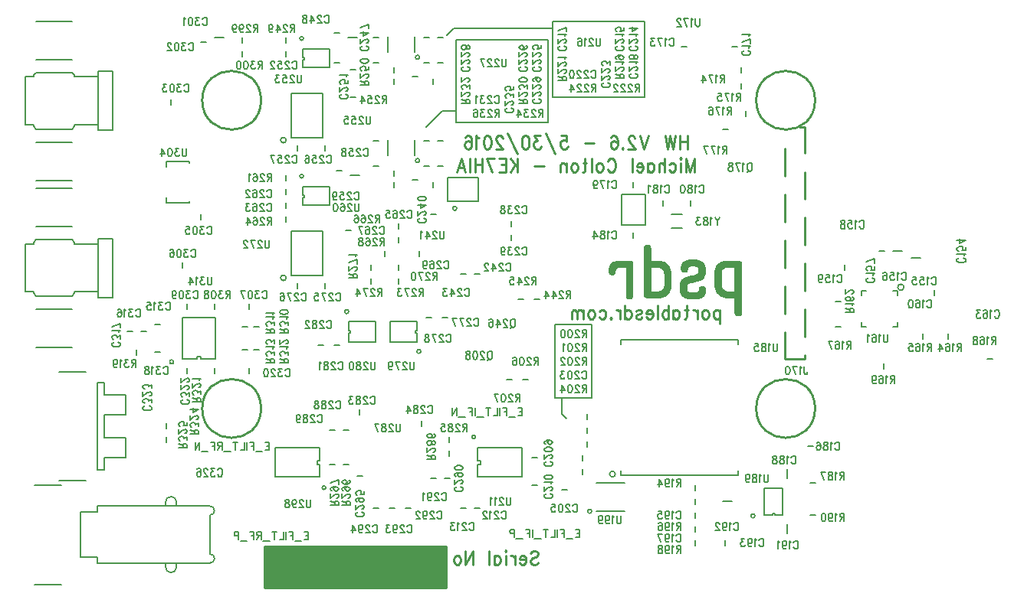
<source format=gbo>
*
*
G04 PADS 9.5 Build Number: 522968 generated Gerber (RS-274-X) file*
G04 PC Version=2.1*
*
%IN "PSDR.pcb"*%
*
%MOIN*%
*
%FSLAX35Y35*%
*
*
*
*
G04 PC Standard Apertures*
*
*
G04 Thermal Relief Aperture macro.*
%AMTER*
1,1,$1,0,0*
1,0,$1-$2,0,0*
21,0,$3,$4,0,0,45*
21,0,$3,$4,0,0,135*
%
*
*
G04 Annular Aperture macro.*
%AMANN*
1,1,$1,0,0*
1,0,$2,0,0*
%
*
*
G04 Odd Aperture macro.*
%AMODD*
1,1,$1,0,0*
1,0,$1-0.005,0,0*
%
*
*
G04 PC Custom Aperture Macros*
*
*
*
*
*
*
G04 PC Aperture Table*
*
%ADD010C,0.001*%
%ADD011C,0.008*%
%ADD012C,0.00787*%
%ADD053C,0.002*%
%ADD082C,0.006*%
%ADD146C,0.01*%
%ADD147C,0.00787*%
%ADD174C,0.00591*%
*
*
*
*
G04 PC Circuitry*
G04 Layer Name PSDR.pcb - circuitry*
%LPD*%
*
*
G04 PC Custom Flashes*
G04 Layer Name PSDR.pcb - flashes*
%LPD*%
*
*
G04 PC Circuitry*
G04 Layer Name PSDR.pcb - circuitry*
%LPD*%
*
G54D10*
G54D11*
G01X338118Y275693D02*
Y262307D01*
X327882*
Y275693*
X338118*
X106535Y256496D02*
X100236D01*
Y230906*
X106535*
X100197Y254134D02*
X90000D01*
Y254823*
X88819Y256004*
X73268*
X72087Y254823*
Y254134*
X68543*
Y233268*
X72087*
Y232579*
X73268Y231398*
X88819*
X90000Y232579*
Y233268*
X100236*
X106535Y230906D02*
Y256496D01*
X73228Y225689D02*
X88976D01*
X73228Y261713D02*
X88976D01*
X73228Y209055D02*
X88976D01*
X73228Y278346D02*
X88976D01*
X106535Y329331D02*
X100236D01*
Y303740*
X106535*
X100197Y326969D02*
X90000D01*
Y327657*
X88819Y328839*
X73268*
X72087Y327657*
Y326969*
X68543*
Y306102*
X72087*
Y305413*
X73268Y304232*
X88819*
X90000Y305413*
Y306102*
X100236*
X106535Y303740D02*
Y329331D01*
X73228Y298524D02*
X88976D01*
X73228Y334547D02*
X88976D01*
X73228Y281890D02*
X88976D01*
X73228Y351181D02*
X88976D01*
X154969Y344000D02*
X151031D01*
X265693Y272882D02*
X252307D01*
Y283118*
X265693*
Y272882*
X102756Y161201D02*
X112126D01*
Y169705*
X102756*
Y179902*
X112126*
Y188406*
X102756*
Y155906D02*
X99980D01*
Y193701*
X102756*
Y155906D02*
Y161201D01*
Y193701D02*
Y188406D01*
X94882Y151181D02*
X83071D01*
X94882Y198425D02*
X83071D01*
X449969Y251000D02*
X446031D01*
X447874Y231906D02*
Y233874D01*
X445906*
X434094D02*
X432126D01*
Y231906*
Y220094D02*
Y218126D01*
X434094*
X445906D02*
X447874D01*
Y220094*
X450634Y235300D02*
G75*
G03X450634I-1334J0D01*
G01X454031Y248000D02*
X457969D01*
X72441Y105906D02*
X84252D01*
Y149213D02*
X72441D01*
X129528Y115157D02*
Y113386D01*
G03X134252I2362J-0*
G01Y115157*
X209031Y344000D02*
X212969D01*
X210031Y284000D02*
X213969D01*
X400000Y131969D02*
Y128031D01*
Y155969D02*
Y152031D01*
X375969Y142000D02*
X372031D01*
X378591Y210500D02*
Y212528D01*
X327409*
Y210500*
Y155500D02*
Y153472D01*
X378591*
Y155500*
X325111Y153866D02*
G03X325111I-1245J0D01*
G01X338000Y351000D02*
X298000D01*
Y318000*
X338000*
Y351000*
X296000Y343000D02*
X256000D01*
Y307000*
X296000*
Y343000*
X315000Y219000D02*
X299000D01*
Y187000*
X315000*
Y219000*
X302000Y187000D02*
Y180000D01*
X304000Y178000*
X298000Y348000D02*
X255000D01*
X252000Y345000*
X256000Y312000D02*
X250000D01*
X243000Y305000*
G54D12*
X256187Y269630D02*
G03X256187I-880J0D01*
G01X100000Y115157D02*
X148819D01*
G03Y119094I-0J1969*
G01Y136024*
G03Y139961I-0J1968*
G01X100000*
Y137402*
X92520*
Y117717*
X100000*
Y115157*
X129528Y139961D02*
Y141732D01*
X134252D02*
G03X129528I-2362J0D01*
G01X134252D02*
Y139961D01*
X140000Y289268D02*
Y290055D01*
X129803*
Y287693*
X140000Y272732D02*
Y271945D01*
X129803*
Y274307*
X197890Y240354D02*
Y259646D01*
X184110*
Y240354*
X197890*
X181945Y239370D02*
G03X181945I-1181J0D01*
G01X197890Y300354D02*
Y319646D01*
X184110*
Y300354*
X197890*
X181945Y299370D02*
G03X181945I-1181J0D01*
G01X237906Y299346D02*
Y292654D01*
X226094Y299346D02*
Y292654D01*
X239967Y290488D02*
G03X239967I-880J0D01*
G01X237906Y344346D02*
Y337654D01*
X226094Y344346D02*
Y337654D01*
X239967Y335488D02*
G03X239967I-880J0D01*
G01X329102Y137898D02*
X316898D01*
Y150102D02*
X329102D01*
X314825Y137701D02*
G03X314825I-880J0D01*
G01X136717Y204043D02*
X143090D01*
Y205163*
X144910*
Y204043*
X151283*
Y221957*
X136717*
Y204043*
X133069Y202764D02*
G03X133069I-880J0D01*
G01X189094Y338937D02*
Y335492D01*
X189833*
Y334508*
X189094*
Y331063*
X200906*
Y338937*
X189094*
Y278937D02*
Y275492D01*
X189833*
Y274508*
X189094*
Y271063*
X200906*
Y278937*
X189094*
X238906Y211472D02*
Y215434D01*
X238167*
Y216566*
X238906*
Y220528*
X227094*
Y211472*
X238906*
X209094Y220528D02*
Y216566D01*
X209833*
Y215434*
X209094*
Y211472*
X220906*
Y220528*
X209094*
X389965Y136094D02*
X393496D01*
Y136833*
X394504*
Y136094*
X398035*
Y147906*
X389965*
Y136094*
X385825Y135701D02*
G03X385825I-880J0D01*
G01X196646Y152701D02*
Y158213D01*
X195440*
Y159787*
X196646*
Y165299*
X177354*
Y152701*
X196646*
X199205Y147976D02*
G03X199205I-788J0D01*
G01X265354Y165299D02*
Y159787D01*
X266560*
Y158213*
X265354*
Y152701*
X284646*
Y165299*
X265354*
X264370Y170024D02*
G03X264370I-787J0D01*
G54D53*
G01X379000Y223000D02*
X377875D01*
X379450Y223150D02*
X377575D01*
X379600Y223300D02*
X377425D01*
X379750Y223450D02*
X377275D01*
X379750Y223600D02*
X377125D01*
X379750Y223750D02*
X377125D01*
X379900Y223900D02*
X377125D01*
X379900Y224050D02*
X377125D01*
X379900Y224200D02*
X376975D01*
X379900Y224350D02*
X376975D01*
X379900Y224500D02*
X376975D01*
X379900Y224650D02*
X376975D01*
X379900Y224800D02*
X376975D01*
X379900Y224950D02*
X376975D01*
X379900Y225100D02*
X376975D01*
X379900Y225250D02*
X376975D01*
X379900Y225400D02*
X376975D01*
X379900Y225550D02*
X376975D01*
X379900Y225700D02*
X376975D01*
X379900Y225850D02*
X376975D01*
X379900Y226000D02*
X376975D01*
X379900Y226150D02*
X376975D01*
X379900Y226300D02*
X376975D01*
X379900Y226450D02*
X376975D01*
X379900Y226600D02*
X376975D01*
X379900Y226750D02*
X376975D01*
X379900Y226900D02*
X376975D01*
X379900Y227050D02*
X376975D01*
X379900Y227200D02*
X376975D01*
X379900Y227350D02*
X376975D01*
X379900Y227500D02*
X376975D01*
X379900Y227650D02*
X376975D01*
X379900Y227800D02*
X376975D01*
X379900Y227950D02*
X376975D01*
X379900Y228100D02*
X376975D01*
X379900Y228250D02*
X376975D01*
X379900Y228400D02*
X376975D01*
X379900Y228550D02*
X376975D01*
X379900Y228700D02*
X376975D01*
X379900Y228850D02*
X376975D01*
X379900Y229000D02*
X376975D01*
X379900Y229150D02*
X376975D01*
X379900Y229300D02*
X376975D01*
X379900Y229450D02*
X376975D01*
X379900Y229600D02*
X376975D01*
X379900Y229750D02*
X376975D01*
X379900Y229900D02*
X376975D01*
X379900Y230050D02*
X376975D01*
X379900Y230200D02*
X376975D01*
X379900Y230350D02*
X376975D01*
X361000D02*
X356875D01*
X331750D02*
X330625D01*
X379900Y230500D02*
X376975D01*
X361600D02*
X356125D01*
X332050D02*
X330325D01*
X379900Y230650D02*
X376975D01*
X362050D02*
X355675D01*
X332350D02*
X330175D01*
X379900Y230800D02*
X372925D01*
X362500D02*
X355225D01*
X344800D02*
X338425D01*
X332350D02*
X330025D01*
X379900Y230950D02*
X372175D01*
X362650D02*
X354925D01*
X345400D02*
X338125D01*
X332500D02*
X329875D01*
X379900Y231100D02*
X371725D01*
X362950D02*
X354775D01*
X345850D02*
X337825D01*
X332500D02*
X329875D01*
X379900Y231250D02*
X371425D01*
X363100D02*
X354475D01*
X346300D02*
X337825D01*
X332650D02*
X329875D01*
X379900Y231400D02*
X371125D01*
X363250D02*
X354325D01*
X346600D02*
X337675D01*
X332650D02*
X329875D01*
X379900Y231550D02*
X370825D01*
X363400D02*
X354175D01*
X346900D02*
X337675D01*
X332650D02*
X329725D01*
X379900Y231700D02*
X370525D01*
X363550D02*
X354025D01*
X347050D02*
X337525D01*
X332650D02*
X329725D01*
X379900Y231850D02*
X370375D01*
X363700D02*
X353875D01*
X347350D02*
X337525D01*
X332650D02*
X329725D01*
X379900Y232000D02*
X370225D01*
X363850D02*
X353875D01*
X347500D02*
X337525D01*
X332650D02*
X329725D01*
X379900Y232150D02*
X370075D01*
X363850D02*
X353725D01*
X347650D02*
X337525D01*
X332650D02*
X329725D01*
X379900Y232300D02*
X369925D01*
X364000D02*
X353575D01*
X347800D02*
X337525D01*
X332650D02*
X329725D01*
X379900Y232450D02*
X369775D01*
X364000D02*
X353575D01*
X347950D02*
X337525D01*
X332650D02*
X329725D01*
X379900Y232600D02*
X369625D01*
X364000D02*
X353425D01*
X348100D02*
X337525D01*
X332650D02*
X329725D01*
X379900Y232750D02*
X369475D01*
X364150D02*
X353425D01*
X348250D02*
X337525D01*
X332650D02*
X329725D01*
X379900Y232900D02*
X369325D01*
X364150D02*
X353425D01*
X348250D02*
X337525D01*
X332650D02*
X329725D01*
X379900Y233050D02*
X369175D01*
X364150D02*
X353275D01*
X348400D02*
X337525D01*
X332650D02*
X329725D01*
X379900Y233200D02*
X369175D01*
X364300D02*
X360625D01*
X357250D02*
X353275D01*
X348550D02*
X337525D01*
X332650D02*
X329725D01*
X379900Y233350D02*
X369025D01*
X364300D02*
X360925D01*
X356800D02*
X353275D01*
X348550D02*
X337525D01*
X332650D02*
X329725D01*
X379900Y233500D02*
X369025D01*
X364300D02*
X361075D01*
X356500D02*
X353125D01*
X348700D02*
X337525D01*
X332650D02*
X329725D01*
X379900Y233650D02*
X376975D01*
X373300D02*
X368875D01*
X364300D02*
X361225D01*
X356350D02*
X353125D01*
X348700D02*
X344275D01*
X340450D02*
X337525D01*
X332650D02*
X329725D01*
X379900Y233800D02*
X376975D01*
X372850D02*
X368875D01*
X364300D02*
X361225D01*
X356200D02*
X353125D01*
X348700D02*
X344875D01*
X340450D02*
X337525D01*
X332650D02*
X329725D01*
X379900Y233950D02*
X376975D01*
X372550D02*
X368725D01*
X364300D02*
X361375D01*
X356200D02*
X353125D01*
X348850D02*
X345175D01*
X340450D02*
X337525D01*
X332650D02*
X329725D01*
X379900Y234100D02*
X376975D01*
X372250D02*
X368725D01*
X364300D02*
X361375D01*
X356050D02*
X353125D01*
X348850D02*
X345325D01*
X340450D02*
X337525D01*
X332650D02*
X329725D01*
X379900Y234250D02*
X376975D01*
X372100D02*
X368575D01*
X364300D02*
X361375D01*
X356050D02*
X353125D01*
X349000D02*
X345625D01*
X340450D02*
X337525D01*
X332650D02*
X329725D01*
X379900Y234400D02*
X376975D01*
X371950D02*
X368575D01*
X364300D02*
X361375D01*
X356050D02*
X353125D01*
X349000D02*
X345775D01*
X340450D02*
X337525D01*
X332650D02*
X329725D01*
X379900Y234550D02*
X376975D01*
X371800D02*
X368575D01*
X364300D02*
X361375D01*
X356050D02*
X353125D01*
X349000D02*
X345775D01*
X340450D02*
X337525D01*
X332650D02*
X329725D01*
X379900Y234700D02*
X376975D01*
X371650D02*
X368425D01*
X364300D02*
X361525D01*
X356050D02*
X353125D01*
X349000D02*
X345925D01*
X340450D02*
X337525D01*
X332650D02*
X329725D01*
X379900Y234850D02*
X376975D01*
X371650D02*
X368425D01*
X364150D02*
X361525D01*
X356050D02*
X353125D01*
X349150D02*
X346075D01*
X340450D02*
X337525D01*
X332650D02*
X329725D01*
X379900Y235000D02*
X376975D01*
X371500D02*
X368425D01*
X364150D02*
X361525D01*
X356050D02*
X353125D01*
X349150D02*
X346075D01*
X340450D02*
X337525D01*
X332650D02*
X329725D01*
X379900Y235150D02*
X376975D01*
X371500D02*
X368425D01*
X364150D02*
X361675D01*
X356050D02*
X353125D01*
X349150D02*
X346075D01*
X340450D02*
X337525D01*
X332650D02*
X329725D01*
X379900Y235300D02*
X376975D01*
X371350D02*
X368275D01*
X364000D02*
X361675D01*
X356050D02*
X353125D01*
X349150D02*
X346225D01*
X340450D02*
X337525D01*
X332650D02*
X329725D01*
X379900Y235450D02*
X376975D01*
X371350D02*
X368275D01*
X363850D02*
X361825D01*
X356050D02*
X353125D01*
X349150D02*
X346225D01*
X340450D02*
X337525D01*
X332650D02*
X329725D01*
X379900Y235600D02*
X376975D01*
X371200D02*
X368275D01*
X363550D02*
X362125D01*
X356050D02*
X353125D01*
X349150D02*
X346225D01*
X340450D02*
X337525D01*
X332650D02*
X329725D01*
X379900Y235750D02*
X376975D01*
X371200D02*
X368275D01*
X363100D02*
X362575D01*
X356050D02*
X353125D01*
X349300D02*
X346225D01*
X340450D02*
X337525D01*
X332650D02*
X329725D01*
X379900Y235900D02*
X376975D01*
X371200D02*
X368275D01*
X356050D02*
X353125D01*
X349300D02*
X346375D01*
X340450D02*
X337525D01*
X332650D02*
X329725D01*
X379900Y236050D02*
X376975D01*
X371200D02*
X368275D01*
X356050D02*
X353125D01*
X349300D02*
X346375D01*
X340450D02*
X337525D01*
X332650D02*
X329725D01*
X379900Y236200D02*
X376975D01*
X371200D02*
X368125D01*
X356050D02*
X353125D01*
X349300D02*
X346375D01*
X340450D02*
X337525D01*
X332650D02*
X329725D01*
X379900Y236350D02*
X376975D01*
X371050D02*
X368125D01*
X356200D02*
X353125D01*
X349300D02*
X346375D01*
X340450D02*
X337525D01*
X332650D02*
X329725D01*
X379900Y236500D02*
X376975D01*
X371050D02*
X368125D01*
X356200D02*
X353125D01*
X349300D02*
X346375D01*
X340450D02*
X337525D01*
X332650D02*
X329725D01*
X379900Y236650D02*
X376975D01*
X371050D02*
X368125D01*
X356350D02*
X353125D01*
X349300D02*
X346375D01*
X340450D02*
X337525D01*
X332650D02*
X329725D01*
X379900Y236800D02*
X376975D01*
X371050D02*
X368125D01*
X356500D02*
X353125D01*
X349300D02*
X346375D01*
X340450D02*
X337525D01*
X332650D02*
X329725D01*
X379900Y236950D02*
X376975D01*
X371050D02*
X368125D01*
X356800D02*
X353275D01*
X349300D02*
X346375D01*
X340450D02*
X337525D01*
X332650D02*
X329725D01*
X379900Y237100D02*
X376975D01*
X371050D02*
X368125D01*
X357100D02*
X353275D01*
X349300D02*
X346375D01*
X340450D02*
X337525D01*
X332650D02*
X329725D01*
X379900Y237250D02*
X376975D01*
X371050D02*
X368125D01*
X357700D02*
X353275D01*
X349300D02*
X346375D01*
X340450D02*
X337525D01*
X332650D02*
X329725D01*
X379900Y237400D02*
X376975D01*
X371050D02*
X368125D01*
X358300D02*
X353275D01*
X349300D02*
X346375D01*
X340450D02*
X337525D01*
X332650D02*
X329725D01*
X379900Y237550D02*
X376975D01*
X371050D02*
X368125D01*
X358900D02*
X353425D01*
X349300D02*
X346375D01*
X340450D02*
X337525D01*
X332650D02*
X329725D01*
X379900Y237700D02*
X376975D01*
X371050D02*
X368125D01*
X359350D02*
X353425D01*
X349300D02*
X346375D01*
X340450D02*
X337525D01*
X332650D02*
X329725D01*
X379900Y237850D02*
X376975D01*
X371050D02*
X368125D01*
X359950D02*
X353575D01*
X349300D02*
X346375D01*
X340450D02*
X337525D01*
X332650D02*
X329725D01*
X379900Y238000D02*
X376975D01*
X371050D02*
X368125D01*
X360550D02*
X353575D01*
X349300D02*
X346375D01*
X340450D02*
X337525D01*
X332650D02*
X329725D01*
X379900Y238150D02*
X376975D01*
X371050D02*
X368125D01*
X361150D02*
X353725D01*
X349300D02*
X346375D01*
X340450D02*
X337525D01*
X332650D02*
X329725D01*
X379900Y238300D02*
X376975D01*
X371050D02*
X368125D01*
X361600D02*
X353725D01*
X349300D02*
X346375D01*
X340450D02*
X337525D01*
X332650D02*
X329725D01*
X379900Y238450D02*
X376975D01*
X371050D02*
X368125D01*
X362050D02*
X353875D01*
X349300D02*
X346375D01*
X340450D02*
X337525D01*
X332650D02*
X329725D01*
X379900Y238600D02*
X376975D01*
X371050D02*
X368125D01*
X362350D02*
X354025D01*
X349300D02*
X346375D01*
X340450D02*
X337525D01*
X332650D02*
X329725D01*
X379900Y238750D02*
X376975D01*
X371050D02*
X368125D01*
X362500D02*
X354175D01*
X349300D02*
X346375D01*
X340450D02*
X337525D01*
X332650D02*
X329725D01*
X379900Y238900D02*
X376975D01*
X371050D02*
X368125D01*
X362800D02*
X354325D01*
X349300D02*
X346375D01*
X340450D02*
X337525D01*
X332650D02*
X329725D01*
X379900Y239050D02*
X376975D01*
X371050D02*
X368125D01*
X362950D02*
X354475D01*
X349300D02*
X346375D01*
X340450D02*
X337525D01*
X332650D02*
X329725D01*
X379900Y239200D02*
X376975D01*
X371050D02*
X368125D01*
X363100D02*
X354625D01*
X349300D02*
X346375D01*
X340450D02*
X337525D01*
X332650D02*
X329725D01*
X379900Y239350D02*
X376975D01*
X371050D02*
X368125D01*
X363250D02*
X354925D01*
X349300D02*
X346375D01*
X340450D02*
X337525D01*
X332650D02*
X329725D01*
X379900Y239500D02*
X376975D01*
X371050D02*
X368125D01*
X363400D02*
X355225D01*
X349300D02*
X346375D01*
X340450D02*
X337525D01*
X332650D02*
X329725D01*
X379900Y239650D02*
X376975D01*
X371050D02*
X368125D01*
X363550D02*
X355525D01*
X349300D02*
X346375D01*
X340450D02*
X337525D01*
X332650D02*
X329725D01*
X379900Y239800D02*
X376975D01*
X371050D02*
X368125D01*
X363550D02*
X355975D01*
X349300D02*
X346375D01*
X340450D02*
X337525D01*
X332650D02*
X329725D01*
X379900Y239950D02*
X376975D01*
X371050D02*
X368125D01*
X363700D02*
X356575D01*
X349300D02*
X346375D01*
X340450D02*
X337525D01*
X332650D02*
X329725D01*
X379900Y240100D02*
X376975D01*
X371050D02*
X368125D01*
X363700D02*
X357175D01*
X349300D02*
X346375D01*
X340450D02*
X337525D01*
X332650D02*
X329725D01*
X379900Y240250D02*
X376975D01*
X371050D02*
X368125D01*
X363850D02*
X357625D01*
X349300D02*
X346375D01*
X340450D02*
X337525D01*
X332650D02*
X329725D01*
X379900Y240400D02*
X376975D01*
X371050D02*
X368125D01*
X363850D02*
X358225D01*
X349300D02*
X346375D01*
X340450D02*
X337525D01*
X332650D02*
X329725D01*
X379900Y240550D02*
X376975D01*
X371050D02*
X368125D01*
X363850D02*
X358825D01*
X349300D02*
X346375D01*
X340450D02*
X337525D01*
X332650D02*
X329725D01*
X379900Y240700D02*
X376975D01*
X371050D02*
X368125D01*
X364000D02*
X359425D01*
X349300D02*
X346375D01*
X340450D02*
X337525D01*
X332650D02*
X329725D01*
X379900Y240850D02*
X376975D01*
X371050D02*
X368125D01*
X364000D02*
X359875D01*
X349300D02*
X346375D01*
X340450D02*
X337525D01*
X332650D02*
X329725D01*
X324100D02*
X323125D01*
X379900Y241000D02*
X376975D01*
X371050D02*
X368125D01*
X364000D02*
X360325D01*
X349300D02*
X346375D01*
X340450D02*
X337525D01*
X332650D02*
X329725D01*
X324400D02*
X322675D01*
X379900Y241150D02*
X376975D01*
X371050D02*
X368125D01*
X364150D02*
X360625D01*
X349300D02*
X346375D01*
X340450D02*
X337525D01*
X332650D02*
X329725D01*
X324550D02*
X322525D01*
X379900Y241300D02*
X376975D01*
X371050D02*
X368125D01*
X364150D02*
X360925D01*
X349300D02*
X346375D01*
X340450D02*
X337525D01*
X332650D02*
X329725D01*
X324700D02*
X322375D01*
X379900Y241450D02*
X376975D01*
X371050D02*
X368125D01*
X364150D02*
X360925D01*
X349300D02*
X346225D01*
X340450D02*
X337525D01*
X332650D02*
X329725D01*
X324850D02*
X322375D01*
X379900Y241600D02*
X376975D01*
X371050D02*
X368125D01*
X364150D02*
X361075D01*
X349150D02*
X346225D01*
X340450D02*
X337525D01*
X332650D02*
X329725D01*
X324850D02*
X322225D01*
X379900Y241750D02*
X376975D01*
X371050D02*
X368125D01*
X364150D02*
X361225D01*
X349150D02*
X346225D01*
X340450D02*
X337525D01*
X332650D02*
X329725D01*
X325000D02*
X322225D01*
X379900Y241900D02*
X376975D01*
X371200D02*
X368125D01*
X364150D02*
X361225D01*
X349150D02*
X346225D01*
X340450D02*
X337525D01*
X332650D02*
X329725D01*
X325000D02*
X322225D01*
X379900Y242050D02*
X376975D01*
X371200D02*
X368275D01*
X364150D02*
X361225D01*
X355750D02*
X354325D01*
X349150D02*
X346225D01*
X340450D02*
X337525D01*
X332650D02*
X329725D01*
X325000D02*
X322075D01*
X379900Y242200D02*
X376975D01*
X371200D02*
X368275D01*
X364150D02*
X361225D01*
X356050D02*
X354175D01*
X349150D02*
X346075D01*
X340450D02*
X337525D01*
X332650D02*
X329725D01*
X325000D02*
X322075D01*
X379900Y242350D02*
X376975D01*
X371200D02*
X368275D01*
X364150D02*
X361225D01*
X356200D02*
X354025D01*
X349150D02*
X346075D01*
X340450D02*
X337525D01*
X332650D02*
X329725D01*
X325000D02*
X322075D01*
X379900Y242500D02*
X376975D01*
X371350D02*
X368275D01*
X364150D02*
X361225D01*
X356350D02*
X353875D01*
X349000D02*
X346075D01*
X340450D02*
X337525D01*
X332650D02*
X329725D01*
X325000D02*
X322075D01*
X379900Y242650D02*
X376975D01*
X371350D02*
X368275D01*
X364150D02*
X361225D01*
X356350D02*
X353725D01*
X349000D02*
X345925D01*
X340450D02*
X337525D01*
X332650D02*
X329725D01*
X325000D02*
X322075D01*
X379900Y242800D02*
X376975D01*
X371350D02*
X368275D01*
X364150D02*
X361225D01*
X356350D02*
X353725D01*
X349000D02*
X345775D01*
X340450D02*
X337525D01*
X332650D02*
X329725D01*
X325150D02*
X322075D01*
X379900Y242950D02*
X376975D01*
X371500D02*
X368425D01*
X364150D02*
X361225D01*
X356500D02*
X353575D01*
X349000D02*
X345775D01*
X340450D02*
X337525D01*
X332650D02*
X329725D01*
X325150D02*
X322075D01*
X379900Y243100D02*
X376975D01*
X371650D02*
X368425D01*
X364150D02*
X361225D01*
X356500D02*
X353575D01*
X348850D02*
X345625D01*
X340450D02*
X337525D01*
X332650D02*
X329725D01*
X325150D02*
X322225D01*
X379900Y243250D02*
X376975D01*
X371650D02*
X368425D01*
X364150D02*
X361225D01*
X356500D02*
X353575D01*
X348850D02*
X345475D01*
X340450D02*
X337525D01*
X332650D02*
X329725D01*
X325300D02*
X322225D01*
X379900Y243400D02*
X376975D01*
X371800D02*
X368425D01*
X364150D02*
X361225D01*
X356500D02*
X353575D01*
X348850D02*
X345325D01*
X340450D02*
X337525D01*
X332650D02*
X329725D01*
X325300D02*
X322225D01*
X379900Y243550D02*
X376975D01*
X372100D02*
X368575D01*
X364150D02*
X361225D01*
X356500D02*
X353575D01*
X348700D02*
X345175D01*
X340450D02*
X337525D01*
X332650D02*
X329725D01*
X325450D02*
X322225D01*
X379900Y243700D02*
X376975D01*
X372250D02*
X368575D01*
X364150D02*
X361075D01*
X356500D02*
X353575D01*
X348700D02*
X344875D01*
X340450D02*
X337525D01*
X332650D02*
X329725D01*
X325600D02*
X322225D01*
X379900Y243850D02*
X376975D01*
X372550D02*
X368725D01*
X364150D02*
X361075D01*
X356650D02*
X353575D01*
X348550D02*
X344575D01*
X340450D02*
X337525D01*
X332650D02*
X329725D01*
X325900D02*
X322225D01*
X379900Y244000D02*
X376975D01*
X373150D02*
X368725D01*
X364150D02*
X360925D01*
X356650D02*
X353575D01*
X348550D02*
X344125D01*
X340450D02*
X337525D01*
X332650D02*
X329725D01*
X326350D02*
X322375D01*
X379900Y244150D02*
X368725D01*
X364150D02*
X360775D01*
X356800D02*
X353575D01*
X348400D02*
X337525D01*
X332650D02*
X322375D01*
X379900Y244300D02*
X368875D01*
X364000D02*
X360475D01*
X356950D02*
X353575D01*
X348400D02*
X337525D01*
X332650D02*
X322375D01*
X379900Y244450D02*
X368875D01*
X364000D02*
X360025D01*
X357400D02*
X353725D01*
X348250D02*
X337525D01*
X332650D02*
X322525D01*
X379900Y244600D02*
X369025D01*
X364000D02*
X353725D01*
X348250D02*
X337525D01*
X332650D02*
X322525D01*
X379900Y244750D02*
X369175D01*
X363850D02*
X353725D01*
X348100D02*
X337525D01*
X332650D02*
X322675D01*
X379900Y244900D02*
X369175D01*
X363850D02*
X353725D01*
X347950D02*
X337525D01*
X332650D02*
X322675D01*
X379900Y245050D02*
X369325D01*
X363850D02*
X353875D01*
X347800D02*
X337525D01*
X332650D02*
X322825D01*
X379900Y245200D02*
X369475D01*
X363700D02*
X353875D01*
X347800D02*
X337525D01*
X332650D02*
X322825D01*
X379900Y245350D02*
X369625D01*
X363700D02*
X354025D01*
X347650D02*
X337525D01*
X332650D02*
X322975D01*
X379900Y245500D02*
X369775D01*
X363550D02*
X354025D01*
X347500D02*
X337525D01*
X332650D02*
X323125D01*
X379900Y245650D02*
X369925D01*
X363400D02*
X354175D01*
X347200D02*
X337525D01*
X332650D02*
X323275D01*
X379900Y245800D02*
X370075D01*
X363400D02*
X354175D01*
X347050D02*
X337525D01*
X332650D02*
X323425D01*
X379900Y245950D02*
X370375D01*
X363250D02*
X354325D01*
X346900D02*
X337525D01*
X332650D02*
X323575D01*
X379750Y246100D02*
X370525D01*
X363100D02*
X354475D01*
X346600D02*
X337525D01*
X332500D02*
X323725D01*
X379750Y246250D02*
X370825D01*
X362950D02*
X354625D01*
X346450D02*
X337525D01*
X332500D02*
X324025D01*
X379600Y246400D02*
X371125D01*
X362800D02*
X354775D01*
X346000D02*
X337525D01*
X332500D02*
X324325D01*
X379600Y246550D02*
X371575D01*
X362500D02*
X354925D01*
X345700D02*
X337525D01*
X332350D02*
X324625D01*
X379300Y246700D02*
X372025D01*
X362350D02*
X355225D01*
X345250D02*
X337525D01*
X332200D02*
X325075D01*
X379000Y246850D02*
X372625D01*
X362050D02*
X355525D01*
X344500D02*
X337525D01*
X331900D02*
X325825D01*
X361600Y247000D02*
X355825D01*
X340450D02*
X337525D01*
X361150Y247150D02*
X356275D01*
X340450D02*
X337525D01*
X360400Y247300D02*
X357025D01*
X340450D02*
X337525D01*
X340450Y247450D02*
X337525D01*
X340450Y247600D02*
X337525D01*
X340450Y247750D02*
X337525D01*
X340450Y247900D02*
X337525D01*
X340450Y248050D02*
X337525D01*
X340450Y248200D02*
X337525D01*
X340450Y248350D02*
X337525D01*
X340450Y248500D02*
X337525D01*
X340450Y248650D02*
X337525D01*
X340450Y248800D02*
X337525D01*
X340450Y248950D02*
X337525D01*
X340450Y249100D02*
X337525D01*
X340450Y249250D02*
X337525D01*
X340450Y249400D02*
X337525D01*
X340450Y249550D02*
X337525D01*
X340450Y249700D02*
X337525D01*
X340450Y249850D02*
X337525D01*
X340450Y250000D02*
X337525D01*
X340450Y250150D02*
X337525D01*
X340450Y250300D02*
X337525D01*
X340450Y250450D02*
X337525D01*
X340450Y250600D02*
X337525D01*
X340450Y250750D02*
X337525D01*
X340450Y250900D02*
X337525D01*
X340450Y251050D02*
X337525D01*
X340450Y251200D02*
X337525D01*
X340450Y251350D02*
X337525D01*
X340450Y251500D02*
X337525D01*
X340450Y251650D02*
X337525D01*
X340450Y251800D02*
X337525D01*
X340450Y251950D02*
X337525D01*
X340450Y252100D02*
X337525D01*
X340450Y252250D02*
X337525D01*
X340450Y252400D02*
X337525D01*
X340450Y252550D02*
X337525D01*
X340300Y252700D02*
X337525D01*
X340300Y252850D02*
X337525D01*
X340300Y253000D02*
X337675D01*
X340300Y253150D02*
X337675D01*
X340150Y253300D02*
X337825D01*
X340000Y253450D02*
X337825D01*
X339850Y253600D02*
X338125D01*
X339550Y253750D02*
X338425D01*
G54D82*
X349638Y261047D02*
X354362D01*
X349638Y266953D02*
X354362D01*
X231700Y175844D02*
Y173313D01*
X231700D02*
X231564Y172806D01*
X231291Y172469*
X230882Y172300*
X230609*
X230200Y172469*
X229927Y172806*
X229791Y173313*
X229791D02*
Y175844D01*
X228427Y175000D02*
Y175169D01*
X228291Y175506*
X228155Y175675*
X227882Y175844*
X227336*
X227064Y175675*
X226927Y175506*
X226791Y175169*
Y174831*
X226927Y174494*
X227200Y173988*
X227200D02*
X228564Y172300D01*
X226655*
X224745Y175844D02*
X225155Y175675D01*
X225291Y175338*
X225291D02*
Y175000D01*
X225155Y174663*
X225155D02*
X224882Y174494D01*
X224336Y174325*
X223927Y174156*
X223655Y173819*
X223518Y173481*
Y172975*
X223655Y172638*
X223655D02*
X223791Y172469D01*
X224200Y172300*
X224745*
X225155Y172469*
X225291Y172638*
X225291D02*
X225427Y172975D01*
Y173481*
X225291Y173819*
X225018Y174156*
X224609Y174325*
X224064Y174494*
X223791Y174663*
X223791D02*
X223655Y175000D01*
Y175338*
X223655D02*
X223791Y175675D01*
X224200Y175844*
X224745*
X220382D02*
X221745Y172300D01*
X222291Y175844D02*
X220382D01*
X215000Y137345D02*
X215338Y137209D01*
X215338D02*
X215675Y136936D01*
X215844Y136664*
Y136118*
X215675Y135845*
X215338Y135573*
X215338D02*
X215000Y135436D01*
X214494Y135300*
X213650*
X213144Y135436*
X212806Y135573*
X212469Y135845*
X212300Y136118*
Y136664*
X212469Y136936*
X212806Y137209*
X213144Y137345*
X215000Y138709D02*
X215169D01*
X215506Y138845*
X215675Y138982*
X215844Y139255*
Y139800*
X215675Y140073*
X215506Y140209*
X215169Y140345*
X214831*
X214494Y140209*
X213988Y139936*
X213988D02*
X212300Y138573D01*
Y140482*
X214663Y143482D02*
X214156Y143345D01*
X213819Y143073*
X213650Y142664*
Y142527*
X213819Y142118*
X214156Y141845*
X214663Y141709*
X214663D02*
X214831D01*
X215338Y141845*
X215338D02*
X215675Y142118D01*
X215844Y142527*
Y142664*
X215675Y143073*
X215338Y143345*
X215338D02*
X214663Y143482D01*
X214663D02*
X213819D01*
X212975Y143345*
X212469Y143073*
X212300Y142664*
Y142391*
X212469Y141982*
X212806Y141845*
X215844Y146482D02*
Y145118D01*
X214325Y144982*
X214494Y145118*
X214663Y145527*
X214663D02*
Y145936D01*
X214663D02*
X214494Y146345D01*
X214156Y146618*
X213650Y146755*
X213313Y146618*
X213313D02*
X212806Y146482D01*
X212469Y146209*
X212300Y145800*
Y145391*
X212469Y144982*
X212638Y144845*
X212638D02*
X212975Y144709D01*
X247655Y137000D02*
X247791Y137338D01*
X247791D02*
X248064Y137675D01*
X248336Y137844*
X248882*
X249155Y137675*
X249427Y137338*
X249427D02*
X249564Y137000D01*
X249700Y136494*
Y135650*
X249564Y135144*
X249427Y134806*
X249155Y134469*
X248882Y134300*
X248336*
X248064Y134469*
X247791Y134806*
X247655Y135144*
X246291Y137000D02*
Y137169D01*
X246155Y137506*
X246018Y137675*
X245745Y137844*
X245200*
X244927Y137675*
X244791Y137506*
X244655Y137169*
Y136831*
X244791Y136494*
X245064Y135988*
X245064D02*
X246427Y134300D01*
X244518*
X241518Y136663D02*
X241655Y136156D01*
X241927Y135819*
X242336Y135650*
X242473*
X242882Y135819*
X243155Y136156*
X243291Y136663*
X243291D02*
Y136831D01*
X243155Y137338*
X243155D02*
X242882Y137675D01*
X242473Y137844*
X242336*
X241927Y137675*
X241655Y137338*
X241655D02*
X241518Y136663D01*
X241518D02*
Y135819D01*
X241655Y134975*
X241927Y134469*
X242336Y134300*
X242609*
X243018Y134469*
X243155Y134806*
X240155Y137000D02*
Y137169D01*
X240018Y137506*
X239882Y137675*
X239609Y137844*
X239064*
X238791Y137675*
X238655Y137506*
X238518Y137169*
Y136831*
X238655Y136494*
X238927Y135988*
X238927D02*
X240291Y134300D01*
X238382*
X258000Y148345D02*
X258337Y148209D01*
X258337D02*
X258675Y147936D01*
X258844Y147664*
Y147118*
X258675Y146845*
X258337Y146573*
X258337D02*
X258000Y146436D01*
X257494Y146300*
X256650*
X256144Y146436*
X255806Y146573*
X255469Y146845*
X255300Y147118*
Y147664*
X255469Y147936*
X255806Y148209*
X256144Y148345*
X258000Y149709D02*
X258169D01*
X258506Y149845*
X258675Y149982*
X258844Y150255*
Y150800*
X258675Y151073*
X258506Y151209*
X258169Y151345*
X257831*
X257494Y151209*
X256987Y150936*
X256987D02*
X255300Y149573D01*
Y151482*
X257662Y154482D02*
X257156Y154345D01*
X256819Y154073*
X256650Y153664*
Y153527*
X256819Y153118*
X257156Y152845*
X257662Y152709*
X257662D02*
X257831D01*
X258337Y152845*
X258337D02*
X258675Y153118D01*
X258844Y153527*
Y153664*
X258675Y154073*
X258337Y154345*
X258337D02*
X257662Y154482D01*
X257662D02*
X256819D01*
X255975Y154345*
X255469Y154073*
X255300Y153664*
Y153391*
X255469Y152982*
X255806Y152845*
X258844Y156527D02*
X258675Y156118D01*
X258169Y155845*
X257325Y155709*
X256819*
X255975Y155845*
X255469Y156118*
X255300Y156527*
Y156800*
X255469Y157209*
X255975Y157482*
X256819Y157618*
X257325*
X258169Y157482*
X258675Y157209*
X258844Y156800*
Y156527*
X249655Y145000D02*
X249791Y145338D01*
X249791D02*
X250064Y145675D01*
X250336Y145844*
X250882*
X251155Y145675*
X251427Y145338*
X251427D02*
X251564Y145000D01*
X251700Y144494*
Y143650*
X251564Y143144*
X251427Y142806*
X251155Y142469*
X250882Y142300*
X250336*
X250064Y142469*
X249791Y142806*
X249655Y143144*
X248291Y145000D02*
Y145169D01*
X248155Y145506*
X248018Y145675*
X247745Y145844*
X247200*
X246927Y145675*
X246791Y145506*
X246655Y145169*
Y144831*
X246791Y144494*
X247064Y143988*
X247064D02*
X248427Y142300D01*
X246518*
X243518Y144663D02*
X243655Y144156D01*
X243927Y143819*
X244336Y143650*
X244473*
X244882Y143819*
X245155Y144156*
X245291Y144663*
X245291D02*
Y144831D01*
X245155Y145338*
X245155D02*
X244882Y145675D01*
X244473Y145844*
X244336*
X243927Y145675*
X243655Y145338*
X243655D02*
X243518Y144663D01*
X243518D02*
Y143819D01*
X243655Y142975*
X243927Y142469*
X244336Y142300*
X244609*
X245018Y142469*
X245155Y142806*
X242291Y145169D02*
X242018Y145338D01*
X242018D02*
X241609Y145844D01*
Y142300*
X243655Y183000D02*
X243791Y183337D01*
X243791D02*
X244064Y183675D01*
X244336Y183844*
X244882*
X245155Y183675*
X245427Y183337*
X245427D02*
X245564Y183000D01*
X245700Y182494*
Y181650*
X245564Y181144*
X245427Y180806*
X245155Y180469*
X244882Y180300*
X244336*
X244064Y180469*
X243791Y180806*
X243655Y181144*
X242291Y183000D02*
Y183169D01*
X242155Y183506*
X242018Y183675*
X241745Y183844*
X241200*
X240927Y183675*
X240791Y183506*
X240655Y183169*
Y182831*
X240791Y182494*
X241064Y181987*
X241064D02*
X242427Y180300D01*
X240518*
X238609Y183844D02*
X239018Y183675D01*
X239155Y183337*
X239155D02*
Y183000D01*
X239018Y182662*
X239018D02*
X238745Y182494D01*
X238200Y182325*
X237791Y182156*
X237518Y181819*
X237382Y181481*
Y180975*
X237518Y180637*
X237518D02*
X237655Y180469D01*
X238064Y180300*
X238609*
X239018Y180469*
X239155Y180637*
X239155D02*
X239291Y180975D01*
Y181481*
X239155Y181819*
X238882Y182156*
X238473Y182325*
X237927Y182494*
X237655Y182662*
X237655D02*
X237518Y183000D01*
Y183337*
X237518D02*
X237655Y183675D01*
X238064Y183844*
X238609*
X234791D02*
X236155Y181481D01*
X234109*
X234791Y183844D02*
Y180300D01*
X209844Y140300D02*
X206300D01*
X209844D02*
Y141527D01*
X209675Y141936*
X209506Y142073*
X209169Y142209*
X208831*
X208494Y142073*
X208325Y141936*
X208156Y141527*
Y140300*
Y141255D02*
X206300Y142209D01*
X209000Y143573D02*
X209169D01*
X209506Y143709*
X209675Y143845*
X209844Y144118*
Y144664*
X209675Y144936*
X209506Y145073*
X209169Y145209*
X208831*
X208494Y145073*
X207988Y144800*
X207988D02*
X206300Y143436D01*
Y145345*
X208663Y148345D02*
X208156Y148209D01*
X207819Y147936*
X207650Y147527*
Y147391*
X207819Y146982*
X208156Y146709*
X208663Y146573*
X208663D02*
X208831D01*
X209338Y146709*
X209338D02*
X209675Y146982D01*
X209844Y147391*
Y147527*
X209675Y147936*
X209338Y148209*
X209338D02*
X208663Y148345D01*
X208663D02*
X207819D01*
X206975Y148209*
X206469Y147936*
X206300Y147527*
Y147255*
X206469Y146845*
X206806Y146709*
X209338Y151209D02*
X209675Y151073D01*
X209844Y150664*
Y150391*
X209675Y149982*
X209169Y149709*
X208325Y149573*
X207481*
X206806Y149709*
X206469Y149982*
X206300Y150391*
Y150527*
X206469Y150936*
X206806Y151209*
X207313Y151345*
X207313D02*
X207481D01*
X207988Y151209*
X207988D02*
X208325Y150936D01*
X208494Y150527*
Y150391*
X208325Y149982*
X207988Y149709*
X207988D02*
X207481Y149573D01*
X204844Y140300D02*
X201300D01*
X204844D02*
Y141527D01*
X204675Y141936*
X204506Y142073*
X204169Y142209*
X203831*
X203494Y142073*
X203325Y141936*
X203156Y141527*
Y140300*
Y141255D02*
X201300Y142209D01*
X204000Y143573D02*
X204169D01*
X204506Y143709*
X204675Y143845*
X204844Y144118*
Y144664*
X204675Y144936*
X204506Y145073*
X204169Y145209*
X203831*
X203494Y145073*
X202988Y144800*
X202988D02*
X201300Y143436D01*
Y145345*
X203663Y148345D02*
X203156Y148209D01*
X202819Y147936*
X202650Y147527*
Y147391*
X202819Y146982*
X203156Y146709*
X203663Y146573*
X203663D02*
X203831D01*
X204338Y146709*
X204338D02*
X204675Y146982D01*
X204844Y147391*
Y147527*
X204675Y147936*
X204338Y148209*
X204338D02*
X203663Y148345D01*
X203663D02*
X202819D01*
X201975Y148209*
X201469Y147936*
X201300Y147527*
Y147255*
X201469Y146845*
X201806Y146709*
X204844Y151482D02*
X201300Y150118D01*
X204844Y149573D02*
Y151482D01*
X246844Y160300D02*
X243300D01*
X246844D02*
Y161527D01*
X246675Y161936*
X246506Y162073*
X246169Y162209*
X245831*
X245494Y162073*
X245325Y161936*
X245156Y161527*
Y160300*
Y161255D02*
X243300Y162209D01*
X246000Y163573D02*
X246169D01*
X246506Y163709*
X246675Y163845*
X246844Y164118*
Y164664*
X246675Y164936*
X246506Y165073*
X246169Y165209*
X245831*
X245494Y165073*
X244988Y164800*
X244988D02*
X243300Y163436D01*
Y165345*
X246844Y167255D02*
X246675Y166845D01*
X246338Y166709*
X246338D02*
X246000D01*
X245663Y166845*
X245663D02*
X245494Y167118D01*
X245325Y167664*
X245156Y168073*
X244819Y168345*
X244481Y168482*
X243975*
X243638Y168345*
X243638D02*
X243469Y168209D01*
X243300Y167800*
Y167255*
X243469Y166845*
X243638Y166709*
X243638D02*
X243975Y166573D01*
X244481*
X244819Y166709*
X245156Y166982*
X245325Y167391*
X245494Y167936*
X245663Y168209*
X245663D02*
X246000Y168345D01*
X246338*
X246338D02*
X246675Y168209D01*
X246844Y167800*
Y167255*
X246338Y171345D02*
X246675Y171209D01*
X246844Y170800*
Y170527*
X246675Y170118*
X246169Y169845*
X245325Y169709*
X244481*
X243806Y169845*
X243469Y170118*
X243300Y170527*
Y170664*
X243469Y171073*
X243806Y171345*
X244313Y171482*
X244313D02*
X244481D01*
X244988Y171345*
X244988D02*
X245325Y171073D01*
X245494Y170664*
Y170527*
X245325Y170118*
X244988Y169845*
X244988D02*
X244481Y169709D01*
X383882Y289434D02*
X384155Y289266D01*
X384427Y288928*
X384564Y288591*
X384700Y288084*
Y287241*
X384564Y286734*
X384427Y286397*
X384155Y286059*
X383882Y285891*
X383336*
X383064Y286059*
X382791Y286397*
X382655Y286734*
X382518Y287241*
Y288084*
X382655Y288591*
X382791Y288928*
X383064Y289266*
X383336Y289434*
X383882*
X383473Y286566D02*
X382655Y285553D01*
X381291Y288759D02*
X381018Y288928D01*
X380609Y289434*
Y285891*
X377473Y289434D02*
X378836Y285891D01*
X379382Y289434D02*
X377473D01*
X375564D02*
X375973Y289266D01*
X376109Y288928*
Y288591*
X375973Y288253*
X375700Y288084*
X375155Y287916*
X374745Y287747*
X374473Y287409*
X374336Y287072*
Y286566*
X374473Y286228*
X374609Y286059*
X375018Y285891*
X375564*
X375973Y286059*
X376109Y286228*
X376245Y286566*
Y287072*
X376109Y287409*
X375836Y287747*
X375427Y287916*
X374882Y288084*
X374609Y288253*
X374473Y288591*
Y288928*
X374609Y289266*
X375018Y289434*
X375564*
X260700Y175844D02*
Y172300D01*
Y175844D02*
X259473D01*
X259064Y175675*
X258927Y175506*
X258791Y175169*
Y174831*
X258927Y174494*
X259064Y174325*
X259473Y174156*
X260700*
X259745D02*
X258791Y172300D01*
X257427Y175000D02*
Y175169D01*
X257291Y175506*
X257155Y175675*
X256882Y175844*
X256336*
X256064Y175675*
X255927Y175506*
X255791Y175169*
Y174831*
X255927Y174494*
X256200Y173988*
X256200D02*
X257564Y172300D01*
X255655*
X253745Y175844D02*
X254155Y175675D01*
X254291Y175338*
X254291D02*
Y175000D01*
X254155Y174663*
X254155D02*
X253882Y174494D01*
X253336Y174325*
X252927Y174156*
X252655Y173819*
X252518Y173481*
Y172975*
X252655Y172638*
X252655D02*
X252791Y172469D01*
X253200Y172300*
X253745*
X254155Y172469*
X254291Y172638*
X254291D02*
X254427Y172975D01*
Y173481*
X254291Y173819*
X254018Y174156*
X253609Y174325*
X253064Y174494*
X252791Y174663*
X252791D02*
X252655Y175000D01*
Y175338*
X252655D02*
X252791Y175675D01*
X253200Y175844*
X253745*
X249518D02*
X250882D01*
X251018Y174325*
X250882Y174494*
X250473Y174663*
X250473D02*
X250064D01*
X250064D02*
X249655Y174494D01*
X249382Y174156*
X249245Y173650*
X249382Y173313*
X249382D02*
X249518Y172806D01*
X249791Y172469*
X250200Y172300*
X250609*
X251018Y172469*
X251155Y172638*
X251155D02*
X251291Y172975D01*
X427700Y211844D02*
Y208300D01*
Y211844D02*
X426473D01*
X426064Y211675*
X425927Y211506*
X425791Y211169*
Y210831*
X425927Y210494*
X426064Y210325*
X426473Y210156*
X427700*
X426745D02*
X425791Y208300D01*
X424564Y211169D02*
X424291Y211338D01*
X424291D02*
X423882Y211844D01*
Y208300*
X421018Y211338D02*
X421155Y211675D01*
X421564Y211844*
X421836*
X422245Y211675*
X422518Y211169*
X422655Y210325*
Y209481*
X422518Y208806*
X422245Y208469*
X421836Y208300*
X421700*
X421291Y208469*
X421018Y208806*
X420882Y209313*
X420882D02*
Y209481D01*
X421018Y209988*
X421018D02*
X421291Y210325D01*
X421700Y210494*
X421836*
X422245Y210325*
X422518Y209988*
X422518D02*
X422655Y209481D01*
X417745Y211844D02*
X419109Y208300D01*
X419655Y211844D02*
X417745D01*
X188655Y232000D02*
X188791Y232338D01*
X188791D02*
X189064Y232675D01*
X189336Y232844*
X189882*
X190155Y232675*
X190427Y232338*
X190427D02*
X190564Y232000D01*
X190700Y231494*
Y230650*
X190564Y230144*
X190427Y229806*
X190155Y229469*
X189882Y229300*
X189336*
X189064Y229469*
X188791Y229806*
X188655Y230144*
X187291Y232000D02*
Y232169D01*
X187155Y232506*
X187018Y232675*
X186745Y232844*
X186200*
X185927Y232675*
X185791Y232506*
X185655Y232169*
Y231831*
X185791Y231494*
X186064Y230988*
X186064D02*
X187427Y229300D01*
X185518*
X182382Y232844D02*
X183745Y229300D01*
X184291Y232844D02*
X182382D01*
X179518Y232338D02*
X179655Y232675D01*
X180064Y232844*
X180336*
X180745Y232675*
X181018Y232169*
X181155Y231325*
Y230481*
X181018Y229806*
X180745Y229469*
X180336Y229300*
X180200*
X179791Y229469*
X179518Y229806*
X179382Y230313*
X179382D02*
Y230481D01*
X179518Y230988*
X179518D02*
X179791Y231325D01*
X180200Y231494*
X180336*
X180745Y231325*
X181018Y230988*
X181018D02*
X181155Y230481D01*
X446700Y196844D02*
Y193300D01*
Y196844D02*
X445473D01*
X445064Y196675*
X444927Y196506*
X444791Y196169*
Y195831*
X444927Y195494*
X445064Y195325*
X445473Y195156*
X446700*
X445745D02*
X444791Y193300D01*
X443564Y196169D02*
X443291Y196338D01*
X443291D02*
X442882Y196844D01*
Y193300*
X440018Y196338D02*
X440155Y196675D01*
X440564Y196844*
X440836*
X441245Y196675*
X441518Y196169*
X441655Y195325*
Y194481*
X441518Y193806*
X441245Y193469*
X440836Y193300*
X440700*
X440291Y193469*
X440018Y193806*
X439882Y194313*
X439882D02*
Y194481D01*
X440018Y194988*
X440018D02*
X440291Y195325D01*
X440700Y195494*
X440836*
X441245Y195325*
X441518Y194988*
X441518D02*
X441655Y194481D01*
X436882Y195663D02*
X437018Y195156D01*
X437291Y194819*
X437700Y194650*
X437836*
X438245Y194819*
X438518Y195156*
X438655Y195663*
X438655D02*
Y195831D01*
X438518Y196338*
X438518D02*
X438245Y196675D01*
X437836Y196844*
X437700*
X437291Y196675*
X437018Y196338*
X437018D02*
X436882Y195663D01*
X436882D02*
Y194819D01*
X437018Y193975*
X437291Y193469*
X437700Y193300*
X437973*
X438382Y193469*
X438518Y193806*
X143844Y171300D02*
X140300D01*
X143844D02*
Y172527D01*
X143675Y172936*
X143506Y173073*
X143169Y173209*
X142831*
X142494Y173073*
X142325Y172936*
X142156Y172527*
Y171300*
Y172255D02*
X140300Y173209D01*
X143844Y174709D02*
Y176209D01*
X142494Y175391*
Y175800*
X142325Y176073*
X142156Y176209*
X141650Y176345*
X141313*
X141313D02*
X140806Y176209D01*
X140469Y175936*
X140300Y175527*
Y175118*
X140469Y174709*
X140638Y174573*
X140638D02*
X140975Y174436D01*
X143000Y177709D02*
X143169D01*
X143506Y177845*
X143675Y177982*
X143844Y178255*
Y178800*
X143675Y179073*
X143506Y179209*
X143169Y179345*
X142831*
X142494Y179209*
X141988Y178936*
X141988D02*
X140300Y177573D01*
Y179482*
X143844Y182073D02*
X141481Y180709D01*
Y182755*
X143844Y182073D02*
X140300D01*
X138844Y165300D02*
X135300D01*
X138844D02*
Y166527D01*
X138675Y166936*
X138506Y167073*
X138169Y167209*
X137831*
X137494Y167073*
X137325Y166936*
X137156Y166527*
Y165300*
Y166255D02*
X135300Y167209D01*
X138844Y168709D02*
Y170209D01*
X137494Y169391*
Y169800*
X137325Y170073*
X137156Y170209*
X136650Y170345*
X136312*
X136312D02*
X135806Y170209D01*
X135469Y169936*
X135300Y169527*
Y169118*
X135469Y168709*
X135637Y168573*
X135637D02*
X135975Y168436D01*
X138000Y171709D02*
X138169D01*
X138506Y171845*
X138675Y171982*
X138844Y172255*
Y172800*
X138675Y173073*
X138506Y173209*
X138169Y173345*
X137831*
X137494Y173209*
X136987Y172936*
X136987D02*
X135300Y171573D01*
Y173482*
X138844Y176482D02*
Y175118D01*
X137325Y174982*
X137494Y175118*
X137662Y175527*
X137662D02*
Y175936D01*
X137662D02*
X137494Y176345D01*
X137156Y176618*
X136650Y176755*
X136312Y176618*
X136312D02*
X135806Y176482D01*
X135469Y176209*
X135300Y175800*
Y175391*
X135469Y174982*
X135637Y174845*
X135637D02*
X135975Y174709D01*
X199655Y292000D02*
X199791Y292338D01*
X199791D02*
X200064Y292675D01*
X200336Y292844*
X200882*
X201155Y292675*
X201427Y292338*
X201427D02*
X201564Y292000D01*
X201700Y291494*
Y290650*
X201564Y290144*
X201427Y289806*
X201155Y289469*
X200882Y289300*
X200336*
X200064Y289469*
X199791Y289806*
X199655Y290144*
X198291Y292000D02*
Y292169D01*
X198155Y292506*
X198018Y292675*
X197745Y292844*
X197200*
X196927Y292675*
X196791Y292506*
X196655Y292169*
Y291831*
X196791Y291494*
X197064Y290988*
X197064D02*
X198427Y289300D01*
X196518*
X193518Y292844D02*
X194882D01*
X195018Y291325*
X194882Y291494*
X194473Y291663*
X194473D02*
X194064D01*
X194064D02*
X193655Y291494D01*
X193382Y291156*
X193245Y290650*
X193382Y290313*
X193382D02*
X193518Y289806D01*
X193791Y289469*
X194200Y289300*
X194609*
X195018Y289469*
X195155Y289638*
X195155D02*
X195291Y289975D01*
X190382Y292338D02*
X190518Y292675D01*
X190927Y292844*
X191200*
X191609Y292675*
X191882Y292169*
X192018Y291325*
Y290481*
X191882Y289806*
X191609Y289469*
X191200Y289300*
X191064*
X190655Y289469*
X190382Y289806*
X190245Y290313*
X190245D02*
Y290481D01*
X190382Y290988*
X190382D02*
X190655Y291325D01*
X191064Y291494*
X191200*
X191609Y291325*
X191882Y290988*
X191882D02*
X192018Y290481D01*
X323655Y281000D02*
X323791Y281338D01*
X324064Y281675*
X324336Y281844*
X324882*
X325155Y281675*
X325427Y281338*
X325564Y281000*
X325700Y280494*
Y279650*
X325564Y279144*
X325427Y278806*
X325155Y278469*
X324882Y278300*
X324336*
X324064Y278469*
X323791Y278806*
X323655Y279144*
X322427Y281169D02*
X322155Y281338D01*
X321745Y281844*
Y278300*
X318609Y281844D02*
X319973Y278300D01*
X320518Y281844D02*
X318609D01*
X315609Y280663D02*
X315745Y280156D01*
X316018Y279819*
X316427Y279650*
X316564*
X316973Y279819*
X317245Y280156*
X317382Y280663*
Y280831*
X317245Y281338*
X316973Y281675*
X316564Y281844*
X316427*
X316018Y281675*
X315745Y281338*
X315609Y280663*
Y279819*
X315745Y278975*
X316018Y278469*
X316427Y278300*
X316700*
X317109Y278469*
X317245Y278806*
X175700Y284844D02*
Y281300D01*
Y284844D02*
X174473D01*
X174064Y284675*
X173927Y284506*
X173791Y284169*
Y283831*
X173927Y283494*
X174064Y283325*
X174473Y283156*
X175700*
X174745D02*
X173791Y281300D01*
X172427Y284000D02*
Y284169D01*
X172291Y284506*
X172155Y284675*
X171882Y284844*
X171336*
X171064Y284675*
X170927Y284506*
X170791Y284169*
Y283831*
X170927Y283494*
X171200Y282988*
X171200D02*
X172564Y281300D01*
X170655*
X167791Y284338D02*
X167927Y284675D01*
X168336Y284844*
X168609*
X169018Y284675*
X169291Y284169*
X169427Y283325*
Y282481*
X169291Y281806*
X169018Y281469*
X168609Y281300*
X168473*
X168064Y281469*
X167791Y281806*
X167655Y282313*
X167655D02*
Y282481D01*
X167791Y282988*
X167791D02*
X168064Y283325D01*
X168473Y283494*
X168609*
X169018Y283325*
X169291Y282988*
X169291D02*
X169427Y282481D01*
X166427Y284169D02*
X166155Y284338D01*
X166155D02*
X165745Y284844D01*
Y281300*
X323655Y259000D02*
X323791Y259338D01*
X323791D02*
X324064Y259675D01*
X324336Y259844*
X324882*
X325155Y259675*
X325427Y259338*
X325427D02*
X325564Y259000D01*
X325700Y258494*
Y257650*
X325564Y257144*
X325427Y256806*
X325155Y256469*
X324882Y256300*
X324336*
X324064Y256469*
X323791Y256806*
X323655Y257144*
X322427Y259169D02*
X322155Y259338D01*
X322155D02*
X321745Y259844D01*
Y256300*
X319836Y259844D02*
X320245Y259675D01*
X320382Y259338*
X320382D02*
Y259000D01*
X320245Y258663*
X320245D02*
X319973Y258494D01*
X319427Y258325*
X319018Y258156*
X318745Y257819*
X318609Y257481*
Y256975*
X318745Y256638*
X318745D02*
X318882Y256469D01*
X319291Y256300*
X319836*
X320245Y256469*
X320382Y256638*
X320382D02*
X320518Y256975D01*
Y257481*
X320382Y257819*
X320109Y258156*
X319700Y258325*
X319155Y258494*
X318882Y258663*
X318882D02*
X318745Y259000D01*
Y259338*
X318745D02*
X318882Y259675D01*
X319291Y259844*
X319836*
X316018D02*
X317382Y257481D01*
X315336*
X316018Y259844D02*
Y256300D01*
X145655Y352000D02*
X145791Y352338D01*
X145791D02*
X146064Y352675D01*
X146336Y352844*
X146882*
X147155Y352675*
X147427Y352338*
X147427D02*
X147564Y352000D01*
X147700Y351494*
Y350650*
X147564Y350144*
X147427Y349806*
X147155Y349469*
X146882Y349300*
X146336*
X146064Y349469*
X145791Y349806*
X145655Y350144*
X144155Y352844D02*
X142655D01*
X143473Y351494*
X143064*
X142791Y351325*
X142655Y351156*
X142518Y350650*
Y350313*
X142518D02*
X142655Y349806D01*
X142927Y349469*
X143336Y349300*
X143745*
X144155Y349469*
X144291Y349638*
X144291D02*
X144427Y349975D01*
X140473Y352844D02*
X140882Y352675D01*
X141155Y352169*
X141291Y351325*
Y350819*
X141155Y349975*
X140882Y349469*
X140473Y349300*
X140200*
X139791Y349469*
X139518Y349975*
X139382Y350819*
Y351325*
X139518Y352169*
X139791Y352675*
X140200Y352844*
X140473*
X138155Y352169D02*
X137882Y352338D01*
X137882D02*
X137473Y352844D01*
Y349300*
X219655Y131000D02*
X219791Y131338D01*
X219791D02*
X220064Y131675D01*
X220336Y131844*
X220882*
X221155Y131675*
X221427Y131338*
X221427D02*
X221564Y131000D01*
X221700Y130494*
Y129650*
X221564Y129144*
X221427Y128806*
X221155Y128469*
X220882Y128300*
X220336*
X220064Y128469*
X219791Y128806*
X219655Y129144*
X218291Y131000D02*
Y131169D01*
X218155Y131506*
X218018Y131675*
X217745Y131844*
X217200*
X216927Y131675*
X216791Y131506*
X216655Y131169*
Y130831*
X216791Y130494*
X217064Y129988*
X217064D02*
X218427Y128300D01*
X216518*
X213518Y130663D02*
X213655Y130156D01*
X213927Y129819*
X214336Y129650*
X214473*
X214882Y129819*
X215155Y130156*
X215291Y130663*
X215291D02*
Y130831D01*
X215155Y131338*
X215155D02*
X214882Y131675D01*
X214473Y131844*
X214336*
X213927Y131675*
X213655Y131338*
X213655D02*
X213518Y130663D01*
X213518D02*
Y129819D01*
X213655Y128975*
X213927Y128469*
X214336Y128300*
X214609*
X215018Y128469*
X215155Y128806*
X210927Y131844D02*
X212291Y129481D01*
X210245*
X210927Y131844D02*
Y128300D01*
X234655Y131000D02*
X234791Y131338D01*
X234791D02*
X235064Y131675D01*
X235336Y131844*
X235882*
X236155Y131675*
X236427Y131338*
X236427D02*
X236564Y131000D01*
X236700Y130494*
Y129650*
X236564Y129144*
X236427Y128806*
X236155Y128469*
X235882Y128300*
X235336*
X235064Y128469*
X234791Y128806*
X234655Y129144*
X233291Y131000D02*
Y131169D01*
X233155Y131506*
X233018Y131675*
X232745Y131844*
X232200*
X231927Y131675*
X231791Y131506*
X231655Y131169*
Y130831*
X231791Y130494*
X232064Y129988*
X232064D02*
X233427Y128300D01*
X231518*
X228518Y130663D02*
X228655Y130156D01*
X228927Y129819*
X229336Y129650*
X229473*
X229882Y129819*
X230155Y130156*
X230291Y130663*
X230291D02*
Y130831D01*
X230155Y131338*
X230155D02*
X229882Y131675D01*
X229473Y131844*
X229336*
X228927Y131675*
X228655Y131338*
X228655D02*
X228518Y130663D01*
X228518D02*
Y129819D01*
X228655Y128975*
X228927Y128469*
X229336Y128300*
X229609*
X230018Y128469*
X230155Y128806*
X227018Y131844D02*
X225518D01*
X226336Y130494*
X225927*
X225655Y130325*
X225518Y130156*
X225382Y129650*
Y129313*
X225382D02*
X225518Y128806D01*
X225791Y128469*
X226200Y128300*
X226609*
X227018Y128469*
X227155Y128638*
X227155D02*
X227291Y128975D01*
X297000Y145345D02*
X297337Y145209D01*
X297337D02*
X297675Y144936D01*
X297844Y144664*
Y144118*
X297675Y143845*
X297337Y143573*
X297337D02*
X297000Y143436D01*
X296494Y143300*
X295650*
X295144Y143436*
X294806Y143573*
X294469Y143845*
X294300Y144118*
Y144664*
X294469Y144936*
X294806Y145209*
X295144Y145345*
X297000Y146709D02*
X297169D01*
X297506Y146845*
X297675Y146982*
X297844Y147255*
Y147800*
X297675Y148073*
X297506Y148209*
X297169Y148345*
X296831*
X296494Y148209*
X295987Y147936*
X295987D02*
X294300Y146573D01*
Y148482*
X297169Y149709D02*
X297337Y149982D01*
X297337D02*
X297844Y150391D01*
X294300*
X297844Y152436D02*
X297675Y152027D01*
X297169Y151755*
X296325Y151618*
X295819*
X294975Y151755*
X294469Y152027*
X294300Y152436*
Y152709*
X294469Y153118*
X294975Y153391*
X295819Y153527*
X296325*
X297169Y153391*
X297675Y153118*
X297844Y152709*
Y152436*
X297000Y159345D02*
X297338Y159209D01*
X297338D02*
X297675Y158936D01*
X297844Y158664*
Y158118*
X297675Y157845*
X297338Y157573*
X297338D02*
X297000Y157436D01*
X296494Y157300*
X295650*
X295144Y157436*
X294806Y157573*
X294469Y157845*
X294300Y158118*
Y158664*
X294469Y158936*
X294806Y159209*
X295144Y159345*
X297000Y160709D02*
X297169D01*
X297506Y160845*
X297675Y160982*
X297844Y161255*
Y161800*
X297675Y162073*
X297506Y162209*
X297169Y162345*
X296831*
X296494Y162209*
X295988Y161936*
X295988D02*
X294300Y160573D01*
Y162482*
X297844Y164527D02*
X297675Y164118D01*
X297169Y163845*
X296325Y163709*
X295819*
X294975Y163845*
X294469Y164118*
X294300Y164527*
Y164800*
X294469Y165209*
X294975Y165482*
X295819Y165618*
X296325*
X297169Y165482*
X297675Y165209*
X297844Y164800*
Y164527*
X296663Y168618D02*
X296156Y168482D01*
X295819Y168209*
X295650Y167800*
Y167664*
X295819Y167255*
X296156Y166982*
X296663Y166845*
X296663D02*
X296831D01*
X297338Y166982*
X297338D02*
X297675Y167255D01*
X297844Y167664*
Y167800*
X297675Y168209*
X297338Y168482*
X297338D02*
X296663Y168618D01*
X296663D02*
X295819D01*
X294975Y168482*
X294469Y168209*
X294300Y167800*
Y167527*
X294469Y167118*
X294806Y166982*
X275655Y137000D02*
X275791Y137338D01*
X275791D02*
X276064Y137675D01*
X276336Y137844*
X276882*
X277155Y137675*
X277427Y137338*
X277427D02*
X277564Y137000D01*
X277700Y136494*
Y135650*
X277564Y135144*
X277427Y134806*
X277155Y134469*
X276882Y134300*
X276336*
X276064Y134469*
X275791Y134806*
X275655Y135144*
X274291Y137000D02*
Y137169D01*
X274155Y137506*
X274018Y137675*
X273745Y137844*
X273200*
X272927Y137675*
X272791Y137506*
X272655Y137169*
Y136831*
X272791Y136494*
X273064Y135988*
X273064D02*
X274427Y134300D01*
X272518*
X271291Y137169D02*
X271018Y137338D01*
X271018D02*
X270609Y137844D01*
Y134300*
X269245Y137000D02*
Y137169D01*
X269109Y137506*
X268973Y137675*
X268700Y137844*
X268155*
X267882Y137675*
X267745Y137506*
X267609Y137169*
Y136831*
X267745Y136494*
X268018Y135988*
X268018D02*
X269382Y134300D01*
X267473*
X195655Y179000D02*
X195791Y179338D01*
X195791D02*
X196064Y179675D01*
X196336Y179844*
X196882*
X197155Y179675*
X197427Y179338*
X197427D02*
X197564Y179000D01*
X197700Y178494*
Y177650*
X197564Y177144*
X197427Y176806*
X197155Y176469*
X196882Y176300*
X196336*
X196064Y176469*
X195791Y176806*
X195655Y177144*
X194291Y179000D02*
Y179169D01*
X194155Y179506*
X194018Y179675*
X193745Y179844*
X193200*
X192927Y179675*
X192791Y179506*
X192655Y179169*
Y178831*
X192791Y178494*
X193064Y177988*
X193064D02*
X194427Y176300D01*
X192518*
X190609Y179844D02*
X191018Y179675D01*
X191155Y179338*
X191155D02*
Y179000D01*
X191018Y178663*
X191018D02*
X190745Y178494D01*
X190200Y178325*
X189791Y178156*
X189518Y177819*
X189382Y177481*
Y176975*
X189518Y176638*
X189518D02*
X189655Y176469D01*
X190064Y176300*
X190609*
X191018Y176469*
X191155Y176638*
X191155D02*
X191291Y176975D01*
Y177481*
X191155Y177819*
X190882Y178156*
X190473Y178325*
X189927Y178494*
X189655Y178663*
X189655D02*
X189518Y179000D01*
Y179338*
X189518D02*
X189655Y179675D01*
X190064Y179844*
X190609*
X186382Y178663D02*
X186518Y178156D01*
X186791Y177819*
X187200Y177650*
X187336*
X187745Y177819*
X188018Y178156*
X188155Y178663*
X188155D02*
Y178831D01*
X188018Y179338*
X188018D02*
X187745Y179675D01*
X187336Y179844*
X187200*
X186791Y179675*
X186518Y179338*
X186518D02*
X186382Y178663D01*
X186382D02*
Y177819D01*
X186518Y176975*
X186791Y176469*
X187200Y176300*
X187473*
X187882Y176469*
X188018Y176806*
X261655Y132000D02*
X261791Y132338D01*
X261791D02*
X262064Y132675D01*
X262336Y132844*
X262882*
X263155Y132675*
X263427Y132338*
X263427D02*
X263564Y132000D01*
X263700Y131494*
Y130650*
X263564Y130144*
X263427Y129806*
X263155Y129469*
X262882Y129300*
X262336*
X262064Y129469*
X261791Y129806*
X261655Y130144*
X260291Y132000D02*
Y132169D01*
X260155Y132506*
X260018Y132675*
X259745Y132844*
X259200*
X258927Y132675*
X258791Y132506*
X258655Y132169*
Y131831*
X258791Y131494*
X259064Y130988*
X259064D02*
X260427Y129300D01*
X258518*
X257291Y132169D02*
X257018Y132338D01*
X257018D02*
X256609Y132844D01*
Y129300*
X255109Y132844D02*
X253609D01*
X254427Y131494*
X254018*
X253745Y131325*
X253609Y131156*
X253473Y130650*
Y130313*
X253473D02*
X253609Y129806D01*
X253882Y129469*
X254291Y129300*
X254700*
X255109Y129469*
X255245Y129638*
X255245D02*
X255382Y129975D01*
X203655Y185000D02*
X203791Y185338D01*
X203791D02*
X204064Y185675D01*
X204336Y185844*
X204882*
X205155Y185675*
X205427Y185338*
X205427D02*
X205564Y185000D01*
X205700Y184494*
Y183650*
X205564Y183144*
X205427Y182806*
X205155Y182469*
X204882Y182300*
X204336*
X204064Y182469*
X203791Y182806*
X203655Y183144*
X202291Y185000D02*
Y185169D01*
X202155Y185506*
X202018Y185675*
X201745Y185844*
X201200*
X200927Y185675*
X200791Y185506*
X200655Y185169*
Y184831*
X200791Y184494*
X201064Y183988*
X201064D02*
X202427Y182300D01*
X200518*
X198609Y185844D02*
X199018Y185675D01*
X199155Y185338*
X199155D02*
Y185000D01*
X199018Y184663*
X199018D02*
X198745Y184494D01*
X198200Y184325*
X197791Y184156*
X197518Y183819*
X197382Y183481*
Y182975*
X197518Y182638*
X197518D02*
X197655Y182469D01*
X198064Y182300*
X198609*
X199018Y182469*
X199155Y182638*
X199155D02*
X199291Y182975D01*
Y183481*
X199155Y183819*
X198882Y184156*
X198473Y184325*
X197927Y184494*
X197655Y184663*
X197655D02*
X197518Y185000D01*
Y185338*
X197518D02*
X197655Y185675D01*
X198064Y185844*
X198609*
X195473D02*
X195882Y185675D01*
X196018Y185338*
X196018D02*
Y185000D01*
X195882Y184663*
X195882D02*
X195609Y184494D01*
X195064Y184325*
X194655Y184156*
X194382Y183819*
X194245Y183481*
Y182975*
X194382Y182638*
X194382D02*
X194518Y182469D01*
X194927Y182300*
X195473*
X195882Y182469*
X196018Y182638*
X196018D02*
X196155Y182975D01*
Y183481*
X196018Y183819*
X195745Y184156*
X195336Y184325*
X194791Y184494*
X194518Y184663*
X194518D02*
X194382Y185000D01*
Y185338*
X194382D02*
X194518Y185675D01*
X194927Y185844*
X195473*
X270882Y207434D02*
X271155Y207266D01*
X271427Y206928*
X271564Y206591*
X271700Y206084*
Y205241*
X271564Y204734*
X271427Y204397*
X271155Y204059*
X270882Y203891*
X270336*
X270064Y204059*
X269791Y204397*
X269655Y204734*
X269518Y205241*
Y206084*
X269655Y206591*
X269791Y206928*
X270064Y207266*
X270336Y207434*
X270882*
X270473Y204566D02*
X269655Y203553D01*
X268155Y206591D02*
Y206759D01*
X268018Y207097*
X267882Y207266*
X267609Y207434*
X267064*
X266791Y207266*
X266655Y207097*
X266518Y206759*
Y206422*
X266655Y206084*
X266927Y205578*
X268291Y203891*
X266382*
X264336Y207434D02*
X264745Y207266D01*
X265018Y206759*
X265155Y205916*
Y205409*
X265018Y204566*
X264745Y204059*
X264336Y203891*
X264064*
X263655Y204059*
X263382Y204566*
X263245Y205409*
Y205916*
X263382Y206759*
X263655Y207266*
X264064Y207434*
X264336*
X261336D02*
X261745Y207266D01*
X261882Y206928*
Y206591*
X261745Y206253*
X261473Y206084*
X260927Y205916*
X260518Y205747*
X260245Y205409*
X260109Y205072*
Y204566*
X260245Y204228*
X260382Y204059*
X260791Y203891*
X261336*
X261745Y204059*
X261882Y204228*
X262018Y204566*
Y205072*
X261882Y205409*
X261609Y205747*
X261200Y205916*
X260655Y206084*
X260382Y206253*
X260245Y206591*
Y206928*
X260382Y207266*
X260791Y207434*
X261336*
X284700Y182844D02*
Y179300D01*
Y182844D02*
X282927D01*
X284700Y181156D02*
X283609D01*
X284700Y179300D02*
X282927D01*
X281700Y178625D02*
X278836D01*
X278018Y182844D02*
Y179300D01*
Y182844D02*
X276245D01*
X278018Y181156D02*
X276927D01*
X275018Y182844D02*
Y179300D01*
X273791Y182844D02*
Y179300D01*
X272155*
X269973Y182844D02*
Y179300D01*
X270927Y182844D02*
X269018D01*
X267791Y178625D02*
X264927D01*
X264109Y182844D02*
Y179300D01*
X262882Y182844D02*
Y179300D01*
Y182844D02*
X261109D01*
X262882Y181156D02*
X261791D01*
X259882Y178625D02*
X257018D01*
X256200Y182844D02*
Y179300D01*
Y182844D02*
X254291Y179300D01*
Y182844D02*
Y179300D01*
X174700Y167844D02*
Y164300D01*
Y167844D02*
X172927D01*
X174700Y166156D02*
X173609D01*
X174700Y164300D02*
X172927D01*
X171700Y163625D02*
X168836D01*
X168018Y167844D02*
Y164300D01*
Y167844D02*
X166245D01*
X168018Y166156D02*
X166927D01*
X165018Y167844D02*
Y164300D01*
X163791Y167844D02*
Y164300D01*
X162155*
X159973Y167844D02*
Y164300D01*
X160927Y167844D02*
X159018D01*
X157791Y163625D02*
X154927D01*
X154109Y167844D02*
Y164300D01*
Y167844D02*
X152882D01*
X152473Y167675*
X152336Y167506*
X152200Y167169*
Y166831*
X152336Y166494*
X152473Y166325*
X152882Y166156*
X154109*
X153155D02*
X152200Y164300D01*
X150973Y167844D02*
Y164300D01*
Y167844D02*
X149200D01*
X150973Y166156D02*
X149882D01*
X147973Y163625D02*
X145109D01*
X144291Y167844D02*
Y164300D01*
Y167844D02*
X142382Y164300D01*
Y167844D02*
Y164300D01*
X191700Y128844D02*
Y125300D01*
Y128844D02*
X189927D01*
X191700Y127156D02*
X190609D01*
X191700Y125300D02*
X189927D01*
X188700Y124625D02*
X185836D01*
X185018Y128844D02*
Y125300D01*
Y128844D02*
X183245D01*
X185018Y127156D02*
X183927D01*
X182018Y128844D02*
Y125300D01*
X180791Y128844D02*
Y125300D01*
X179155*
X176973Y128844D02*
Y125300D01*
X177927Y128844D02*
X176018D01*
X174791Y124625D02*
X171927D01*
X171109Y128844D02*
Y125300D01*
Y128844D02*
X169882D01*
X169473Y128675*
X169336Y128506*
X169200Y128169*
Y127831*
X169336Y127494*
X169473Y127325*
X169882Y127156*
X171109*
X170155D02*
X169200Y125300D01*
X167973Y128844D02*
Y125300D01*
Y128844D02*
X166200D01*
X167973Y127156D02*
X166882D01*
X164973Y124625D02*
X162109D01*
X161291Y128844D02*
Y125300D01*
Y128844D02*
X160064D01*
X159655Y128675*
X159518Y128506*
X159382Y128169*
Y127663*
X159382D02*
X159518Y127325D01*
X159655Y127156*
X160064Y126988*
X160064D02*
X161291D01*
X309700Y129844D02*
Y126300D01*
Y129844D02*
X307927D01*
X309700Y128156D02*
X308609D01*
X309700Y126300D02*
X307927D01*
X306700Y125625D02*
X303836D01*
X303018Y129844D02*
Y126300D01*
Y129844D02*
X301245D01*
X303018Y128156D02*
X301927D01*
X300018Y129844D02*
Y126300D01*
X298791Y129844D02*
Y126300D01*
X297155*
X294973Y129844D02*
Y126300D01*
X295927Y129844D02*
X294018D01*
X292791Y125625D02*
X289927D01*
X289109Y129844D02*
Y126300D01*
X287882Y129844D02*
Y126300D01*
Y129844D02*
X286109D01*
X287882Y128156D02*
X286791D01*
X284882Y125625D02*
X282018D01*
X281200Y129844D02*
Y126300D01*
Y129844D02*
X279973D01*
X279564Y129675*
X279427Y129506*
X279291Y129169*
Y128663*
X279291D02*
X279427Y128325D01*
X279564Y128156*
X279973Y127988*
X279973D02*
X281200D01*
X218655Y187000D02*
X218791Y187338D01*
X218791D02*
X219064Y187675D01*
X219336Y187844*
X219882*
X220155Y187675*
X220427Y187338*
X220427D02*
X220564Y187000D01*
X220700Y186494*
Y185650*
X220564Y185144*
X220427Y184806*
X220155Y184469*
X219882Y184300*
X219336*
X219064Y184469*
X218791Y184806*
X218655Y185144*
X217291Y187000D02*
Y187169D01*
X217155Y187506*
X217018Y187675*
X216745Y187844*
X216200*
X215927Y187675*
X215791Y187506*
X215655Y187169*
Y186831*
X215791Y186494*
X216064Y185988*
X216064D02*
X217427Y184300D01*
X215518*
X213609Y187844D02*
X214018Y187675D01*
X214155Y187338*
X214155D02*
Y187000D01*
X214018Y186663*
X214018D02*
X213745Y186494D01*
X213200Y186325*
X212791Y186156*
X212518Y185819*
X212382Y185481*
Y184975*
X212518Y184638*
X212518D02*
X212655Y184469D01*
X213064Y184300*
X213609*
X214018Y184469*
X214155Y184638*
X214155D02*
X214291Y184975D01*
Y185481*
X214155Y185819*
X213882Y186156*
X213473Y186325*
X212927Y186494*
X212655Y186663*
X212655D02*
X212518Y187000D01*
Y187338*
X212518D02*
X212655Y187675D01*
X213064Y187844*
X213609*
X210882D02*
X209382D01*
X210200Y186494*
X209791*
X209518Y186325*
X209382Y186156*
X209245Y185650*
Y185313*
X209245D02*
X209382Y184806D01*
X209655Y184469*
X210064Y184300*
X210473*
X210882Y184469*
X211018Y184638*
X211018D02*
X211155Y184975D01*
X293700Y312844D02*
Y309300D01*
Y312844D02*
X292473D01*
X292064Y312675*
X291927Y312506*
X291791Y312169*
Y311831*
X291927Y311494*
X292064Y311325*
X292473Y311156*
X293700*
X292745D02*
X291791Y309300D01*
X290427Y312000D02*
Y312169D01*
X290291Y312506*
X290155Y312675*
X289882Y312844*
X289336*
X289064Y312675*
X288927Y312506*
X288791Y312169*
Y311831*
X288927Y311494*
X289200Y310988*
X289200D02*
X290564Y309300D01*
X288655*
X287155Y312844D02*
X285655D01*
X286473Y311494*
X286064*
X285791Y311325*
X285655Y311156*
X285518Y310650*
Y310313*
X285518D02*
X285655Y309806D01*
X285927Y309469*
X286336Y309300*
X286745*
X287155Y309469*
X287291Y309638*
X287291D02*
X287427Y309975D01*
X282927Y312844D02*
X284291Y310481D01*
X282245*
X282927Y312844D02*
Y309300D01*
X335700Y323844D02*
Y320300D01*
Y323844D02*
X334473D01*
X334064Y323675*
X333927Y323506*
X333791Y323169*
Y322831*
X333927Y322494*
X334064Y322325*
X334473Y322156*
X335700*
X334745D02*
X333791Y320300D01*
X332427Y323000D02*
Y323169D01*
X332291Y323506*
X332155Y323675*
X331882Y323844*
X331336*
X331064Y323675*
X330927Y323506*
X330791Y323169*
Y322831*
X330927Y322494*
X331200Y321988*
X331200D02*
X332564Y320300D01*
X330655*
X329291Y323000D02*
Y323169D01*
X329155Y323506*
X329018Y323675*
X328745Y323844*
X328200*
X327927Y323675*
X327791Y323506*
X327655Y323169*
Y322831*
X327791Y322494*
X328064Y321988*
X328064D02*
X329427Y320300D01*
X327518*
X326155Y323000D02*
Y323169D01*
X326018Y323506*
X325882Y323675*
X325609Y323844*
X325064*
X324791Y323675*
X324655Y323506*
X324518Y323169*
Y322831*
X324655Y322494*
X324927Y321988*
X324927D02*
X326291Y320300D01*
X324382*
X139655Y341000D02*
X139791Y341338D01*
X139791D02*
X140064Y341675D01*
X140336Y341844*
X140882*
X141155Y341675*
X141427Y341338*
X141427D02*
X141564Y341000D01*
X141700Y340494*
Y339650*
X141564Y339144*
X141427Y338806*
X141155Y338469*
X140882Y338300*
X140336*
X140064Y338469*
X139791Y338806*
X139655Y339144*
X138155Y341844D02*
X136655D01*
X137473Y340494*
X137064*
X136791Y340325*
X136655Y340156*
X136518Y339650*
Y339313*
X136518D02*
X136655Y338806D01*
X136927Y338469*
X137336Y338300*
X137745*
X138155Y338469*
X138291Y338638*
X138291D02*
X138427Y338975D01*
X134473Y341844D02*
X134882Y341675D01*
X135155Y341169*
X135291Y340325*
Y339819*
X135155Y338975*
X134882Y338469*
X134473Y338300*
X134200*
X133791Y338469*
X133518Y338975*
X133382Y339819*
Y340325*
X133518Y341169*
X133791Y341675*
X134200Y341844*
X134473*
X132018Y341000D02*
Y341169D01*
X131882Y341506*
X131745Y341675*
X131473Y341844*
X130927*
X130655Y341675*
X130518Y341506*
X130382Y341169*
Y340831*
X130518Y340494*
X130791Y339988*
X130791D02*
X132155Y338300D01*
X130245*
X424700Y136844D02*
Y133300D01*
Y136844D02*
X423473D01*
X423064Y136675*
X422927Y136506*
X422791Y136169*
Y135831*
X422927Y135494*
X423064Y135325*
X423473Y135156*
X424700*
X423745D02*
X422791Y133300D01*
X421564Y136169D02*
X421291Y136338D01*
X421291D02*
X420882Y136844D01*
Y133300*
X417882Y135663D02*
X418018Y135156D01*
X418291Y134819*
X418700Y134650*
X418836*
X419245Y134819*
X419518Y135156*
X419655Y135663*
X419655D02*
Y135831D01*
X419518Y136338*
X419518D02*
X419245Y136675D01*
X418836Y136844*
X418700*
X418291Y136675*
X418018Y136338*
X418018D02*
X417882Y135663D01*
X417882D02*
Y134819D01*
X418018Y133975*
X418291Y133469*
X418700Y133300*
X418973*
X419382Y133469*
X419518Y133806*
X415836Y136844D02*
X416245Y136675D01*
X416518Y136169*
X416655Y135325*
Y134819*
X416518Y133975*
X416245Y133469*
X415836Y133300*
X415564*
X415155Y133469*
X414882Y133975*
X414745Y134819*
Y135325*
X414882Y136169*
X415155Y136675*
X415564Y136844*
X415836*
X291700Y204844D02*
Y201300D01*
Y204844D02*
X290473D01*
X290064Y204675*
X289927Y204506*
X289791Y204169*
Y203831*
X289927Y203494*
X290064Y203325*
X290473Y203156*
X291700*
X290745D02*
X289791Y201300D01*
X288427Y204000D02*
Y204169D01*
X288291Y204506*
X288155Y204675*
X287882Y204844*
X287336*
X287064Y204675*
X286927Y204506*
X286791Y204169*
Y203831*
X286927Y203494*
X287200Y202988*
X287200D02*
X288564Y201300D01*
X286655*
X284609Y204844D02*
X285018Y204675D01*
X285291Y204169*
X285427Y203325*
Y202819*
X285291Y201975*
X285018Y201469*
X284609Y201300*
X284336*
X283927Y201469*
X283655Y201975*
X283518Y202819*
Y203325*
X283655Y204169*
X283927Y204675*
X284336Y204844*
X284609*
X280655Y204338D02*
X280791Y204675D01*
X281200Y204844*
X281473*
X281882Y204675*
X282155Y204169*
X282291Y203325*
Y202481*
X282155Y201806*
X281882Y201469*
X281473Y201300*
X281336*
X280927Y201469*
X280655Y201806*
X280518Y202313*
X280518D02*
Y202481D01*
X280655Y202988*
X280655D02*
X280927Y203325D01*
X281336Y203494*
X281473*
X281882Y203325*
X282155Y202988*
X282155D02*
X282291Y202481D01*
X283700Y188844D02*
Y185300D01*
Y188844D02*
X282473D01*
X282064Y188675*
X281927Y188506*
X281791Y188169*
Y187831*
X281927Y187494*
X282064Y187325*
X282473Y187156*
X283700*
X282745D02*
X281791Y185300D01*
X280427Y188000D02*
Y188169D01*
X280291Y188506*
X280155Y188675*
X279882Y188844*
X279336*
X279064Y188675*
X278927Y188506*
X278791Y188169*
Y187831*
X278927Y187494*
X279200Y186988*
X279200D02*
X280564Y185300D01*
X278655*
X276609Y188844D02*
X277018Y188675D01*
X277291Y188169*
X277427Y187325*
Y186819*
X277291Y185975*
X277018Y185469*
X276609Y185300*
X276336*
X275927Y185469*
X275655Y185975*
X275518Y186819*
Y187325*
X275655Y188169*
X275927Y188675*
X276336Y188844*
X276609*
X272382D02*
X273745Y185300D01*
X274291Y188844D02*
X272382D01*
X250700Y259844D02*
Y257313D01*
X250564Y256806*
X250291Y256469*
X249882Y256300*
X249609*
X249200Y256469*
X248927Y256806*
X248791Y257313*
Y259844*
X247427Y259000D02*
Y259169D01*
X247291Y259506*
X247155Y259675*
X246882Y259844*
X246336*
X246064Y259675*
X245927Y259506*
X245791Y259169*
Y258831*
X245927Y258494*
X246200Y257988*
X247564Y256300*
X245655*
X243064Y259844D02*
X244427Y257481D01*
X242382*
X243064Y259844D02*
Y256300D01*
X241155Y259169D02*
X240882Y259338D01*
X240473Y259844*
Y256300*
X284655Y270000D02*
X284791Y270337D01*
X284791D02*
X285064Y270675D01*
X285336Y270844*
X285882*
X286155Y270675*
X286427Y270337*
X286427D02*
X286564Y270000D01*
X286700Y269494*
Y268650*
X286564Y268144*
X286427Y267806*
X286155Y267469*
X285882Y267300*
X285336*
X285064Y267469*
X284791Y267806*
X284655Y268144*
X283291Y270000D02*
Y270169D01*
X283155Y270506*
X283018Y270675*
X282745Y270844*
X282200*
X281927Y270675*
X281791Y270506*
X281655Y270169*
Y269831*
X281791Y269494*
X282064Y268987*
X282064D02*
X283427Y267300D01*
X281518*
X280018Y270844D02*
X278518D01*
X279336Y269494*
X278927*
X278655Y269325*
X278518Y269156*
X278382Y268650*
Y268312*
X278382D02*
X278518Y267806D01*
X278791Y267469*
X279200Y267300*
X279609*
X280018Y267469*
X280155Y267637*
X280155D02*
X280291Y267975D01*
X276473Y270844D02*
X276882Y270675D01*
X277018Y270337*
X277018D02*
Y270000D01*
X276882Y269662*
X276882D02*
X276609Y269494D01*
X276064Y269325*
X275655Y269156*
X275382Y268819*
X275245Y268481*
Y267975*
X275382Y267637*
X275382D02*
X275518Y267469D01*
X275927Y267300*
X276473*
X276882Y267469*
X277018Y267637*
X277018D02*
X277155Y267975D01*
Y268481*
X277018Y268819*
X276745Y269156*
X276336Y269325*
X275791Y269494*
X275518Y269662*
X275518D02*
X275382Y270000D01*
Y270337*
X275382D02*
X275518Y270675D01*
X275927Y270844*
X276473*
X284655Y252000D02*
X284791Y252338D01*
X284791D02*
X285064Y252675D01*
X285336Y252844*
X285882*
X286155Y252675*
X286427Y252338*
X286427D02*
X286564Y252000D01*
X286700Y251494*
Y250650*
X286564Y250144*
X286427Y249806*
X286155Y249469*
X285882Y249300*
X285336*
X285064Y249469*
X284791Y249806*
X284655Y250144*
X283291Y252000D02*
Y252169D01*
X283155Y252506*
X283018Y252675*
X282745Y252844*
X282200*
X281927Y252675*
X281791Y252506*
X281655Y252169*
Y251831*
X281791Y251494*
X282064Y250988*
X282064D02*
X283427Y249300D01*
X281518*
X280018Y252844D02*
X278518D01*
X279336Y251494*
X278927*
X278655Y251325*
X278518Y251156*
X278382Y250650*
Y250313*
X278382D02*
X278518Y249806D01*
X278791Y249469*
X279200Y249300*
X279609*
X280018Y249469*
X280155Y249638*
X280155D02*
X280291Y249975D01*
X275382Y251663D02*
X275518Y251156D01*
X275791Y250819*
X276200Y250650*
X276336*
X276745Y250819*
X277018Y251156*
X277155Y251663*
X277155D02*
Y251831D01*
X277018Y252338*
X277018D02*
X276745Y252675D01*
X276336Y252844*
X276200*
X275791Y252675*
X275518Y252338*
X275518D02*
X275382Y251663D01*
X275382D02*
Y250819D01*
X275518Y249975*
X275791Y249469*
X276200Y249300*
X276473*
X276882Y249469*
X277018Y249806*
X277655Y245000D02*
X277791Y245337D01*
X277791D02*
X278064Y245675D01*
X278336Y245844*
X278882*
X279155Y245675*
X279427Y245337*
X279427D02*
X279564Y245000D01*
X279700Y244494*
Y243650*
X279564Y243144*
X279427Y242806*
X279155Y242469*
X278882Y242300*
X278336*
X278064Y242469*
X277791Y242806*
X277655Y243144*
X276291Y245000D02*
Y245169D01*
X276155Y245506*
X276018Y245675*
X275745Y245844*
X275200*
X274927Y245675*
X274791Y245506*
X274655Y245169*
Y244831*
X274791Y244494*
X275064Y243987*
X275064D02*
X276427Y242300D01*
X274518*
X271927Y245844D02*
X273291Y243481D01*
X271245*
X271927Y245844D02*
Y242300D01*
X269882Y245000D02*
Y245169D01*
X269745Y245506*
X269609Y245675*
X269336Y245844*
X268791*
X268518Y245675*
X268382Y245506*
X268245Y245169*
Y244831*
X268382Y244494*
X268655Y243987*
X268655D02*
X270018Y242300D01*
X268109*
X259655Y234000D02*
X259791Y234338D01*
X259791D02*
X260064Y234675D01*
X260336Y234844*
X260882*
X261155Y234675*
X261427Y234338*
X261427D02*
X261564Y234000D01*
X261700Y233494*
Y232650*
X261564Y232144*
X261427Y231806*
X261155Y231469*
X260882Y231300*
X260336*
X260064Y231469*
X259791Y231806*
X259655Y232144*
X258291Y234000D02*
Y234169D01*
X258155Y234506*
X258018Y234675*
X257745Y234844*
X257200*
X256927Y234675*
X256791Y234506*
X256655Y234169*
Y233831*
X256791Y233494*
X257064Y232988*
X257064D02*
X258427Y231300D01*
X256518*
X253927Y234844D02*
X255291Y232481D01*
X253245*
X253927Y234844D02*
Y231300D01*
X251745Y234844D02*
X250245D01*
X251064Y233494*
X250655*
X250382Y233325*
X250245Y233156*
X250109Y232650*
Y232313*
X250109D02*
X250245Y231806D01*
X250518Y231469*
X250927Y231300*
X251336*
X251745Y231469*
X251882Y231638*
X251882D02*
X252018Y231975D01*
X250655Y246000D02*
X250791Y246338D01*
X250791D02*
X251064Y246675D01*
X251336Y246844*
X251882*
X252155Y246675*
X252427Y246338*
X252427D02*
X252564Y246000D01*
X252700Y245494*
Y244650*
X252564Y244144*
X252427Y243806*
X252155Y243469*
X251882Y243300*
X251336*
X251064Y243469*
X250791Y243806*
X250655Y244144*
X249291Y246000D02*
Y246169D01*
X249155Y246506*
X249018Y246675*
X248745Y246844*
X248200*
X247927Y246675*
X247791Y246506*
X247655Y246169*
Y245831*
X247791Y245494*
X248064Y244988*
X248064D02*
X249427Y243300D01*
X247518*
X244655Y246338D02*
X244791Y246675D01*
X245200Y246844*
X245473*
X245882Y246675*
X246155Y246169*
X246291Y245325*
Y244481*
X246155Y243806*
X245882Y243469*
X245473Y243300*
X245336*
X244927Y243469*
X244655Y243806*
X244518Y244313*
X244518D02*
Y244481D01*
X244655Y244988*
X244655D02*
X244927Y245325D01*
X245336Y245494*
X245473*
X245882Y245325*
X246155Y244988*
X246155D02*
X246291Y244481D01*
X241518Y245663D02*
X241655Y245156D01*
X241927Y244819*
X242336Y244650*
X242473*
X242882Y244819*
X243155Y245156*
X243291Y245663*
X243291D02*
Y245831D01*
X243155Y246338*
X243155D02*
X242882Y246675D01*
X242473Y246844*
X242336*
X241927Y246675*
X241655Y246338*
X241655D02*
X241518Y245663D01*
X241518D02*
Y244819D01*
X241655Y243975*
X241927Y243469*
X242336Y243300*
X242609*
X243018Y243469*
X243155Y243806*
X242000Y265345D02*
X242338Y265209D01*
X242338D02*
X242675Y264936D01*
X242844Y264664*
Y264118*
X242675Y263845*
X242338Y263573*
X242338D02*
X242000Y263436D01*
X241494Y263300*
X240650*
X240144Y263436*
X239806Y263573*
X239469Y263845*
X239300Y264118*
Y264664*
X239469Y264936*
X239806Y265209*
X240144Y265345*
X242000Y266709D02*
X242169D01*
X242506Y266845*
X242675Y266982*
X242844Y267255*
Y267800*
X242675Y268073*
X242506Y268209*
X242169Y268345*
X241831*
X241494Y268209*
X240988Y267936*
X240988D02*
X239300Y266573D01*
Y268482*
X242844Y271073D02*
X240481Y269709D01*
Y271755*
X242844Y271073D02*
X239300D01*
X242844Y273800D02*
X242675Y273391D01*
X242169Y273118*
X241325Y272982*
X240819*
X239975Y273118*
X239469Y273391*
X239300Y273800*
Y274073*
X239469Y274482*
X239975Y274755*
X240819Y274891*
X241325*
X242169Y274755*
X242675Y274482*
X242844Y274073*
Y273800*
X375700Y313844D02*
Y310300D01*
Y313844D02*
X374473D01*
X374064Y313675*
X373927Y313506*
X373791Y313169*
Y312831*
X373927Y312494*
X374064Y312325*
X374473Y312156*
X375700*
X374745D02*
X373791Y310300D01*
X372564Y313169D02*
X372291Y313338D01*
X371882Y313844*
Y310300*
X368745Y313844D02*
X370109Y310300D01*
X370655Y313844D02*
X368745D01*
X365882Y313338D02*
X366018Y313675D01*
X366427Y313844*
X366700*
X367109Y313675*
X367382Y313169*
X367518Y312325*
Y311481*
X367382Y310806*
X367109Y310469*
X366700Y310300*
X366564*
X366155Y310469*
X365882Y310806*
X365745Y311313*
Y311481*
X365882Y311988*
X366155Y312325*
X366564Y312494*
X366700*
X367109Y312325*
X367382Y311988*
X367518Y311481*
X373700Y296844D02*
Y293300D01*
Y296844D02*
X372473D01*
X372064Y296675*
X371927Y296506*
X371791Y296169*
Y295831*
X371927Y295494*
X372064Y295325*
X372473Y295156*
X373700*
X372745D02*
X371791Y293300D01*
X370564Y296169D02*
X370291Y296338D01*
X370291D02*
X369882Y296844D01*
Y293300*
X366745Y296844D02*
X368109Y293300D01*
X368655Y296844D02*
X366745D01*
X363609D02*
X364973Y293300D01*
X365518Y296844D02*
X363609D01*
X305700Y233844D02*
Y230300D01*
Y233844D02*
X304473D01*
X304064Y233675*
X303927Y233506*
X303791Y233169*
Y232831*
X303927Y232494*
X304064Y232325*
X304473Y232156*
X305700*
X304745D02*
X303791Y230300D01*
X302427Y233000D02*
Y233169D01*
X302291Y233506*
X302155Y233675*
X301882Y233844*
X301336*
X301064Y233675*
X300927Y233506*
X300791Y233169*
Y232831*
X300927Y232494*
X301200Y231988*
X301200D02*
X302564Y230300D01*
X300655*
X298064Y233844D02*
X299427Y231481D01*
X297382*
X298064Y233844D02*
Y230300D01*
X294791Y233844D02*
X296155Y231481D01*
X294109*
X294791Y233844D02*
Y230300D01*
X420655Y167000D02*
X420791Y167338D01*
X420791D02*
X421064Y167675D01*
X421336Y167844*
X421882*
X422155Y167675*
X422427Y167338*
X422427D02*
X422564Y167000D01*
X422700Y166494*
Y165650*
X422564Y165144*
X422427Y164806*
X422155Y164469*
X421882Y164300*
X421336*
X421064Y164469*
X420791Y164806*
X420655Y165144*
X419427Y167169D02*
X419155Y167338D01*
X419155D02*
X418745Y167844D01*
Y164300*
X416836Y167844D02*
X417245Y167675D01*
X417382Y167338*
X417382D02*
Y167000D01*
X417245Y166663*
X417245D02*
X416973Y166494D01*
X416427Y166325*
X416018Y166156*
X415745Y165819*
X415609Y165481*
Y164975*
X415745Y164638*
X415745D02*
X415882Y164469D01*
X416291Y164300*
X416836*
X417245Y164469*
X417382Y164638*
X417382D02*
X417518Y164975D01*
Y165481*
X417382Y165819*
X417109Y166156*
X416700Y166325*
X416155Y166494*
X415882Y166663*
X415882D02*
X415745Y167000D01*
Y167338*
X415745D02*
X415882Y167675D01*
X416291Y167844*
X416836*
X412745Y167338D02*
X412882Y167675D01*
X413291Y167844*
X413564*
X413973Y167675*
X414245Y167169*
X414382Y166325*
Y165481*
X414245Y164806*
X413973Y164469*
X413564Y164300*
X413427*
X413018Y164469*
X412745Y164806*
X412609Y165313*
X412609D02*
Y165481D01*
X412745Y165988*
X412745D02*
X413018Y166325D01*
X413427Y166494*
X413564*
X413973Y166325*
X414245Y165988*
X414245D02*
X414382Y165481D01*
X428844Y224300D02*
X425300D01*
X428844D02*
Y225527D01*
X428675Y225936*
X428506Y226073*
X428169Y226209*
X427831*
X427494Y226073*
X427325Y225936*
X427156Y225527*
Y224300*
Y225255D02*
X425300Y226209D01*
X428169Y227436D02*
X428337Y227709D01*
X428337D02*
X428844Y228118D01*
X425300*
X428337Y230982D02*
X428675Y230845D01*
X428844Y230436*
Y230164*
X428675Y229755*
X428169Y229482*
X427325Y229345*
X426481*
X425806Y229482*
X425469Y229755*
X425300Y230164*
Y230300*
X425469Y230709*
X425806Y230982*
X426312Y231118*
X426312D02*
X426481D01*
X426987Y230982*
X426987D02*
X427325Y230709D01*
X427494Y230300*
Y230164*
X427325Y229755*
X426987Y229482*
X426987D02*
X426481Y229345D01*
X428000Y232482D02*
X428169D01*
X428506Y232618*
X428675Y232755*
X428844Y233027*
Y233573*
X428675Y233845*
X428506Y233982*
X428169Y234118*
X427831*
X427494Y233982*
X426987Y233709*
X426987D02*
X425300Y232345D01*
Y234255*
X312700Y216844D02*
Y213300D01*
Y216844D02*
X311473D01*
X311064Y216675*
X310927Y216506*
X310791Y216169*
Y215831*
X310927Y215494*
X311064Y215325*
X311473Y215156*
X312700*
X311745D02*
X310791Y213300D01*
X309427Y216000D02*
Y216169D01*
X309291Y216506*
X309155Y216675*
X308882Y216844*
X308336*
X308064Y216675*
X307927Y216506*
X307791Y216169*
Y215831*
X307927Y215494*
X308200Y214988*
X308200D02*
X309564Y213300D01*
X307655*
X305609Y216844D02*
X306018Y216675D01*
X306291Y216169*
X306427Y215325*
Y214819*
X306291Y213975*
X306018Y213469*
X305609Y213300*
X305336*
X304927Y213469*
X304655Y213975*
X304518Y214819*
Y215325*
X304655Y216169*
X304927Y216675*
X305336Y216844*
X305609*
X302473D02*
X302882Y216675D01*
X303155Y216169*
X303291Y215325*
Y214819*
X303155Y213975*
X302882Y213469*
X302473Y213300*
X302200*
X301791Y213469*
X301518Y213975*
X301382Y214819*
Y215325*
X301518Y216169*
X301791Y216675*
X302200Y216844*
X302473*
X312700Y210844D02*
Y207300D01*
Y210844D02*
X311473D01*
X311064Y210675*
X310927Y210506*
X310791Y210169*
Y209831*
X310927Y209494*
X311064Y209325*
X311473Y209156*
X312700*
X311745D02*
X310791Y207300D01*
X309427Y210000D02*
Y210169D01*
X309291Y210506*
X309155Y210675*
X308882Y210844*
X308336*
X308064Y210675*
X307927Y210506*
X307791Y210169*
Y209831*
X307927Y209494*
X308200Y208988*
X308200D02*
X309564Y207300D01*
X307655*
X305609Y210844D02*
X306018Y210675D01*
X306291Y210169*
X306427Y209325*
Y208819*
X306291Y207975*
X306018Y207469*
X305609Y207300*
X305336*
X304927Y207469*
X304655Y207975*
X304518Y208819*
Y209325*
X304655Y210169*
X304927Y210675*
X305336Y210844*
X305609*
X303291Y210169D02*
X303018Y210338D01*
X303018D02*
X302609Y210844D01*
Y207300*
X312700Y204844D02*
Y201300D01*
Y204844D02*
X311473D01*
X311064Y204675*
X310927Y204506*
X310791Y204169*
Y203831*
X310927Y203494*
X311064Y203325*
X311473Y203156*
X312700*
X311745D02*
X310791Y201300D01*
X309427Y204000D02*
Y204169D01*
X309291Y204506*
X309155Y204675*
X308882Y204844*
X308336*
X308064Y204675*
X307927Y204506*
X307791Y204169*
Y203831*
X307927Y203494*
X308200Y202988*
X308200D02*
X309564Y201300D01*
X307655*
X305609Y204844D02*
X306018Y204675D01*
X306291Y204169*
X306427Y203325*
Y202819*
X306291Y201975*
X306018Y201469*
X305609Y201300*
X305336*
X304927Y201469*
X304655Y201975*
X304518Y202819*
Y203325*
X304655Y204169*
X304927Y204675*
X305336Y204844*
X305609*
X303155Y204000D02*
Y204169D01*
X303018Y204506*
X302882Y204675*
X302609Y204844*
X302064*
X301791Y204675*
X301655Y204506*
X301518Y204169*
Y203831*
X301655Y203494*
X301927Y202988*
X301927D02*
X303291Y201300D01*
X301382*
X222700Y266844D02*
Y263300D01*
Y266844D02*
X221473D01*
X221064Y266675*
X220927Y266506*
X220791Y266169*
Y265831*
X220927Y265494*
X221064Y265325*
X221473Y265156*
X222700*
X221745D02*
X220791Y263300D01*
X219427Y266000D02*
Y266169D01*
X219291Y266506*
X219155Y266675*
X218882Y266844*
X218336*
X218064Y266675*
X217927Y266506*
X217791Y266169*
Y265831*
X217927Y265494*
X218200Y264987*
X218200D02*
X219564Y263300D01*
X217655*
X214791Y266337D02*
X214927Y266675D01*
X215336Y266844*
X215609*
X216018Y266675*
X216291Y266169*
X216427Y265325*
Y264481*
X216291Y263806*
X216018Y263469*
X215609Y263300*
X215473*
X215064Y263469*
X214791Y263806*
X214655Y264312*
X214655D02*
Y264481D01*
X214791Y264987*
X214791D02*
X215064Y265325D01*
X215473Y265494*
X215609*
X216018Y265325*
X216291Y264987*
X216291D02*
X216427Y264481D01*
X211791Y266337D02*
X211927Y266675D01*
X212336Y266844*
X212609*
X213018Y266675*
X213291Y266169*
X213427Y265325*
Y264481*
X213291Y263806*
X213018Y263469*
X212609Y263300*
X212473*
X212064Y263469*
X211791Y263806*
X211655Y264312*
X211655D02*
Y264481D01*
X211791Y264987*
X211791D02*
X212064Y265325D01*
X212473Y265494*
X212609*
X213018Y265325*
X213291Y264987*
X213291D02*
X213427Y264481D01*
X225700Y318844D02*
Y315300D01*
Y318844D02*
X224473D01*
X224064Y318675*
X223927Y318506*
X223791Y318169*
Y317831*
X223927Y317494*
X224064Y317325*
X224473Y317156*
X225700*
X224745D02*
X223791Y315300D01*
X222427Y318000D02*
Y318169D01*
X222291Y318506*
X222155Y318675*
X221882Y318844*
X221336*
X221064Y318675*
X220927Y318506*
X220791Y318169*
Y317831*
X220927Y317494*
X221200Y316988*
X221200D02*
X222564Y315300D01*
X220655*
X217655Y318844D02*
X219018D01*
X219155Y317325*
X219018Y317494*
X218609Y317663*
X218609D02*
X218200D01*
X218200D02*
X217791Y317494D01*
X217518Y317156*
X217382Y316650*
X217518Y316313*
X217518D02*
X217655Y315806D01*
X217927Y315469*
X218336Y315300*
X218745*
X219155Y315469*
X219291Y315638*
X219291D02*
X219427Y315975D01*
X214791Y318844D02*
X216155Y316481D01*
X214109*
X214791Y318844D02*
Y315300D01*
X185700Y349844D02*
Y346300D01*
Y349844D02*
X184473D01*
X184064Y349675*
X183927Y349506*
X183791Y349169*
Y348831*
X183927Y348494*
X184064Y348325*
X184473Y348156*
X185700*
X184745D02*
X183791Y346300D01*
X182427Y349000D02*
Y349169D01*
X182291Y349506*
X182155Y349675*
X181882Y349844*
X181336*
X181064Y349675*
X180927Y349506*
X180791Y349169*
Y348831*
X180927Y348494*
X181200Y347988*
X181200D02*
X182564Y346300D01*
X180655*
X178064Y349844D02*
X179427Y347481D01*
X177382*
X178064Y349844D02*
Y346300D01*
X174382Y348663D02*
X174518Y348156D01*
X174791Y347819*
X175200Y347650*
X175336*
X175745Y347819*
X176018Y348156*
X176155Y348663*
X176155D02*
Y348831D01*
X176018Y349338*
X176018D02*
X175745Y349675D01*
X175336Y349844*
X175200*
X174791Y349675*
X174518Y349338*
X174518D02*
X174382Y348663D01*
X174382D02*
Y347819D01*
X174518Y346975*
X174791Y346469*
X175200Y346300*
X175473*
X175882Y346469*
X176018Y346806*
X175700Y265844D02*
Y262300D01*
Y265844D02*
X174473D01*
X174064Y265675*
X173927Y265506*
X173791Y265169*
Y264831*
X173927Y264494*
X174064Y264325*
X174473Y264156*
X175700*
X174745D02*
X173791Y262300D01*
X172427Y265000D02*
Y265169D01*
X172291Y265506*
X172155Y265675*
X171882Y265844*
X171336*
X171064Y265675*
X170927Y265506*
X170791Y265169*
Y264831*
X170927Y264494*
X171200Y263988*
X172564Y262300*
X170655*
X167791Y265338D02*
X167927Y265675D01*
X168336Y265844*
X168609*
X169018Y265675*
X169291Y265169*
X169427Y264325*
Y263481*
X169291Y262806*
X169018Y262469*
X168609Y262300*
X168473*
X168064Y262469*
X167791Y262806*
X167655Y263313*
Y263481*
X167791Y263988*
X168064Y264325*
X168473Y264494*
X168609*
X169018Y264325*
X169291Y263988*
X169427Y263481*
X165064Y265844D02*
X166427Y263481D01*
X164382*
X165064Y265844D02*
Y262300D01*
X490700Y213844D02*
Y210300D01*
Y213844D02*
X489473D01*
X489064Y213675*
X488927Y213506*
X488791Y213169*
Y212831*
X488927Y212494*
X489064Y212325*
X489473Y212156*
X490700*
X489745D02*
X488791Y210300D01*
X487564Y213169D02*
X487291Y213338D01*
X487291D02*
X486882Y213844D01*
Y210300*
X484018Y213338D02*
X484155Y213675D01*
X484564Y213844*
X484836*
X485245Y213675*
X485518Y213169*
X485655Y212325*
Y211481*
X485518Y210806*
X485245Y210469*
X484836Y210300*
X484700*
X484291Y210469*
X484018Y210806*
X483882Y211313*
X483882D02*
Y211481D01*
X484018Y211988*
X484018D02*
X484291Y212325D01*
X484700Y212494*
X484836*
X485245Y212325*
X485518Y211988*
X485518D02*
X485655Y211481D01*
X481973Y213844D02*
X482382Y213675D01*
X482518Y213338*
X482518D02*
Y213000D01*
X482382Y212663*
X482382D02*
X482109Y212494D01*
X481564Y212325*
X481155Y212156*
X480882Y211819*
X480745Y211481*
Y210975*
X480882Y210638*
X480882D02*
X481018Y210469D01*
X481427Y210300*
X481973*
X482382Y210469*
X482518Y210638*
X482518D02*
X482655Y210975D01*
Y211481*
X482518Y211819*
X482245Y212156*
X481836Y212325*
X481291Y212494*
X481018Y212663*
X481018D02*
X480882Y213000D01*
Y213338*
X480882D02*
X481018Y213675D01*
X481427Y213844*
X481973*
X217844Y323300D02*
X214300D01*
X217844D02*
Y324527D01*
X217675Y324936*
X217506Y325073*
X217169Y325209*
X216831*
X216494Y325073*
X216325Y324936*
X216156Y324527*
Y323300*
Y324255D02*
X214300Y325209D01*
X217000Y326573D02*
X217169D01*
X217506Y326709*
X217675Y326845*
X217844Y327118*
Y327664*
X217675Y327936*
X217506Y328073*
X217169Y328209*
X216831*
X216494Y328073*
X215987Y327800*
X215987D02*
X214300Y326436D01*
Y328345*
X217844Y331345D02*
Y329982D01*
X216325Y329845*
X216494Y329982*
X216662Y330391*
X216662D02*
Y330800D01*
X216662D02*
X216494Y331209D01*
X216156Y331482*
X215650Y331618*
X215312Y331482*
X215312D02*
X214806Y331345D01*
X214469Y331073*
X214300Y330664*
Y330255*
X214469Y329845*
X214637Y329709*
X214637D02*
X214975Y329573D01*
X217844Y333664D02*
X217675Y333255D01*
X217169Y332982*
X216325Y332845*
X215819*
X214975Y332982*
X214469Y333255*
X214300Y333664*
Y333936*
X214469Y334345*
X214975Y334618*
X215819Y334755*
X216325*
X217169Y334618*
X217675Y334345*
X217844Y333936*
Y333664*
X462700Y210844D02*
Y207300D01*
Y210844D02*
X461473D01*
X461064Y210675*
X460927Y210506*
X460791Y210169*
Y209831*
X460927Y209494*
X461064Y209325*
X461473Y209156*
X462700*
X461745D02*
X460791Y207300D01*
X459564Y210169D02*
X459291Y210338D01*
X459291D02*
X458882Y210844D01*
Y207300*
X456018Y210338D02*
X456155Y210675D01*
X456564Y210844*
X456836*
X457245Y210675*
X457518Y210169*
X457655Y209325*
Y208481*
X457518Y207806*
X457245Y207469*
X456836Y207300*
X456700*
X456291Y207469*
X456018Y207806*
X455882Y208313*
X455882D02*
Y208481D01*
X456018Y208988*
X456018D02*
X456291Y209325D01*
X456700Y209494*
X456836*
X457245Y209325*
X457518Y208988*
X457518D02*
X457655Y208481D01*
X452882Y210844D02*
X454245D01*
X454382Y209325*
X454245Y209494*
X453836Y209663*
X453836D02*
X453427D01*
X453427D02*
X453018Y209494D01*
X452745Y209156*
X452609Y208650*
X452745Y208313*
X452745D02*
X452882Y207806D01*
X453155Y207469*
X453564Y207300*
X453973*
X454382Y207469*
X454518Y207638*
X454518D02*
X454655Y207975D01*
X449655Y241000D02*
X449791Y241338D01*
X449791D02*
X450064Y241675D01*
X450336Y241844*
X450882*
X451155Y241675*
X451427Y241338*
X451427D02*
X451564Y241000D01*
X451700Y240494*
Y239650*
X451564Y239144*
X451427Y238806*
X451155Y238469*
X450882Y238300*
X450336*
X450064Y238469*
X449791Y238806*
X449655Y239144*
X448427Y241169D02*
X448155Y241338D01*
X448155D02*
X447745Y241844D01*
Y238300*
X444745Y241844D02*
X446109D01*
X446245Y240325*
X446109Y240494*
X445700Y240663*
X445700D02*
X445291D01*
X445291D02*
X444882Y240494D01*
X444609Y240156*
X444473Y239650*
X444609Y239313*
X444609D02*
X444745Y238806D01*
X445018Y238469*
X445427Y238300*
X445836*
X446245Y238469*
X446382Y238638*
X446382D02*
X446518Y238975D01*
X441609Y241338D02*
X441745Y241675D01*
X442155Y241844*
X442427*
X442836Y241675*
X443109Y241169*
X443245Y240325*
Y239481*
X443109Y238806*
X442836Y238469*
X442427Y238300*
X442291*
X441882Y238469*
X441609Y238806*
X441473Y239313*
X441473D02*
Y239481D01*
X441609Y239988*
X441609D02*
X441882Y240325D01*
X442291Y240494*
X442427*
X442836Y240325*
X443109Y239988*
X443109D02*
X443245Y239481D01*
X437000Y239345D02*
X437338Y239209D01*
X437338D02*
X437675Y238936D01*
X437844Y238664*
Y238118*
X437675Y237845*
X437338Y237573*
X437338D02*
X437000Y237436D01*
X436494Y237300*
X435650*
X435144Y237436*
X434806Y237573*
X434469Y237845*
X434300Y238118*
Y238664*
X434469Y238936*
X434806Y239209*
X435144Y239345*
X437169Y240573D02*
X437338Y240845D01*
X437338D02*
X437844Y241255D01*
X434300*
X437844Y244255D02*
Y242891D01*
X436325Y242755*
X436494Y242891*
X436663Y243300*
X436663D02*
Y243709D01*
X436663D02*
X436494Y244118D01*
X436156Y244391*
X435650Y244527*
X435313Y244391*
X435313D02*
X434806Y244255D01*
X434469Y243982*
X434300Y243573*
Y243164*
X434469Y242755*
X434638Y242618*
X434638D02*
X434975Y242482D01*
X437844Y247664D02*
X434300Y246300D01*
X437844Y245755D02*
Y247664D01*
X286844Y315300D02*
X283300D01*
X286844D02*
Y316527D01*
X286675Y316936*
X286506Y317073*
X286169Y317209*
X285831*
X285494Y317073*
X285325Y316936*
X285156Y316527*
Y315300*
Y316255D02*
X283300Y317209D01*
X286000Y318573D02*
X286169D01*
X286506Y318709*
X286675Y318845*
X286844Y319118*
Y319664*
X286675Y319936*
X286506Y320073*
X286169Y320209*
X285831*
X285494Y320073*
X284988Y319800*
X284988D02*
X283300Y318436D01*
Y320345*
X286844Y321845D02*
Y323345D01*
X285494Y322527*
Y322936*
X285325Y323209*
X285156Y323345*
X284650Y323482*
X284313*
X284313D02*
X283806Y323345D01*
X283469Y323073*
X283300Y322664*
Y322255*
X283469Y321845*
X283638Y321709*
X283638D02*
X283975Y321573D01*
X286844Y325527D02*
X286675Y325118D01*
X286169Y324845*
X285325Y324709*
X284819*
X283975Y324845*
X283469Y325118*
X283300Y325527*
Y325800*
X283469Y326209*
X283975Y326482*
X284819Y326618*
X285325*
X286169Y326482*
X286675Y326209*
X286844Y325800*
Y325527*
X274700Y312844D02*
Y309300D01*
Y312844D02*
X273473D01*
X273064Y312675*
X272927Y312506*
X272791Y312169*
Y311831*
X272927Y311494*
X273064Y311325*
X273473Y311156*
X274700*
X273745D02*
X272791Y309300D01*
X271427Y312000D02*
Y312169D01*
X271291Y312506*
X271155Y312675*
X270882Y312844*
X270336*
X270064Y312675*
X269927Y312506*
X269791Y312169*
Y311831*
X269927Y311494*
X270200Y310988*
X270200D02*
X271564Y309300D01*
X269655*
X268155Y312844D02*
X266655D01*
X267473Y311494*
X267064*
X266791Y311325*
X266655Y311156*
X266518Y310650*
Y310313*
X266518D02*
X266655Y309806D01*
X266927Y309469*
X267336Y309300*
X267745*
X268155Y309469*
X268291Y309638*
X268291D02*
X268427Y309975D01*
X263655Y312338D02*
X263791Y312675D01*
X264200Y312844*
X264473*
X264882Y312675*
X265155Y312169*
X265291Y311325*
Y310481*
X265155Y309806*
X264882Y309469*
X264473Y309300*
X264336*
X263927Y309469*
X263655Y309806*
X263518Y310313*
X263518D02*
Y310481D01*
X263655Y310988*
X263655D02*
X263927Y311325D01*
X264336Y311494*
X264473*
X264882Y311325*
X265155Y310988*
X265155D02*
X265291Y310481D01*
X261844Y315300D02*
X258300D01*
X261844D02*
Y316527D01*
X261675Y316936*
X261506Y317073*
X261169Y317209*
X260831*
X260494Y317073*
X260325Y316936*
X260156Y316527*
Y315300*
Y316255D02*
X258300Y317209D01*
X261000Y318573D02*
X261169D01*
X261506Y318709*
X261675Y318845*
X261844Y319118*
Y319664*
X261675Y319936*
X261506Y320073*
X261169Y320209*
X260831*
X260494Y320073*
X259988Y319800*
X259988D02*
X258300Y318436D01*
Y320345*
X261844Y321845D02*
Y323345D01*
X260494Y322527*
Y322936*
X260325Y323209*
X260156Y323345*
X259650Y323482*
X259313*
X259313D02*
X258806Y323345D01*
X258469Y323073*
X258300Y322664*
Y322255*
X258469Y321845*
X258638Y321709*
X258638D02*
X258975Y321573D01*
X261000Y324845D02*
X261169D01*
X261506Y324982*
X261675Y325118*
X261844Y325391*
Y325936*
X261675Y326209*
X261506Y326345*
X261169Y326482*
X260831*
X260494Y326345*
X259988Y326073*
X259988D02*
X258300Y324709D01*
Y326618*
X328844Y326300D02*
X325300D01*
X328844D02*
Y327527D01*
X328675Y327936*
X328506Y328073*
X328169Y328209*
X327831*
X327494Y328073*
X327325Y327936*
X327156Y327527*
Y326300*
Y327255D02*
X325300Y328209D01*
X328000Y329573D02*
X328169D01*
X328506Y329709*
X328675Y329845*
X328844Y330118*
Y330664*
X328675Y330936*
X328506Y331073*
X328169Y331209*
X327831*
X327494Y331073*
X326988Y330800*
X326988D02*
X325300Y329436D01*
Y331345*
X328169Y332573D02*
X328338Y332845D01*
X328338D02*
X328844Y333255D01*
X325300*
X327663Y336255D02*
X327156Y336118D01*
X326819Y335845*
X326650Y335436*
Y335300*
X326819Y334891*
X327156Y334618*
X327663Y334482*
X327663D02*
X327831D01*
X328338Y334618*
X328338D02*
X328675Y334891D01*
X328844Y335300*
Y335436*
X328675Y335845*
X328338Y336118*
X328338D02*
X327663Y336255D01*
X327663D02*
X326819D01*
X325975Y336118*
X325469Y335845*
X325300Y335436*
Y335164*
X325469Y334755*
X325806Y334618*
X316700Y323844D02*
Y320300D01*
Y323844D02*
X315473D01*
X315064Y323675*
X314927Y323506*
X314791Y323169*
Y322831*
X314927Y322494*
X315064Y322325*
X315473Y322156*
X316700*
X315745D02*
X314791Y320300D01*
X313427Y323000D02*
Y323169D01*
X313291Y323506*
X313155Y323675*
X312882Y323844*
X312336*
X312064Y323675*
X311927Y323506*
X311791Y323169*
Y322831*
X311927Y322494*
X312200Y321988*
X312200D02*
X313564Y320300D01*
X311655*
X310291Y323000D02*
Y323169D01*
X310155Y323506*
X310018Y323675*
X309745Y323844*
X309200*
X308927Y323675*
X308791Y323506*
X308655Y323169*
Y322831*
X308791Y322494*
X309064Y321988*
X309064D02*
X310427Y320300D01*
X308518*
X305927Y323844D02*
X307291Y321481D01*
X305245*
X305927Y323844D02*
Y320300D01*
X263655Y221000D02*
X263791Y221338D01*
X263791D02*
X264064Y221675D01*
X264336Y221844*
X264882*
X265155Y221675*
X265427Y221338*
X265427D02*
X265564Y221000D01*
X265700Y220494*
Y219650*
X265564Y219144*
X265427Y218806*
X265155Y218469*
X264882Y218300*
X264336*
X264064Y218469*
X263791Y218806*
X263655Y219144*
X262291Y221000D02*
Y221169D01*
X262155Y221506*
X262018Y221675*
X261745Y221844*
X261200*
X260927Y221675*
X260791Y221506*
X260655Y221169*
Y220831*
X260791Y220494*
X261064Y219988*
X261064D02*
X262427Y218300D01*
X260518*
X257382Y221844D02*
X258745Y218300D01*
X259291Y221844D02*
X257382D01*
X254245D02*
X255609Y218300D01*
X256155Y221844D02*
X254245D01*
X199655Y220000D02*
X199791Y220338D01*
X199791D02*
X200064Y220675D01*
X200336Y220844*
X200882*
X201155Y220675*
X201427Y220338*
X201427D02*
X201564Y220000D01*
X201700Y219494*
Y218650*
X201564Y218144*
X201427Y217806*
X201155Y217469*
X200882Y217300*
X200336*
X200064Y217469*
X199791Y217806*
X199655Y218144*
X198291Y220000D02*
Y220169D01*
X198155Y220506*
X198018Y220675*
X197745Y220844*
X197200*
X196927Y220675*
X196791Y220506*
X196655Y220169*
Y219831*
X196791Y219494*
X197064Y218988*
X197064D02*
X198427Y217300D01*
X196518*
X194609Y220844D02*
X195018Y220675D01*
X195155Y220338*
X195155D02*
Y220000D01*
X195018Y219663*
X195018D02*
X194745Y219494D01*
X194200Y219325*
X193791Y219156*
X193518Y218819*
X193382Y218481*
Y217975*
X193518Y217638*
X193518D02*
X193655Y217469D01*
X194064Y217300*
X194609*
X195018Y217469*
X195155Y217638*
X195155D02*
X195291Y217975D01*
Y218481*
X195155Y218819*
X194882Y219156*
X194473Y219325*
X193927Y219494*
X193655Y219663*
X193655D02*
X193518Y220000D01*
Y220338*
X193518D02*
X193655Y220675D01*
X194064Y220844*
X194609*
X192018Y220000D02*
Y220169D01*
X191882Y220506*
X191745Y220675*
X191473Y220844*
X190927*
X190655Y220675*
X190518Y220506*
X190382Y220169*
Y219831*
X190518Y219494*
X190791Y218988*
X190791D02*
X192155Y217300D01*
X190245*
X251655Y214000D02*
X251791Y214338D01*
X251791D02*
X252064Y214675D01*
X252336Y214844*
X252882*
X253155Y214675*
X253427Y214338*
X253427D02*
X253564Y214000D01*
X253700Y213494*
Y212650*
X253564Y212144*
X253427Y211806*
X253155Y211469*
X252882Y211300*
X252336*
X252064Y211469*
X251791Y211806*
X251655Y212144*
X250291Y214000D02*
Y214169D01*
X250155Y214506*
X250018Y214675*
X249745Y214844*
X249200*
X248927Y214675*
X248791Y214506*
X248655Y214169*
Y213831*
X248791Y213494*
X249064Y212988*
X249064D02*
X250427Y211300D01*
X248518*
X245382Y214844D02*
X246745Y211300D01*
X247291Y214844D02*
X245382D01*
X243473D02*
X243882Y214675D01*
X244018Y214338*
X244018D02*
Y214000D01*
X243882Y213663*
X243882D02*
X243609Y213494D01*
X243064Y213325*
X242655Y213156*
X242382Y212819*
X242245Y212481*
Y211975*
X242382Y211638*
X242382D02*
X242518Y211469D01*
X242927Y211300*
X243473*
X243882Y211469*
X244018Y211638*
X244018D02*
X244155Y211975D01*
Y212481*
X244018Y212819*
X243745Y213156*
X243336Y213325*
X242791Y213494*
X242518Y213663*
X242518D02*
X242382Y214000D01*
Y214338*
X242382D02*
X242518Y214675D01*
X242927Y214844*
X243473*
X204655Y202000D02*
X204791Y202338D01*
X204791D02*
X205064Y202675D01*
X205336Y202844*
X205882*
X206155Y202675*
X206427Y202338*
X206427D02*
X206564Y202000D01*
X206700Y201494*
Y200650*
X206564Y200144*
X206427Y199806*
X206155Y199469*
X205882Y199300*
X205336*
X205064Y199469*
X204791Y199806*
X204655Y200144*
X203291Y202000D02*
Y202169D01*
X203155Y202506*
X203018Y202675*
X202745Y202844*
X202200*
X201927Y202675*
X201791Y202506*
X201655Y202169*
Y201831*
X201791Y201494*
X202064Y200988*
X202064D02*
X203427Y199300D01*
X201518*
X199609Y202844D02*
X200018Y202675D01*
X200155Y202338*
X200155D02*
Y202000D01*
X200018Y201663*
X200018D02*
X199745Y201494D01*
X199200Y201325*
X198791Y201156*
X198518Y200819*
X198382Y200481*
Y199975*
X198518Y199638*
X198518D02*
X198655Y199469D01*
X199064Y199300*
X199609*
X200018Y199469*
X200155Y199638*
X200155D02*
X200291Y199975D01*
Y200481*
X200155Y200819*
X199882Y201156*
X199473Y201325*
X198927Y201494*
X198655Y201663*
X198655D02*
X198518Y202000D01*
Y202338*
X198518D02*
X198655Y202675D01*
X199064Y202844*
X199609*
X197155Y202169D02*
X196882Y202338D01*
X196882D02*
X196473Y202844D01*
Y199300*
X224700Y256844D02*
Y253300D01*
Y256844D02*
X223473D01*
X223064Y256675*
X222927Y256506*
X222791Y256169*
Y255831*
X222927Y255494*
X223064Y255325*
X223473Y255156*
X224700*
X223745D02*
X222791Y253300D01*
X221427Y256000D02*
Y256169D01*
X221291Y256506*
X221155Y256675*
X220882Y256844*
X220336*
X220064Y256675*
X219927Y256506*
X219791Y256169*
Y255831*
X219927Y255494*
X220200Y254988*
X220200D02*
X221564Y253300D01*
X219655*
X216791Y256338D02*
X216927Y256675D01*
X217336Y256844*
X217609*
X218018Y256675*
X218291Y256169*
X218427Y255325*
Y254481*
X218291Y253806*
X218018Y253469*
X217609Y253300*
X217473*
X217064Y253469*
X216791Y253806*
X216655Y254313*
X216655D02*
Y254481D01*
X216791Y254988*
X216791D02*
X217064Y255325D01*
X217473Y255494*
X217609*
X218018Y255325*
X218291Y254988*
X218291D02*
X218427Y254481D01*
X214745Y256844D02*
X215155Y256675D01*
X215291Y256338*
X215291D02*
Y256000D01*
X215155Y255663*
X215155D02*
X214882Y255494D01*
X214336Y255325*
X213927Y255156*
X213655Y254819*
X213518Y254481*
Y253975*
X213655Y253638*
X213655D02*
X213791Y253469D01*
X214200Y253300*
X214745*
X215155Y253469*
X215291Y253638*
X215291D02*
X215427Y253975D01*
Y254481*
X215291Y254819*
X215018Y255156*
X214609Y255325*
X214064Y255494*
X213791Y255663*
X213791D02*
X213655Y256000D01*
Y256338*
X213655D02*
X213791Y256675D01*
X214200Y256844*
X214745*
X234655Y268000D02*
X234791Y268338D01*
X234791D02*
X235064Y268675D01*
X235336Y268844*
X235882*
X236155Y268675*
X236427Y268338*
X236427D02*
X236564Y268000D01*
X236700Y267494*
Y266650*
X236564Y266144*
X236427Y265806*
X236155Y265469*
X235882Y265300*
X235336*
X235064Y265469*
X234791Y265806*
X234655Y266144*
X233291Y268000D02*
Y268169D01*
X233155Y268506*
X233018Y268675*
X232745Y268844*
X232200*
X231927Y268675*
X231791Y268506*
X231655Y268169*
Y267831*
X231791Y267494*
X232064Y266988*
X232064D02*
X233427Y265300D01*
X231518*
X228655Y268338D02*
X228791Y268675D01*
X229200Y268844*
X229473*
X229882Y268675*
X230155Y268169*
X230291Y267325*
Y266481*
X230155Y265806*
X229882Y265469*
X229473Y265300*
X229336*
X228927Y265469*
X228655Y265806*
X228518Y266313*
X228518D02*
Y266481D01*
X228655Y266988*
X228655D02*
X228927Y267325D01*
X229336Y267494*
X229473*
X229882Y267325*
X230155Y266988*
X230155D02*
X230291Y266481D01*
X225518Y268844D02*
X226882D01*
X227018Y267325*
X226882Y267494*
X226473Y267663*
X226473D02*
X226064D01*
X226064D02*
X225655Y267494D01*
X225382Y267156*
X225245Y266650*
X225382Y266313*
X225382D02*
X225518Y265806D01*
X225791Y265469*
X226200Y265300*
X226609*
X227018Y265469*
X227155Y265638*
X227155D02*
X227291Y265975D01*
X443700Y214844D02*
Y212313D01*
X443700D02*
X443564Y211806D01*
X443291Y211469*
X442882Y211300*
X442609*
X442200Y211469*
X441927Y211806*
X441791Y212313*
X441791D02*
Y214844D01*
X440564Y214169D02*
X440291Y214338D01*
X440291D02*
X439882Y214844D01*
Y211300*
X437018Y214338D02*
X437155Y214675D01*
X437564Y214844*
X437836*
X438245Y214675*
X438518Y214169*
X438655Y213325*
Y212481*
X438518Y211806*
X438245Y211469*
X437836Y211300*
X437700*
X437291Y211469*
X437018Y211806*
X436882Y212313*
X436882D02*
Y212481D01*
X437018Y212988*
X437018D02*
X437291Y213325D01*
X437700Y213494*
X437836*
X438245Y213325*
X438518Y212988*
X438518D02*
X438655Y212481D01*
X435655Y214169D02*
X435382Y214338D01*
X435382D02*
X434973Y214844D01*
Y211300*
X306655Y140000D02*
X306791Y140338D01*
X306791D02*
X307064Y140675D01*
X307336Y140844*
X307882*
X308155Y140675*
X308427Y140338*
X308427D02*
X308564Y140000D01*
X308700Y139494*
Y138650*
X308564Y138144*
X308427Y137806*
X308155Y137469*
X307882Y137300*
X307336*
X307064Y137469*
X306791Y137806*
X306655Y138144*
X305291Y140000D02*
Y140169D01*
X305155Y140506*
X305018Y140675*
X304745Y140844*
X304200*
X303927Y140675*
X303791Y140506*
X303655Y140169*
Y139831*
X303791Y139494*
X304064Y138988*
X304064D02*
X305427Y137300D01*
X303518*
X301473Y140844D02*
X301882Y140675D01*
X302155Y140169*
X302291Y139325*
Y138819*
X302155Y137975*
X301882Y137469*
X301473Y137300*
X301200*
X300791Y137469*
X300518Y137975*
X300382Y138819*
Y139325*
X300518Y140169*
X300791Y140675*
X301200Y140844*
X301473*
X297382D02*
X298745D01*
X298882Y139325*
X298745Y139494*
X298336Y139663*
X298336D02*
X297927D01*
X297927D02*
X297518Y139494D01*
X297245Y139156*
X297109Y138650*
X297245Y138313*
X297245D02*
X297382Y137806D01*
X297655Y137469*
X298064Y137300*
X298473*
X298882Y137469*
X299018Y137638*
X299018D02*
X299155Y137975D01*
X462655Y239000D02*
X462791Y239338D01*
X462791D02*
X463064Y239675D01*
X463336Y239844*
X463882*
X464155Y239675*
X464427Y239338*
X464427D02*
X464564Y239000D01*
X464700Y238494*
Y237650*
X464564Y237144*
X464427Y236806*
X464155Y236469*
X463882Y236300*
X463336*
X463064Y236469*
X462791Y236806*
X462655Y237144*
X461427Y239169D02*
X461155Y239338D01*
X461155D02*
X460745Y239844D01*
Y236300*
X457745Y239844D02*
X459109D01*
X459245Y238325*
X459109Y238494*
X458700Y238663*
X458700D02*
X458291D01*
X458291D02*
X457882Y238494D01*
X457609Y238156*
X457473Y237650*
X457609Y237313*
X457609D02*
X457745Y236806D01*
X458018Y236469*
X458427Y236300*
X458836*
X459245Y236469*
X459382Y236638*
X459382D02*
X459518Y236975D01*
X454473Y239844D02*
X455836D01*
X455973Y238325*
X455836Y238494*
X455427Y238663*
X455427D02*
X455018D01*
X455018D02*
X454609Y238494D01*
X454336Y238156*
X454200Y237650*
X454336Y237313*
X454336D02*
X454473Y236806D01*
X454745Y236469*
X455155Y236300*
X455564*
X455973Y236469*
X456109Y236638*
X456109D02*
X456245Y236975D01*
X303844Y325300D02*
X300300D01*
X303844D02*
Y326527D01*
X303675Y326936*
X303506Y327073*
X303169Y327209*
X302831*
X302494Y327073*
X302325Y326936*
X302156Y326527*
Y325300*
Y326255D02*
X300300Y327209D01*
X303000Y328573D02*
X303169D01*
X303506Y328709*
X303675Y328845*
X303844Y329118*
Y329664*
X303675Y329936*
X303506Y330073*
X303169Y330209*
X302831*
X302494Y330073*
X301988Y329800*
X301988D02*
X300300Y328436D01*
Y330345*
X303000Y331709D02*
X303169D01*
X303506Y331845*
X303675Y331982*
X303844Y332255*
Y332800*
X303675Y333073*
X303506Y333209*
X303169Y333345*
X302831*
X302494Y333209*
X301988Y332936*
X301988D02*
X300300Y331573D01*
Y333482*
X303169Y334709D02*
X303338Y334982D01*
X303338D02*
X303844Y335391D01*
X300300*
X203655Y232000D02*
X203791Y232338D01*
X203791D02*
X204064Y232675D01*
X204336Y232844*
X204882*
X205155Y232675*
X205427Y232338*
X205427D02*
X205564Y232000D01*
X205700Y231494*
Y230650*
X205564Y230144*
X205427Y229806*
X205155Y229469*
X204882Y229300*
X204336*
X204064Y229469*
X203791Y229806*
X203655Y230144*
X202291Y232000D02*
Y232169D01*
X202155Y232506*
X202018Y232675*
X201745Y232844*
X201200*
X200927Y232675*
X200791Y232506*
X200655Y232169*
Y231831*
X200791Y231494*
X201064Y230988*
X201064D02*
X202427Y229300D01*
X200518*
X197382Y232844D02*
X198745Y229300D01*
X199291Y232844D02*
X197382D01*
X194382D02*
X195745D01*
X195882Y231325*
X195745Y231494*
X195336Y231663*
X195336D02*
X194927D01*
X194927D02*
X194518Y231494D01*
X194245Y231156*
X194109Y230650*
X194245Y230313*
X194245D02*
X194382Y229806D01*
X194655Y229469*
X195064Y229300*
X195473*
X195882Y229469*
X196018Y229638*
X196018D02*
X196155Y229975D01*
X198655Y353000D02*
X198791Y353338D01*
X198791D02*
X199064Y353675D01*
X199336Y353844*
X199882*
X200155Y353675*
X200427Y353338*
X200427D02*
X200564Y353000D01*
X200700Y352494*
Y351650*
X200564Y351144*
X200427Y350806*
X200155Y350469*
X199882Y350300*
X199336*
X199064Y350469*
X198791Y350806*
X198655Y351144*
X197291Y353000D02*
Y353169D01*
X197155Y353506*
X197018Y353675*
X196745Y353844*
X196200*
X195927Y353675*
X195791Y353506*
X195655Y353169*
Y352831*
X195791Y352494*
X196064Y351988*
X196064D02*
X197427Y350300D01*
X195518*
X192927Y353844D02*
X194291Y351481D01*
X192245*
X192927Y353844D02*
Y350300D01*
X190336Y353844D02*
X190745Y353675D01*
X190882Y353338*
X190882D02*
Y353000D01*
X190745Y352663*
X190745D02*
X190473Y352494D01*
X189927Y352325*
X189518Y352156*
X189245Y351819*
X189109Y351481*
Y350975*
X189245Y350638*
X189245D02*
X189382Y350469D01*
X189791Y350300*
X190336*
X190745Y350469*
X190882Y350638*
X190882D02*
X191018Y350975D01*
Y351481*
X190882Y351819*
X190609Y352156*
X190200Y352325*
X189655Y352494*
X189382Y352663*
X189382D02*
X189245Y353000D01*
Y353338*
X189245D02*
X189382Y353675D01*
X189791Y353844*
X190336*
X169700Y349844D02*
Y346300D01*
Y349844D02*
X168473D01*
X168064Y349675*
X167927Y349506*
X167791Y349169*
Y348831*
X167927Y348494*
X168064Y348325*
X168473Y348156*
X169700*
X168745D02*
X167791Y346300D01*
X166427Y349000D02*
Y349169D01*
X166291Y349506*
X166155Y349675*
X165882Y349844*
X165336*
X165064Y349675*
X164927Y349506*
X164791Y349169*
Y348831*
X164927Y348494*
X165200Y347987*
X165200D02*
X166564Y346300D01*
X164655*
X161655Y348662D02*
X161791Y348156D01*
X162064Y347819*
X162473Y347650*
X162609*
X163018Y347819*
X163291Y348156*
X163427Y348662*
X163427D02*
Y348831D01*
X163291Y349337*
X163291D02*
X163018Y349675D01*
X162609Y349844*
X162473*
X162064Y349675*
X161791Y349337*
X161791D02*
X161655Y348662D01*
X161655D02*
Y347819D01*
X161791Y346975*
X162064Y346469*
X162473Y346300*
X162745*
X163155Y346469*
X163291Y346806*
X158655Y348662D02*
X158791Y348156D01*
X159064Y347819*
X159473Y347650*
X159609*
X160018Y347819*
X160291Y348156*
X160427Y348662*
X160427D02*
Y348831D01*
X160291Y349337*
X160291D02*
X160018Y349675D01*
X159609Y349844*
X159473*
X159064Y349675*
X158791Y349337*
X158791D02*
X158655Y348662D01*
X158655D02*
Y347819D01*
X158791Y346975*
X159064Y346469*
X159473Y346300*
X159745*
X160155Y346469*
X160291Y346806*
X171700Y333844D02*
Y330300D01*
Y333844D02*
X170473D01*
X170064Y333675*
X169927Y333506*
X169791Y333169*
Y332831*
X169927Y332494*
X170064Y332325*
X170473Y332156*
X171700*
X170745D02*
X169791Y330300D01*
X168291Y333844D02*
X166791D01*
X167609Y332494*
X167200*
X166927Y332325*
X166791Y332156*
X166655Y331650*
Y331313*
X166655D02*
X166791Y330806D01*
X167064Y330469*
X167473Y330300*
X167882*
X168291Y330469*
X168427Y330638*
X168427D02*
X168564Y330975D01*
X164609Y333844D02*
X165018Y333675D01*
X165291Y333169*
X165427Y332325*
Y331819*
X165291Y330975*
X165018Y330469*
X164609Y330300*
X164336*
X163927Y330469*
X163655Y330975*
X163518Y331819*
Y332325*
X163655Y333169*
X163927Y333675*
X164336Y333844*
X164609*
X161473D02*
X161882Y333675D01*
X162155Y333169*
X162291Y332325*
Y331819*
X162155Y330975*
X161882Y330469*
X161473Y330300*
X161200*
X160791Y330469*
X160518Y330975*
X160382Y331819*
Y332325*
X160518Y333169*
X160791Y333675*
X161200Y333844*
X161473*
X222655Y261000D02*
X222791Y261338D01*
X222791D02*
X223064Y261675D01*
X223336Y261844*
X223882*
X224155Y261675*
X224427Y261338*
X224427D02*
X224564Y261000D01*
X224700Y260494*
Y259650*
X224564Y259144*
X224427Y258806*
X224155Y258469*
X223882Y258300*
X223336*
X223064Y258469*
X222791Y258806*
X222655Y259144*
X221291Y261000D02*
Y261169D01*
X221155Y261506*
X221018Y261675*
X220745Y261844*
X220200*
X219927Y261675*
X219791Y261506*
X219655Y261169*
Y260831*
X219791Y260494*
X220064Y259988*
X220064D02*
X221427Y258300D01*
X219518*
X216655Y261338D02*
X216791Y261675D01*
X217200Y261844*
X217473*
X217882Y261675*
X218155Y261169*
X218291Y260325*
Y259481*
X218155Y258806*
X217882Y258469*
X217473Y258300*
X217336*
X216927Y258469*
X216655Y258806*
X216518Y259313*
X216518D02*
Y259481D01*
X216655Y259988*
X216655D02*
X216927Y260325D01*
X217336Y260494*
X217473*
X217882Y260325*
X218155Y259988*
X218155D02*
X218291Y259481D01*
X213382Y261844D02*
X214745Y258300D01*
X215291Y261844D02*
X213382D01*
X212844Y239300D02*
X209300D01*
X212844D02*
Y240527D01*
X212675Y240936*
X212506Y241073*
X212169Y241209*
X211831*
X211494Y241073*
X211325Y240936*
X211156Y240527*
Y239300*
Y240255D02*
X209300Y241209D01*
X212000Y242573D02*
X212169D01*
X212506Y242709*
X212675Y242845*
X212844Y243118*
Y243664*
X212675Y243936*
X212506Y244073*
X212169Y244209*
X211831*
X211494Y244073*
X210988Y243800*
X210988D02*
X209300Y242436D01*
Y244345*
X212844Y247482D02*
X209300Y246118D01*
X212844Y245573D02*
Y247482D01*
X212169Y248709D02*
X212338Y248982D01*
X212338D02*
X212844Y249391D01*
X209300*
X211655Y276000D02*
X211791Y276338D01*
X211791D02*
X212064Y276675D01*
X212336Y276844*
X212882*
X213155Y276675*
X213427Y276338*
X213427D02*
X213564Y276000D01*
X213700Y275494*
Y274650*
X213564Y274144*
X213427Y273806*
X213155Y273469*
X212882Y273300*
X212336*
X212064Y273469*
X211791Y273806*
X211655Y274144*
X210291Y276000D02*
Y276169D01*
X210155Y276506*
X210018Y276675*
X209745Y276844*
X209200*
X208927Y276675*
X208791Y276506*
X208655Y276169*
Y275831*
X208791Y275494*
X209064Y274988*
X209064D02*
X210427Y273300D01*
X208518*
X205518Y276844D02*
X206882D01*
X207018Y275325*
X206882Y275494*
X206473Y275663*
X206473D02*
X206064D01*
X206064D02*
X205655Y275494D01*
X205382Y275156*
X205245Y274650*
X205382Y274313*
X205382D02*
X205518Y273806D01*
X205791Y273469*
X206200Y273300*
X206609*
X207018Y273469*
X207155Y273638*
X207155D02*
X207291Y273975D01*
X202245Y275663D02*
X202382Y275156D01*
X202655Y274819*
X203064Y274650*
X203200*
X203609Y274819*
X203882Y275156*
X204018Y275663*
X204018D02*
Y275831D01*
X203882Y276338*
X203882D02*
X203609Y276675D01*
X203200Y276844*
X203064*
X202655Y276675*
X202382Y276338*
X202382D02*
X202245Y275663D01*
X202245D02*
Y274819D01*
X202382Y273975*
X202655Y273469*
X203064Y273300*
X203336*
X203745Y273469*
X203882Y273806*
X217000Y340345D02*
X217337Y340209D01*
X217337D02*
X217675Y339936D01*
X217844Y339664*
Y339118*
X217675Y338845*
X217337Y338573*
X217337D02*
X217000Y338436D01*
X216494Y338300*
X215650*
X215144Y338436*
X214806Y338573*
X214469Y338845*
X214300Y339118*
Y339664*
X214469Y339936*
X214806Y340209*
X215144Y340345*
X217000Y341709D02*
X217169D01*
X217506Y341845*
X217675Y341982*
X217844Y342255*
Y342800*
X217675Y343073*
X217506Y343209*
X217169Y343345*
X216831*
X216494Y343209*
X215987Y342936*
X215987D02*
X214300Y341573D01*
Y343482*
X217844Y346073D02*
X215481Y344709D01*
Y346755*
X217844Y346073D02*
X214300D01*
X217844Y349891D02*
X214300Y348527D01*
X217844Y347982D02*
Y349891D01*
X215655Y295000D02*
X215791Y295337D01*
X215791D02*
X216064Y295675D01*
X216336Y295844*
X216882*
X217155Y295675*
X217427Y295337*
X217427D02*
X217564Y295000D01*
X217700Y294494*
Y293650*
X217564Y293144*
X217427Y292806*
X217155Y292469*
X216882Y292300*
X216336*
X216064Y292469*
X215791Y292806*
X215655Y293144*
X214291Y295000D02*
Y295169D01*
X214155Y295506*
X214018Y295675*
X213745Y295844*
X213200*
X212927Y295675*
X212791Y295506*
X212655Y295169*
Y294831*
X212791Y294494*
X213064Y293987*
X213064D02*
X214427Y292300D01*
X212518*
X209518Y295844D02*
X210882D01*
X211018Y294325*
X210882Y294494*
X210473Y294662*
X210473D02*
X210064D01*
X210064D02*
X209655Y294494D01*
X209382Y294156*
X209245Y293650*
X209382Y293312*
X209382D02*
X209518Y292806D01*
X209791Y292469*
X210200Y292300*
X210609*
X211018Y292469*
X211155Y292637*
X211155D02*
X211291Y292975D01*
X207336Y295844D02*
X207745Y295675D01*
X207882Y295337*
X207882D02*
Y295000D01*
X207745Y294662*
X207745D02*
X207473Y294494D01*
X206927Y294325*
X206518Y294156*
X206245Y293819*
X206109Y293481*
Y292975*
X206245Y292637*
X206245D02*
X206382Y292469D01*
X206791Y292300*
X207336*
X207745Y292469*
X207882Y292637*
X207882D02*
X208018Y292975D01*
Y293481*
X207882Y293819*
X207609Y294156*
X207200Y294325*
X206655Y294494*
X206382Y294662*
X206382D02*
X206245Y295000D01*
Y295337*
X206245D02*
X206382Y295675D01*
X206791Y295844*
X207336*
X424700Y154844D02*
Y151300D01*
Y154844D02*
X423473D01*
X423064Y154675*
X422927Y154506*
X422791Y154169*
Y153831*
X422927Y153494*
X423064Y153325*
X423473Y153156*
X424700*
X423745D02*
X422791Y151300D01*
X421564Y154169D02*
X421291Y154337D01*
X421291D02*
X420882Y154844D01*
Y151300*
X418973Y154844D02*
X419382Y154675D01*
X419518Y154337*
X419518D02*
Y154000D01*
X419382Y153662*
X419382D02*
X419109Y153494D01*
X418564Y153325*
X418155Y153156*
X417882Y152819*
X417745Y152481*
Y151975*
X417882Y151637*
X417882D02*
X418018Y151469D01*
X418427Y151300*
X418973*
X419382Y151469*
X419518Y151637*
X419518D02*
X419655Y151975D01*
Y152481*
X419518Y152819*
X419245Y153156*
X418836Y153325*
X418291Y153494*
X418018Y153662*
X418018D02*
X417882Y154000D01*
Y154337*
X417882D02*
X418018Y154675D01*
X418427Y154844*
X418973*
X414609D02*
X415973Y151300D01*
X416518Y154844D02*
X414609D01*
X353700Y122844D02*
Y119300D01*
Y122844D02*
X352473D01*
X352064Y122675*
X351927Y122506*
X351791Y122169*
Y121831*
X351927Y121494*
X352064Y121325*
X352473Y121156*
X353700*
X352745D02*
X351791Y119300D01*
X350564Y122169D02*
X350291Y122338D01*
X350291D02*
X349882Y122844D01*
Y119300*
X346882Y121663D02*
X347018Y121156D01*
X347291Y120819*
X347700Y120650*
X347836*
X348245Y120819*
X348518Y121156*
X348655Y121663*
X348655D02*
Y121831D01*
X348518Y122338*
X348518D02*
X348245Y122675D01*
X347836Y122844*
X347700*
X347291Y122675*
X347018Y122338*
X347018D02*
X346882Y121663D01*
X346882D02*
Y120819D01*
X347018Y119975*
X347291Y119469*
X347700Y119300*
X347973*
X348382Y119469*
X348518Y119806*
X344973Y122844D02*
X345382Y122675D01*
X345518Y122338*
X345518D02*
Y122000D01*
X345382Y121663*
X345382D02*
X345109Y121494D01*
X344564Y121325*
X344155Y121156*
X343882Y120819*
X343745Y120481*
Y119975*
X343882Y119638*
X343882D02*
X344018Y119469D01*
X344427Y119300*
X344973*
X345382Y119469*
X345518Y119638*
X345518D02*
X345655Y119975D01*
Y120481*
X345518Y120819*
X345245Y121156*
X344836Y121325*
X344291Y121494*
X344018Y121663*
X344018D02*
X343882Y122000D01*
Y122338*
X343882D02*
X344018Y122675D01*
X344427Y122844*
X344973*
X353700Y132844D02*
Y129300D01*
Y132844D02*
X352473D01*
X352064Y132675*
X351927Y132506*
X351791Y132169*
Y131831*
X351927Y131494*
X352064Y131325*
X352473Y131156*
X353700*
X352745D02*
X351791Y129300D01*
X350564Y132169D02*
X350291Y132338D01*
X350291D02*
X349882Y132844D01*
Y129300*
X346882Y131663D02*
X347018Y131156D01*
X347291Y130819*
X347700Y130650*
X347836*
X348245Y130819*
X348518Y131156*
X348655Y131663*
X348655D02*
Y131831D01*
X348518Y132338*
X348518D02*
X348245Y132675D01*
X347836Y132844*
X347700*
X347291Y132675*
X347018Y132338*
X347018D02*
X346882Y131663D01*
X346882D02*
Y130819D01*
X347018Y129975*
X347291Y129469*
X347700Y129300*
X347973*
X348382Y129469*
X348518Y129806*
X344018Y132338D02*
X344155Y132675D01*
X344564Y132844*
X344836*
X345245Y132675*
X345518Y132169*
X345655Y131325*
Y130481*
X345518Y129806*
X345245Y129469*
X344836Y129300*
X344700*
X344291Y129469*
X344018Y129806*
X343882Y130313*
X343882D02*
Y130481D01*
X344018Y130988*
X344018D02*
X344291Y131325D01*
X344700Y131494*
X344836*
X345245Y131325*
X345518Y130988*
X345518D02*
X345655Y130481D01*
X353700Y151844D02*
Y148300D01*
Y151844D02*
X352473D01*
X352064Y151675*
X351927Y151506*
X351791Y151169*
Y150831*
X351927Y150494*
X352064Y150325*
X352473Y150156*
X353700*
X352745D02*
X351791Y148300D01*
X350564Y151169D02*
X350291Y151338D01*
X350291D02*
X349882Y151844D01*
Y148300*
X346882Y150663D02*
X347018Y150156D01*
X347291Y149819*
X347700Y149650*
X347836*
X348245Y149819*
X348518Y150156*
X348655Y150663*
X348655D02*
Y150831D01*
X348518Y151338*
X348518D02*
X348245Y151675D01*
X347836Y151844*
X347700*
X347291Y151675*
X347018Y151338*
X347018D02*
X346882Y150663D01*
X346882D02*
Y149819D01*
X347018Y148975*
X347291Y148469*
X347700Y148300*
X347973*
X348382Y148469*
X348518Y148806*
X344291Y151844D02*
X345655Y149481D01*
X343609*
X344291Y151844D02*
Y148300D01*
X312700Y192844D02*
Y189300D01*
Y192844D02*
X311473D01*
X311064Y192675*
X310927Y192506*
X310791Y192169*
Y191831*
X310927Y191494*
X311064Y191325*
X311473Y191156*
X312700*
X311745D02*
X310791Y189300D01*
X309427Y192000D02*
Y192169D01*
X309291Y192506*
X309155Y192675*
X308882Y192844*
X308336*
X308064Y192675*
X307927Y192506*
X307791Y192169*
Y191831*
X307927Y191494*
X308200Y190988*
X308200D02*
X309564Y189300D01*
X307655*
X305609Y192844D02*
X306018Y192675D01*
X306291Y192169*
X306427Y191325*
Y190819*
X306291Y189975*
X306018Y189469*
X305609Y189300*
X305336*
X304927Y189469*
X304655Y189975*
X304518Y190819*
Y191325*
X304655Y192169*
X304927Y192675*
X305336Y192844*
X305609*
X301927D02*
X303291Y190481D01*
X301245*
X301927Y192844D02*
Y189300D01*
X173655Y271000D02*
X173791Y271338D01*
X174064Y271675*
X174336Y271844*
X174882*
X175155Y271675*
X175427Y271338*
X175564Y271000*
X175700Y270494*
Y269650*
X175564Y269144*
X175427Y268806*
X175155Y268469*
X174882Y268300*
X174336*
X174064Y268469*
X173791Y268806*
X173655Y269144*
X172291Y271000D02*
Y271169D01*
X172155Y271506*
X172018Y271675*
X171745Y271844*
X171200*
X170927Y271675*
X170791Y271506*
X170655Y271169*
Y270831*
X170791Y270494*
X171064Y269988*
X172427Y268300*
X170518*
X167655Y271338D02*
X167791Y271675D01*
X168200Y271844*
X168473*
X168882Y271675*
X169155Y271169*
X169291Y270325*
Y269481*
X169155Y268806*
X168882Y268469*
X168473Y268300*
X168336*
X167927Y268469*
X167655Y268806*
X167518Y269313*
Y269481*
X167655Y269988*
X167927Y270325*
X168336Y270494*
X168473*
X168882Y270325*
X169155Y269988*
X169291Y269481*
X166018Y271844D02*
X164518D01*
X165336Y270494*
X164927*
X164655Y270325*
X164518Y270156*
X164382Y269650*
Y269313*
X164518Y268806*
X164791Y268469*
X165200Y268300*
X165609*
X166018Y268469*
X166155Y268638*
X166291Y268975*
X184655Y333000D02*
X184791Y333338D01*
X184791D02*
X185064Y333675D01*
X185336Y333844*
X185882*
X186155Y333675*
X186427Y333338*
X186427D02*
X186564Y333000D01*
X186700Y332494*
Y331650*
X186564Y331144*
X186427Y330806*
X186155Y330469*
X185882Y330300*
X185336*
X185064Y330469*
X184791Y330806*
X184655Y331144*
X183291Y333000D02*
Y333169D01*
X183155Y333506*
X183018Y333675*
X182745Y333844*
X182200*
X181927Y333675*
X181791Y333506*
X181655Y333169*
Y332831*
X181791Y332494*
X182064Y331988*
X182064D02*
X183427Y330300D01*
X181518*
X178518Y333844D02*
X179882D01*
X180018Y332325*
X179882Y332494*
X179473Y332663*
X179473D02*
X179064D01*
X179064D02*
X178655Y332494D01*
X178382Y332156*
X178245Y331650*
X178382Y331313*
X178382D02*
X178518Y330806D01*
X178791Y330469*
X179200Y330300*
X179609*
X180018Y330469*
X180155Y330638*
X180155D02*
X180291Y330975D01*
X176882Y333000D02*
Y333169D01*
X176745Y333506*
X176609Y333675*
X176336Y333844*
X175791*
X175518Y333675*
X175382Y333506*
X175245Y333169*
Y332831*
X175382Y332494*
X175655Y331988*
X175655D02*
X177018Y330300D01*
X175109*
X208000Y319345D02*
X208337Y319209D01*
X208337D02*
X208675Y318936D01*
X208844Y318664*
Y318118*
X208675Y317845*
X208337Y317573*
X208337D02*
X208000Y317436D01*
X207494Y317300*
X206650*
X206144Y317436*
X205806Y317573*
X205469Y317845*
X205300Y318118*
Y318664*
X205469Y318936*
X205806Y319209*
X206144Y319345*
X208000Y320709D02*
X208169D01*
X208506Y320845*
X208675Y320982*
X208844Y321255*
Y321800*
X208675Y322073*
X208506Y322209*
X208169Y322345*
X207831*
X207494Y322209*
X206987Y321936*
X206987D02*
X205300Y320573D01*
Y322482*
X208844Y325482D02*
Y324118D01*
X207325Y323982*
X207494Y324118*
X207662Y324527*
X207662D02*
Y324936D01*
X207662D02*
X207494Y325345D01*
X207156Y325618*
X206650Y325755*
X206312Y325618*
X206312D02*
X205806Y325482D01*
X205469Y325209*
X205300Y324800*
Y324391*
X205469Y323982*
X205637Y323845*
X205637D02*
X205975Y323709D01*
X208169Y326982D02*
X208337Y327255D01*
X208337D02*
X208844Y327664D01*
X205300*
X402655Y124000D02*
X402791Y124338D01*
X402791D02*
X403064Y124675D01*
X403336Y124844*
X403882*
X404155Y124675*
X404427Y124338*
X404427D02*
X404564Y124000D01*
X404700Y123494*
Y122650*
X404564Y122144*
X404427Y121806*
X404155Y121469*
X403882Y121300*
X403336*
X403064Y121469*
X402791Y121806*
X402655Y122144*
X401427Y124169D02*
X401155Y124338D01*
X401155D02*
X400745Y124844D01*
Y121300*
X397745Y123663D02*
X397882Y123156D01*
X398155Y122819*
X398564Y122650*
X398700*
X399109Y122819*
X399382Y123156*
X399518Y123663*
X399518D02*
Y123831D01*
X399382Y124338*
X399382D02*
X399109Y124675D01*
X398700Y124844*
X398564*
X398155Y124675*
X397882Y124338*
X397882D02*
X397745Y123663D01*
X397745D02*
Y122819D01*
X397882Y121975*
X398155Y121469*
X398564Y121300*
X398836*
X399245Y121469*
X399382Y121806*
X396518Y124169D02*
X396245Y124338D01*
X396245D02*
X395836Y124844D01*
Y121300*
X401655Y161000D02*
X401791Y161338D01*
X401791D02*
X402064Y161675D01*
X402336Y161844*
X402882*
X403155Y161675*
X403427Y161338*
X403427D02*
X403564Y161000D01*
X403700Y160494*
Y159650*
X403564Y159144*
X403427Y158806*
X403155Y158469*
X402882Y158300*
X402336*
X402064Y158469*
X401791Y158806*
X401655Y159144*
X400427Y161169D02*
X400155Y161338D01*
X400155D02*
X399745Y161844D01*
Y158300*
X397836Y161844D02*
X398245Y161675D01*
X398382Y161338*
X398382D02*
Y161000D01*
X398245Y160663*
X398245D02*
X397973Y160494D01*
X397427Y160325*
X397018Y160156*
X396745Y159819*
X396609Y159481*
Y158975*
X396745Y158638*
X396745D02*
X396882Y158469D01*
X397291Y158300*
X397836*
X398245Y158469*
X398382Y158638*
X398382D02*
X398518Y158975D01*
Y159481*
X398382Y159819*
X398109Y160156*
X397700Y160325*
X397155Y160494*
X396882Y160663*
X396882D02*
X396745Y161000D01*
Y161338*
X396745D02*
X396882Y161675D01*
X397291Y161844*
X397836*
X394700D02*
X395109Y161675D01*
X395245Y161338*
X395245D02*
Y161000D01*
X395109Y160663*
X395109D02*
X394836Y160494D01*
X394291Y160325*
X393882Y160156*
X393609Y159819*
X393473Y159481*
Y158975*
X393609Y158638*
X393609D02*
X393745Y158469D01*
X394155Y158300*
X394700*
X395109Y158469*
X395245Y158638*
X395245D02*
X395382Y158975D01*
Y159481*
X395245Y159819*
X394973Y160156*
X394564Y160325*
X394018Y160494*
X393745Y160663*
X393745D02*
X393609Y161000D01*
Y161338*
X393609D02*
X393745Y161675D01*
X394155Y161844*
X394700*
X376655Y132000D02*
X376791Y132338D01*
X376791D02*
X377064Y132675D01*
X377336Y132844*
X377882*
X378155Y132675*
X378427Y132338*
X378427D02*
X378564Y132000D01*
X378700Y131494*
Y130650*
X378564Y130144*
X378427Y129806*
X378155Y129469*
X377882Y129300*
X377336*
X377064Y129469*
X376791Y129806*
X376655Y130144*
X375427Y132169D02*
X375155Y132338D01*
X375155D02*
X374745Y132844D01*
Y129300*
X371745Y131663D02*
X371882Y131156D01*
X372155Y130819*
X372564Y130650*
X372700*
X373109Y130819*
X373382Y131156*
X373518Y131663*
X373518D02*
Y131831D01*
X373382Y132338*
X373382D02*
X373109Y132675D01*
X372700Y132844*
X372564*
X372155Y132675*
X371882Y132338*
X371882D02*
X371745Y131663D01*
X371745D02*
Y130819D01*
X371882Y129975*
X372155Y129469*
X372564Y129300*
X372836*
X373245Y129469*
X373382Y129806*
X370382Y132000D02*
Y132169D01*
X370245Y132506*
X370109Y132675*
X369836Y132844*
X369291*
X369018Y132675*
X368882Y132506*
X368745Y132169*
Y131831*
X368882Y131494*
X369155Y130988*
X369155D02*
X370518Y129300D01*
X368609*
X247700Y241844D02*
Y238300D01*
Y241844D02*
X246473D01*
X246064Y241675*
X245927Y241506*
X245791Y241169*
Y240831*
X245927Y240494*
X246064Y240325*
X246473Y240156*
X247700*
X246745D02*
X245791Y238300D01*
X244427Y241000D02*
Y241169D01*
X244291Y241506*
X244155Y241675*
X243882Y241844*
X243336*
X243064Y241675*
X242927Y241506*
X242791Y241169*
Y240831*
X242927Y240494*
X243200Y239988*
X243200D02*
X244564Y238300D01*
X242655*
X239518Y241844D02*
X240882Y238300D01*
X241427Y241844D02*
X239518D01*
X237473D02*
X237882Y241675D01*
X238155Y241169*
X238291Y240325*
Y239819*
X238155Y238975*
X237882Y238469*
X237473Y238300*
X237200*
X236791Y238469*
X236518Y238975*
X236382Y239819*
Y240325*
X236518Y241169*
X236791Y241675*
X237200Y241844*
X237473*
X176844Y202300D02*
X173300D01*
X176844D02*
Y203527D01*
X176675Y203936*
X176506Y204073*
X176169Y204209*
X175831*
X175494Y204073*
X175325Y203936*
X175156Y203527*
Y202300*
Y203255D02*
X173300Y204209D01*
X176844Y205709D02*
Y207209D01*
X175494Y206391*
Y206800*
X175325Y207073*
X175156Y207209*
X174650Y207345*
X174312*
X174312D02*
X173806Y207209D01*
X173469Y206936*
X173300Y206527*
Y206118*
X173469Y205709*
X173637Y205573*
X173637D02*
X173975Y205436D01*
X176169Y208573D02*
X176337Y208845D01*
X176337D02*
X176844Y209255D01*
X173300*
X176844Y210755D02*
Y212255D01*
X175494Y211436*
Y211845*
X175325Y212118*
X175156Y212255*
X174650Y212391*
X174312*
X174312D02*
X173806Y212255D01*
X173469Y211982*
X173300Y211573*
Y211164*
X173469Y210755*
X173637Y210618*
X173637D02*
X173975Y210482D01*
X348655Y343000D02*
X348791Y343338D01*
X348791D02*
X349064Y343675D01*
X349336Y343844*
X349882*
X350155Y343675*
X350427Y343338*
X350427D02*
X350564Y343000D01*
X350700Y342494*
Y341650*
X350564Y341144*
X350427Y340806*
X350155Y340469*
X349882Y340300*
X349336*
X349064Y340469*
X348791Y340806*
X348655Y341144*
X347427Y343169D02*
X347155Y343338D01*
X347155D02*
X346745Y343844D01*
Y340300*
X343609Y343844D02*
X344973Y340300D01*
X345518Y343844D02*
X343609D01*
X342109D02*
X340609D01*
X341427Y342494*
X341018*
X340745Y342325*
X340609Y342156*
X340473Y341650*
Y341313*
X340473D02*
X340609Y340806D01*
X340882Y340469*
X341291Y340300*
X341700*
X342109Y340469*
X342245Y340638*
X342245D02*
X342382Y340975D01*
X116700Y203844D02*
Y200300D01*
Y203844D02*
X115473D01*
X115064Y203675*
X114927Y203506*
X114791Y203169*
Y202831*
X114927Y202494*
X115064Y202325*
X115473Y202156*
X116700*
X115745D02*
X114791Y200300D01*
X113291Y203844D02*
X111791D01*
X112609Y202494*
X112200*
X111927Y202325*
X111791Y202156*
X111655Y201650*
Y201313*
X111655D02*
X111791Y200806D01*
X112064Y200469*
X112473Y200300*
X112882*
X113291Y200469*
X113427Y200638*
X113427D02*
X113564Y200975D01*
X110427Y203169D02*
X110155Y203338D01*
X110155D02*
X109745Y203844D01*
Y200300*
X106745Y202663D02*
X106882Y202156D01*
X107155Y201819*
X107564Y201650*
X107700*
X108109Y201819*
X108382Y202156*
X108518Y202663*
X108518D02*
Y202831D01*
X108382Y203338*
X108382D02*
X108109Y203675D01*
X107700Y203844*
X107564*
X107155Y203675*
X106882Y203338*
X106882D02*
X106745Y202663D01*
X106745D02*
Y201819D01*
X106882Y200975*
X107155Y200469*
X107564Y200300*
X107836*
X108245Y200469*
X108382Y200806*
X116655Y225000D02*
X116791Y225338D01*
X116791D02*
X117064Y225675D01*
X117336Y225844*
X117882*
X118155Y225675*
X118427Y225338*
X118427D02*
X118564Y225000D01*
X118700Y224494*
Y223650*
X118564Y223144*
X118427Y222806*
X118155Y222469*
X117882Y222300*
X117336*
X117064Y222469*
X116791Y222806*
X116655Y223144*
X115155Y225844D02*
X113655D01*
X114473Y224494*
X114064*
X113791Y224325*
X113655Y224156*
X113518Y223650*
Y223313*
X113518D02*
X113655Y222806D01*
X113927Y222469*
X114336Y222300*
X114745*
X115155Y222469*
X115291Y222638*
X115291D02*
X115427Y222975D01*
X112291Y225169D02*
X112018Y225338D01*
X112018D02*
X111609Y225844D01*
Y222300*
X108745Y225338D02*
X108882Y225675D01*
X109291Y225844*
X109564*
X109973Y225675*
X110245Y225169*
X110382Y224325*
Y223481*
X110245Y222806*
X109973Y222469*
X109564Y222300*
X109427*
X109018Y222469*
X108745Y222806*
X108609Y223313*
X108609D02*
Y223481D01*
X108745Y223988*
X108745D02*
X109018Y224325D01*
X109427Y224494*
X109564*
X109973Y224325*
X110245Y223988*
X110245D02*
X110382Y223481D01*
X139000Y186345D02*
X139338Y186209D01*
X139338D02*
X139675Y185936D01*
X139844Y185664*
Y185118*
X139675Y184845*
X139338Y184573*
X139338D02*
X139000Y184436D01*
X138494Y184300*
X137650*
X137144Y184436*
X136806Y184573*
X136469Y184845*
X136300Y185118*
Y185664*
X136469Y185936*
X136806Y186209*
X137144Y186345*
X139844Y187845D02*
Y189345D01*
X138494Y188527*
Y188936*
X138325Y189209*
X138156Y189345*
X137650Y189482*
X137313*
X137313D02*
X136806Y189345D01*
X136469Y189073*
X136300Y188664*
Y188255*
X136469Y187845*
X136638Y187709*
X136638D02*
X136975Y187573D01*
X139000Y190845D02*
X139169D01*
X139506Y190982*
X139675Y191118*
X139844Y191391*
Y191936*
X139675Y192209*
X139506Y192345*
X139169Y192482*
X138831*
X138494Y192345*
X137988Y192073*
X137988D02*
X136300Y190709D01*
Y192618*
X139000Y193982D02*
X139169D01*
X139506Y194118*
X139675Y194255*
X139844Y194527*
Y195073*
X139675Y195345*
X139506Y195482*
X139169Y195618*
X138831*
X138494Y195482*
X137988Y195209*
X137988D02*
X136300Y193845D01*
Y195755*
X128655Y200000D02*
X128791Y200338D01*
X128791D02*
X129064Y200675D01*
X129336Y200844*
X129882*
X130155Y200675*
X130427Y200338*
X130427D02*
X130564Y200000D01*
X130700Y199494*
Y198650*
X130564Y198144*
X130427Y197806*
X130155Y197469*
X129882Y197300*
X129336*
X129064Y197469*
X128791Y197806*
X128655Y198144*
X127155Y200844D02*
X125655D01*
X126473Y199494*
X126064*
X125791Y199325*
X125655Y199156*
X125518Y198650*
Y198313*
X125518D02*
X125655Y197806D01*
X125927Y197469*
X126336Y197300*
X126745*
X127155Y197469*
X127291Y197638*
X127291D02*
X127427Y197975D01*
X124291Y200169D02*
X124018Y200338D01*
X124018D02*
X123609Y200844D01*
Y197300*
X121700Y200844D02*
X122109Y200675D01*
X122245Y200338*
X122245D02*
Y200000D01*
X122109Y199663*
X122109D02*
X121836Y199494D01*
X121291Y199325*
X120882Y199156*
X120609Y198819*
X120473Y198481*
Y197975*
X120609Y197638*
X120609D02*
X120745Y197469D01*
X121155Y197300*
X121700*
X122109Y197469*
X122245Y197638*
X122245D02*
X122382Y197975D01*
Y198481*
X122245Y198819*
X121973Y199156*
X121564Y199325*
X121018Y199494*
X120745Y199663*
X120745D02*
X120609Y200000D01*
Y200338*
X120609D02*
X120745Y200675D01*
X121155Y200844*
X121700*
X129655Y228000D02*
X129791Y228337D01*
X129791D02*
X130064Y228675D01*
X130336Y228844*
X130882*
X131155Y228675*
X131427Y228337*
X131427D02*
X131564Y228000D01*
X131700Y227494*
Y226650*
X131564Y226144*
X131427Y225806*
X131155Y225469*
X130882Y225300*
X130336*
X130064Y225469*
X129791Y225806*
X129655Y226144*
X128155Y228844D02*
X126655D01*
X127473Y227494*
X127064*
X126791Y227325*
X126655Y227156*
X126518Y226650*
Y226312*
X126518D02*
X126655Y225806D01*
X126927Y225469*
X127336Y225300*
X127745*
X128155Y225469*
X128291Y225637*
X128291D02*
X128427Y225975D01*
X125291Y228169D02*
X125018Y228337D01*
X125018D02*
X124609Y228844D01*
Y225300*
X121609Y228844D02*
X122973D01*
X123109Y227325*
X122973Y227494*
X122564Y227662*
X122564D02*
X122155D01*
X122155D02*
X121745Y227494D01*
X121473Y227156*
X121336Y226650*
X121473Y226312*
X121473D02*
X121609Y225806D01*
X121882Y225469*
X122291Y225300*
X122700*
X123109Y225469*
X123245Y225637*
X123245D02*
X123382Y225975D01*
X141655Y233000D02*
X141791Y233338D01*
X141791D02*
X142064Y233675D01*
X142336Y233844*
X142882*
X143155Y233675*
X143427Y233338*
X143427D02*
X143564Y233000D01*
X143700Y232494*
Y231650*
X143564Y231144*
X143427Y230806*
X143155Y230469*
X142882Y230300*
X142336*
X142064Y230469*
X141791Y230806*
X141655Y231144*
X140155Y233844D02*
X138655D01*
X139473Y232494*
X139064*
X138791Y232325*
X138655Y232156*
X138518Y231650*
Y231313*
X138518D02*
X138655Y230806D01*
X138927Y230469*
X139336Y230300*
X139745*
X140155Y230469*
X140291Y230638*
X140291D02*
X140427Y230975D01*
X136473Y233844D02*
X136882Y233675D01*
X137155Y233169*
X137291Y232325*
Y231819*
X137155Y230975*
X136882Y230469*
X136473Y230300*
X136200*
X135791Y230469*
X135518Y230975*
X135382Y231819*
Y232325*
X135518Y233169*
X135791Y233675*
X136200Y233844*
X136473*
X132382Y232663D02*
X132518Y232156D01*
X132791Y231819*
X133200Y231650*
X133336*
X133745Y231819*
X134018Y232156*
X134155Y232663*
X134155D02*
Y232831D01*
X134018Y233338*
X134018D02*
X133745Y233675D01*
X133336Y233844*
X133200*
X132791Y233675*
X132518Y233338*
X132518D02*
X132382Y232663D01*
X132382D02*
Y231819D01*
X132518Y230975*
X132791Y230469*
X133200Y230300*
X133473*
X133882Y230469*
X134018Y230806*
X181655Y199000D02*
X181791Y199338D01*
X181791D02*
X182064Y199675D01*
X182336Y199844*
X182882*
X183155Y199675*
X183427Y199338*
X183427D02*
X183564Y199000D01*
X183700Y198494*
Y197650*
X183564Y197144*
X183427Y196806*
X183155Y196469*
X182882Y196300*
X182336*
X182064Y196469*
X181791Y196806*
X181655Y197144*
X180155Y199844D02*
X178655D01*
X179473Y198494*
X179064*
X178791Y198325*
X178655Y198156*
X178518Y197650*
Y197313*
X178518D02*
X178655Y196806D01*
X178927Y196469*
X179336Y196300*
X179745*
X180155Y196469*
X180291Y196638*
X180291D02*
X180427Y196975D01*
X177155Y199000D02*
Y199169D01*
X177018Y199506*
X176882Y199675*
X176609Y199844*
X176064*
X175791Y199675*
X175655Y199506*
X175518Y199169*
Y198831*
X175655Y198494*
X175927Y197988*
X175927D02*
X177291Y196300D01*
X175382*
X173336Y199844D02*
X173745Y199675D01*
X174018Y199169*
X174155Y198325*
Y197819*
X174018Y196975*
X173745Y196469*
X173336Y196300*
X173064*
X172655Y196469*
X172382Y196975*
X172245Y197819*
Y198325*
X172382Y199169*
X172655Y199675*
X173064Y199844*
X173336*
X171655Y233000D02*
X171791Y233337D01*
X171791D02*
X172064Y233675D01*
X172336Y233844*
X172882*
X173155Y233675*
X173427Y233337*
X173427D02*
X173564Y233000D01*
X173700Y232494*
Y231650*
X173564Y231144*
X173427Y230806*
X173155Y230469*
X172882Y230300*
X172336*
X172064Y230469*
X171791Y230806*
X171655Y231144*
X170155Y233844D02*
X168655D01*
X169473Y232494*
X169064*
X168791Y232325*
X168655Y232156*
X168518Y231650*
Y231312*
X168518D02*
X168655Y230806D01*
X168927Y230469*
X169336Y230300*
X169745*
X170155Y230469*
X170291Y230637*
X170291D02*
X170427Y230975D01*
X166473Y233844D02*
X166882Y233675D01*
X167155Y233169*
X167291Y232325*
Y231819*
X167155Y230975*
X166882Y230469*
X166473Y230300*
X166200*
X165791Y230469*
X165518Y230975*
X165382Y231819*
Y232325*
X165518Y233169*
X165791Y233675*
X166200Y233844*
X166473*
X162245D02*
X163609Y230300D01*
X164155Y233844D02*
X162245D01*
X176844Y215300D02*
X173300D01*
X176844D02*
Y216527D01*
X176675Y216936*
X176506Y217073*
X176169Y217209*
X175831*
X175494Y217073*
X175325Y216936*
X175156Y216527*
Y215300*
Y216255D02*
X173300Y217209D01*
X176844Y218709D02*
Y220209D01*
X175494Y219391*
Y219800*
X175325Y220073*
X175156Y220209*
X174650Y220345*
X174313*
X174313D02*
X173806Y220209D01*
X173469Y219936*
X173300Y219527*
Y219118*
X173469Y218709*
X173638Y218573*
X173638D02*
X173975Y218436D01*
X176169Y221573D02*
X176338Y221845D01*
X176338D02*
X176844Y222255D01*
X173300*
X176169Y223482D02*
X176338Y223755D01*
X176338D02*
X176844Y224164D01*
X173300*
X182844Y202300D02*
X179300D01*
X182844D02*
Y203527D01*
X182675Y203936*
X182506Y204073*
X182169Y204209*
X181831*
X181494Y204073*
X181325Y203936*
X181156Y203527*
Y202300*
Y203255D02*
X179300Y204209D01*
X182844Y205709D02*
Y207209D01*
X181494Y206391*
Y206800*
X181325Y207073*
X181156Y207209*
X180650Y207345*
X180313*
X180313D02*
X179806Y207209D01*
X179469Y206936*
X179300Y206527*
Y206118*
X179469Y205709*
X179638Y205573*
X179638D02*
X179975Y205436D01*
X182169Y208573D02*
X182338Y208845D01*
X182338D02*
X182844Y209255D01*
X179300*
X182000Y210618D02*
X182169D01*
X182506Y210755*
X182675Y210891*
X182844Y211164*
Y211709*
X182675Y211982*
X182506Y212118*
X182169Y212255*
X181831*
X181494Y212118*
X180988Y211845*
X180988D02*
X179300Y210482D01*
Y212391*
X182844Y215300D02*
X179300D01*
X182844D02*
Y216527D01*
X182675Y216936*
X182506Y217073*
X182169Y217209*
X181831*
X181494Y217073*
X181325Y216936*
X181156Y216527*
Y215300*
Y216255D02*
X179300Y217209D01*
X182844Y218709D02*
Y220209D01*
X181494Y219391*
Y219800*
X181325Y220073*
X181156Y220209*
X180650Y220345*
X180313*
X180313D02*
X179806Y220209D01*
X179469Y219936*
X179300Y219527*
Y219118*
X179469Y218709*
X179638Y218573*
X179638D02*
X179975Y218436D01*
X182169Y221573D02*
X182338Y221845D01*
X182338D02*
X182844Y222255D01*
X179300*
X182844Y224300D02*
X182675Y223891D01*
X182169Y223618*
X181325Y223482*
X180819*
X179975Y223618*
X179469Y223891*
X179300Y224300*
Y224573*
X179469Y224982*
X179975Y225255*
X180819Y225391*
X181325*
X182169Y225255*
X182675Y224982*
X182844Y224573*
Y224300*
X144844Y185300D02*
X141300D01*
X144844D02*
Y186527D01*
X144675Y186936*
X144506Y187073*
X144169Y187209*
X143831*
X143494Y187073*
X143325Y186936*
X143156Y186527*
Y185300*
Y186255D02*
X141300Y187209D01*
X144844Y188709D02*
Y190209D01*
X143494Y189391*
Y189800*
X143325Y190073*
X143156Y190209*
X142650Y190345*
X142313*
X142313D02*
X141806Y190209D01*
X141469Y189936*
X141300Y189527*
Y189118*
X141469Y188709*
X141638Y188573*
X141638D02*
X141975Y188436D01*
X144000Y191709D02*
X144169D01*
X144506Y191845*
X144675Y191982*
X144844Y192255*
Y192800*
X144675Y193073*
X144506Y193209*
X144169Y193345*
X143831*
X143494Y193209*
X142988Y192936*
X142988D02*
X141300Y191573D01*
Y193482*
X144169Y194709D02*
X144338Y194982D01*
X144338D02*
X144844Y195391D01*
X141300*
X138700Y295844D02*
Y293313D01*
X138700D02*
X138564Y292806D01*
X138291Y292469*
X137882Y292300*
X137609*
X137200Y292469*
X136927Y292806*
X136791Y293313*
X136791D02*
Y295844D01*
X135291D02*
X133791D01*
X134609Y294494*
X134200*
X133927Y294325*
X133791Y294156*
X133655Y293650*
Y293313*
X133655D02*
X133791Y292806D01*
X134064Y292469*
X134473Y292300*
X134882*
X135291Y292469*
X135427Y292638*
X135427D02*
X135564Y292975D01*
X131609Y295844D02*
X132018Y295675D01*
X132291Y295169*
X132427Y294325*
Y293819*
X132291Y292975*
X132018Y292469*
X131609Y292300*
X131336*
X130927Y292469*
X130655Y292975*
X130518Y293819*
Y294325*
X130655Y295169*
X130927Y295675*
X131336Y295844*
X131609*
X127927D02*
X129291Y293481D01*
X127245*
X127927Y295844D02*
Y292300D01*
X372700Y327844D02*
Y324300D01*
Y327844D02*
X371473D01*
X371064Y327675*
X370927Y327506*
X370791Y327169*
Y326831*
X370927Y326494*
X371064Y326325*
X371473Y326156*
X372700*
X371745D02*
X370791Y324300D01*
X369564Y327169D02*
X369291Y327338D01*
X368882Y327844*
Y324300*
X365745Y327844D02*
X367109Y324300D01*
X367655Y327844D02*
X365745D01*
X363155D02*
X364518Y325481D01*
X362473*
X363155Y327844D02*
Y324300D01*
X379700Y319844D02*
Y316300D01*
Y319844D02*
X378473D01*
X378064Y319675*
X377927Y319506*
X377791Y319169*
Y318831*
X377927Y318494*
X378064Y318325*
X378473Y318156*
X379700*
X378745D02*
X377791Y316300D01*
X376564Y319169D02*
X376291Y319338D01*
X376291D02*
X375882Y319844D01*
Y316300*
X372745Y319844D02*
X374109Y316300D01*
X374655Y319844D02*
X372745D01*
X369745D02*
X371109D01*
X371245Y318325*
X371109Y318494*
X370700Y318663*
X370700D02*
X370291D01*
X370291D02*
X369882Y318494D01*
X369609Y318156*
X369473Y317650*
X369609Y317313*
X369609D02*
X369745Y316806D01*
X370018Y316469*
X370427Y316300*
X370836*
X371245Y316469*
X371382Y316638*
X371382D02*
X371518Y316975D01*
X475700Y210844D02*
Y207300D01*
Y210844D02*
X474473D01*
X474064Y210675*
X473927Y210506*
X473791Y210169*
Y209831*
X473927Y209494*
X474064Y209325*
X474473Y209156*
X475700*
X474745D02*
X473791Y207300D01*
X472564Y210169D02*
X472291Y210338D01*
X472291D02*
X471882Y210844D01*
Y207300*
X469018Y210338D02*
X469155Y210675D01*
X469564Y210844*
X469836*
X470245Y210675*
X470518Y210169*
X470655Y209325*
Y208481*
X470518Y207806*
X470245Y207469*
X469836Y207300*
X469700*
X469291Y207469*
X469018Y207806*
X468882Y208313*
X468882D02*
Y208481D01*
X469018Y208988*
X469018D02*
X469291Y209325D01*
X469700Y209494*
X469836*
X470245Y209325*
X470518Y208988*
X470518D02*
X470655Y208481D01*
X466291Y210844D02*
X467655Y208481D01*
X465609*
X466291Y210844D02*
Y207300D01*
X157700Y233844D02*
Y230300D01*
Y233844D02*
X156473D01*
X156064Y233675*
X155927Y233506*
X155791Y233169*
Y232831*
X155927Y232494*
X156064Y232325*
X156473Y232156*
X157700*
X156745D02*
X155791Y230300D01*
X154291Y233844D02*
X152791D01*
X153609Y232494*
X153200*
X152927Y232325*
X152791Y232156*
X152655Y231650*
Y231313*
X152655D02*
X152791Y230806D01*
X153064Y230469*
X153473Y230300*
X153882*
X154291Y230469*
X154427Y230638*
X154427D02*
X154564Y230975D01*
X150609Y233844D02*
X151018Y233675D01*
X151291Y233169*
X151427Y232325*
Y231819*
X151291Y230975*
X151018Y230469*
X150609Y230300*
X150336*
X149927Y230469*
X149655Y230975*
X149518Y231819*
Y232325*
X149655Y233169*
X149927Y233675*
X150336Y233844*
X150609*
X147609D02*
X148018Y233675D01*
X148155Y233338*
X148155D02*
Y233000D01*
X148018Y232663*
X148018D02*
X147745Y232494D01*
X147200Y232325*
X146791Y232156*
X146518Y231819*
X146382Y231481*
Y230975*
X146518Y230638*
X146518D02*
X146655Y230469D01*
X147064Y230300*
X147609*
X148018Y230469*
X148155Y230638*
X148155D02*
X148291Y230975D01*
Y231481*
X148155Y231819*
X147882Y232156*
X147473Y232325*
X146927Y232494*
X146655Y232663*
X146655D02*
X146518Y233000D01*
Y233338*
X146518D02*
X146655Y233675D01*
X147064Y233844*
X147609*
X346655Y279000D02*
X346791Y279337D01*
X346791D02*
X347064Y279675D01*
X347336Y279844*
X347882*
X348155Y279675*
X348427Y279337*
X348427D02*
X348564Y279000D01*
X348700Y278494*
Y277650*
X348564Y277144*
X348427Y276806*
X348155Y276469*
X347882Y276300*
X347336*
X347064Y276469*
X346791Y276806*
X346655Y277144*
X345427Y279169D02*
X345155Y279337D01*
X345155D02*
X344745Y279844D01*
Y276300*
X342836Y279844D02*
X343245Y279675D01*
X343382Y279337*
X343382D02*
Y279000D01*
X343245Y278662*
X343245D02*
X342973Y278494D01*
X342427Y278325*
X342018Y278156*
X341745Y277819*
X341609Y277481*
Y276975*
X341745Y276637*
X341745D02*
X341882Y276469D01*
X342291Y276300*
X342836*
X343245Y276469*
X343382Y276637*
X343382D02*
X343518Y276975D01*
Y277481*
X343382Y277819*
X343109Y278156*
X342700Y278325*
X342155Y278494*
X341882Y278662*
X341882D02*
X341745Y279000D01*
Y279337*
X341745D02*
X341882Y279675D01*
X342291Y279844*
X342836*
X340382Y279169D02*
X340109Y279337D01*
X340109D02*
X339700Y279844D01*
Y276300*
X361655Y279000D02*
X361791Y279338D01*
X361791D02*
X362064Y279675D01*
X362336Y279844*
X362882*
X363155Y279675*
X363427Y279338*
X363427D02*
X363564Y279000D01*
X363700Y278494*
Y277650*
X363564Y277144*
X363427Y276806*
X363155Y276469*
X362882Y276300*
X362336*
X362064Y276469*
X361791Y276806*
X361655Y277144*
X360427Y279169D02*
X360155Y279338D01*
X360155D02*
X359745Y279844D01*
Y276300*
X357836Y279844D02*
X358245Y279675D01*
X358382Y279338*
X358382D02*
Y279000D01*
X358245Y278663*
X358245D02*
X357973Y278494D01*
X357427Y278325*
X357018Y278156*
X356745Y277819*
X356609Y277481*
Y276975*
X356745Y276638*
X356745D02*
X356882Y276469D01*
X357291Y276300*
X357836*
X358245Y276469*
X358382Y276638*
X358382D02*
X358518Y276975D01*
Y277481*
X358382Y277819*
X358109Y278156*
X357700Y278325*
X357155Y278494*
X356882Y278663*
X356882D02*
X356745Y279000D01*
Y279338*
X356745D02*
X356882Y279675D01*
X357291Y279844*
X357836*
X354564D02*
X354973Y279675D01*
X355245Y279169*
X355382Y278325*
Y277819*
X355245Y276975*
X354973Y276469*
X354564Y276300*
X354291*
X353882Y276469*
X353609Y276975*
X353473Y277819*
Y278325*
X353609Y279169*
X353882Y279675*
X354291Y279844*
X354564*
X109000Y211345D02*
X109338Y211209D01*
X109338D02*
X109675Y210936D01*
X109844Y210664*
Y210118*
X109675Y209845*
X109338Y209573*
X109338D02*
X109000Y209436D01*
X108494Y209300*
X107650*
X107144Y209436*
X106806Y209573*
X106469Y209845*
X106300Y210118*
Y210664*
X106469Y210936*
X106806Y211209*
X107144Y211345*
X109844Y212845D02*
Y214345D01*
X108494Y213527*
Y213936*
X108325Y214209*
X108156Y214345*
X107650Y214482*
X107313*
X107313D02*
X106806Y214345D01*
X106469Y214073*
X106300Y213664*
Y213255*
X106469Y212845*
X106638Y212709*
X106638D02*
X106975Y212573D01*
X109169Y215709D02*
X109338Y215982D01*
X109338D02*
X109844Y216391D01*
X106300*
X109844Y219527D02*
X106300Y218164D01*
X109844Y217618D02*
Y219527D01*
X351655Y137000D02*
X351791Y137338D01*
X352064Y137675*
X352336Y137844*
X352882*
X353155Y137675*
X353427Y137338*
X353564Y137000*
X353700Y136494*
Y135650*
X353564Y135144*
X353427Y134806*
X353155Y134469*
X352882Y134300*
X352336*
X352064Y134469*
X351791Y134806*
X351655Y135144*
X350427Y137169D02*
X350155Y137338D01*
X349745Y137844*
Y134300*
X346745Y136663D02*
X346882Y136156D01*
X347155Y135819*
X347564Y135650*
X347700*
X348109Y135819*
X348382Y136156*
X348518Y136663*
Y136831*
X348382Y137338*
X348109Y137675*
X347700Y137844*
X347564*
X347155Y137675*
X346882Y137338*
X346745Y136663*
Y135819*
X346882Y134975*
X347155Y134469*
X347564Y134300*
X347836*
X348245Y134469*
X348382Y134806*
X343745Y137844D02*
X345109D01*
X345245Y136325*
X345109Y136494*
X344700Y136663*
X344291*
X343882Y136494*
X343609Y136156*
X343473Y135650*
X343609Y135313*
X343745Y134806*
X344018Y134469*
X344427Y134300*
X344836*
X345245Y134469*
X345382Y134638*
X345518Y134975*
X147655Y261000D02*
X147791Y261338D01*
X147791D02*
X148064Y261675D01*
X148336Y261844*
X148882*
X149155Y261675*
X149427Y261338*
X149427D02*
X149564Y261000D01*
X149700Y260494*
Y259650*
X149564Y259144*
X149427Y258806*
X149155Y258469*
X148882Y258300*
X148336*
X148064Y258469*
X147791Y258806*
X147655Y259144*
X146155Y261844D02*
X144655D01*
X145473Y260494*
X145064*
X144791Y260325*
X144655Y260156*
X144518Y259650*
Y259313*
X144518D02*
X144655Y258806D01*
X144927Y258469*
X145336Y258300*
X145745*
X146155Y258469*
X146291Y258638*
X146291D02*
X146427Y258975D01*
X142473Y261844D02*
X142882Y261675D01*
X143155Y261169*
X143291Y260325*
Y259819*
X143155Y258975*
X142882Y258469*
X142473Y258300*
X142200*
X141791Y258469*
X141518Y258975*
X141382Y259819*
Y260325*
X141518Y261169*
X141791Y261675*
X142200Y261844*
X142473*
X138382D02*
X139745D01*
X139882Y260325*
X139745Y260494*
X139336Y260663*
X139336D02*
X138927D01*
X138927D02*
X138518Y260494D01*
X138245Y260156*
X138109Y259650*
X138245Y259313*
X138245D02*
X138382Y258806D01*
X138655Y258469*
X139064Y258300*
X139473*
X139882Y258469*
X140018Y258638*
X140018D02*
X140155Y258975D01*
X137655Y323000D02*
X137791Y323337D01*
X137791D02*
X138064Y323675D01*
X138336Y323844*
X138882*
X139155Y323675*
X139427Y323337*
X139427D02*
X139564Y323000D01*
X139700Y322494*
Y321650*
X139564Y321144*
X139427Y320806*
X139155Y320469*
X138882Y320300*
X138336*
X138064Y320469*
X137791Y320806*
X137655Y321144*
X136155Y323844D02*
X134655D01*
X135473Y322494*
X135064*
X134791Y322325*
X134655Y322156*
X134518Y321650*
Y321312*
X134518D02*
X134655Y320806D01*
X134927Y320469*
X135336Y320300*
X135745*
X136155Y320469*
X136291Y320637*
X136291D02*
X136427Y320975D01*
X132473Y323844D02*
X132882Y323675D01*
X133155Y323169*
X133291Y322325*
Y321819*
X133155Y320975*
X132882Y320469*
X132473Y320300*
X132200*
X131791Y320469*
X131518Y320975*
X131382Y321819*
Y322325*
X131518Y323169*
X131791Y323675*
X132200Y323844*
X132473*
X129882D02*
X128382D01*
X129200Y322494*
X128791*
X128518Y322325*
X128382Y322156*
X128245Y321650*
Y321312*
X128245D02*
X128382Y320806D01*
X128655Y320469*
X129064Y320300*
X129473*
X129882Y320469*
X130018Y320637*
X130018D02*
X130155Y320975D01*
X351655Y127000D02*
X351791Y127338D01*
X351791D02*
X352064Y127675D01*
X352336Y127844*
X352882*
X353155Y127675*
X353427Y127338*
X353427D02*
X353564Y127000D01*
X353700Y126494*
Y125650*
X353564Y125144*
X353427Y124806*
X353155Y124469*
X352882Y124300*
X352336*
X352064Y124469*
X351791Y124806*
X351655Y125144*
X350427Y127169D02*
X350155Y127338D01*
X350155D02*
X349745Y127844D01*
Y124300*
X346745Y126663D02*
X346882Y126156D01*
X347155Y125819*
X347564Y125650*
X347700*
X348109Y125819*
X348382Y126156*
X348518Y126663*
X348518D02*
Y126831D01*
X348382Y127338*
X348382D02*
X348109Y127675D01*
X347700Y127844*
X347564*
X347155Y127675*
X346882Y127338*
X346882D02*
X346745Y126663D01*
X346745D02*
Y125819D01*
X346882Y124975*
X347155Y124469*
X347564Y124300*
X347836*
X348245Y124469*
X348382Y124806*
X343609Y127844D02*
X344973Y124300D01*
X345518Y127844D02*
X343609D01*
X140655Y251000D02*
X140791Y251337D01*
X140791D02*
X141064Y251675D01*
X141336Y251844*
X141882*
X142155Y251675*
X142427Y251337*
X142427D02*
X142564Y251000D01*
X142700Y250494*
Y249650*
X142564Y249144*
X142427Y248806*
X142155Y248469*
X141882Y248300*
X141336*
X141064Y248469*
X140791Y248806*
X140655Y249144*
X139155Y251844D02*
X137655D01*
X138473Y250494*
X138064*
X137791Y250325*
X137655Y250156*
X137518Y249650*
Y249312*
X137518D02*
X137655Y248806D01*
X137927Y248469*
X138336Y248300*
X138745*
X139155Y248469*
X139291Y248637*
X139291D02*
X139427Y248975D01*
X135473Y251844D02*
X135882Y251675D01*
X136155Y251169*
X136291Y250325*
Y249819*
X136155Y248975*
X135882Y248469*
X135473Y248300*
X135200*
X134791Y248469*
X134518Y248975*
X134382Y249819*
Y250325*
X134518Y251169*
X134791Y251675*
X135200Y251844*
X135473*
X131518Y251337D02*
X131655Y251675D01*
X132064Y251844*
X132336*
X132745Y251675*
X133018Y251169*
X133155Y250325*
Y249481*
X133018Y248806*
X132745Y248469*
X132336Y248300*
X132200*
X131791Y248469*
X131518Y248806*
X131382Y249312*
X131382D02*
Y249481D01*
X131518Y249987*
X131518D02*
X131791Y250325D01*
X132200Y250494*
X132336*
X132745Y250325*
X133018Y249987*
X133018D02*
X133155Y249481D01*
X310655Y198000D02*
X310791Y198338D01*
X311064Y198675*
X311336Y198844*
X311882*
X312155Y198675*
X312427Y198338*
X312564Y198000*
X312700Y197494*
Y196650*
X312564Y196144*
X312427Y195806*
X312155Y195469*
X311882Y195300*
X311336*
X311064Y195469*
X310791Y195806*
X310655Y196144*
X309291Y198000D02*
Y198169D01*
X309155Y198506*
X309018Y198675*
X308745Y198844*
X308200*
X307927Y198675*
X307791Y198506*
X307655Y198169*
Y197831*
X307791Y197494*
X308064Y196988*
X309427Y195300*
X307518*
X305473Y198844D02*
X305882Y198675D01*
X306155Y198169*
X306291Y197325*
Y196819*
X306155Y195975*
X305882Y195469*
X305473Y195300*
X305200*
X304791Y195469*
X304518Y195975*
X304382Y196819*
Y197325*
X304518Y198169*
X304791Y198675*
X305200Y198844*
X305473*
X302882D02*
X301382D01*
X302200Y197494*
X301791*
X301518Y197325*
X301382Y197156*
X301245Y196650*
Y196313*
X301382Y195806*
X301655Y195469*
X302064Y195300*
X302473*
X302882Y195469*
X303018Y195638*
X303155Y195975*
X173655Y277000D02*
X173791Y277338D01*
X174064Y277675*
X174336Y277844*
X174882*
X175155Y277675*
X175427Y277338*
X175564Y277000*
X175700Y276494*
Y275650*
X175564Y275144*
X175427Y274806*
X175155Y274469*
X174882Y274300*
X174336*
X174064Y274469*
X173791Y274806*
X173655Y275144*
X172291Y277000D02*
Y277169D01*
X172155Y277506*
X172018Y277675*
X171745Y277844*
X171200*
X170927Y277675*
X170791Y277506*
X170655Y277169*
Y276831*
X170791Y276494*
X171064Y275988*
X172427Y274300*
X170518*
X167655Y277338D02*
X167791Y277675D01*
X168200Y277844*
X168473*
X168882Y277675*
X169155Y277169*
X169291Y276325*
Y275481*
X169155Y274806*
X168882Y274469*
X168473Y274300*
X168336*
X167927Y274469*
X167655Y274806*
X167518Y275313*
Y275481*
X167655Y275988*
X167927Y276325*
X168336Y276494*
X168473*
X168882Y276325*
X169155Y275988*
X169291Y275481*
X166155Y277000D02*
Y277169D01*
X166018Y277506*
X165882Y277675*
X165609Y277844*
X165064*
X164791Y277675*
X164655Y277506*
X164518Y277169*
Y276831*
X164655Y276494*
X164927Y275988*
X166291Y274300*
X164382*
X280000Y313345D02*
X280338Y313209D01*
X280338D02*
X280675Y312936D01*
X280844Y312664*
Y312118*
X280675Y311845*
X280338Y311573*
X280338D02*
X280000Y311436D01*
X279494Y311300*
X278650*
X278144Y311436*
X277806Y311573*
X277469Y311845*
X277300Y312118*
Y312664*
X277469Y312936*
X277806Y313209*
X278144Y313345*
X280000Y314709D02*
X280169D01*
X280506Y314845*
X280675Y314982*
X280844Y315255*
Y315800*
X280675Y316073*
X280506Y316209*
X280169Y316345*
X279831*
X279494Y316209*
X278988Y315936*
X278988D02*
X277300Y314573D01*
Y316482*
X280844Y317982D02*
Y319482D01*
X279494Y318664*
Y319073*
X279325Y319345*
X279156Y319482*
X278650Y319618*
X278313*
X278313D02*
X277806Y319482D01*
X277469Y319209*
X277300Y318800*
Y318391*
X277469Y317982*
X277638Y317845*
X277638D02*
X277975Y317709D01*
X280844Y322618D02*
Y321255D01*
X279325Y321118*
X279494Y321255*
X279663Y321664*
X279663D02*
Y322073D01*
X279663D02*
X279494Y322482D01*
X279156Y322755*
X278650Y322891*
X278313Y322755*
X278313D02*
X277806Y322618D01*
X277469Y322345*
X277300Y321936*
Y321527*
X277469Y321118*
X277638Y320982*
X277638D02*
X277975Y320845D01*
X322000Y324345D02*
X322338Y324209D01*
X322338D02*
X322675Y323936D01*
X322844Y323664*
Y323118*
X322675Y322845*
X322338Y322573*
X322338D02*
X322000Y322436D01*
X321494Y322300*
X320650*
X320144Y322436*
X319806Y322573*
X319469Y322845*
X319300Y323118*
Y323664*
X319469Y323936*
X319806Y324209*
X320144Y324345*
X322000Y325709D02*
X322169D01*
X322506Y325845*
X322675Y325982*
X322844Y326255*
Y326800*
X322675Y327073*
X322506Y327209*
X322169Y327345*
X321831*
X321494Y327209*
X320988Y326936*
X320988D02*
X319300Y325573D01*
Y327482*
X322000Y328845D02*
X322169D01*
X322506Y328982*
X322675Y329118*
X322844Y329391*
Y329936*
X322675Y330209*
X322506Y330345*
X322169Y330482*
X321831*
X321494Y330345*
X320988Y330073*
X320988D02*
X319300Y328709D01*
Y330618*
X322844Y332118D02*
Y333618D01*
X321494Y332800*
Y333209*
X321325Y333482*
X321156Y333618*
X320650Y333755*
X320313*
X320313D02*
X319806Y333618D01*
X319469Y333345*
X319300Y332936*
Y332527*
X319469Y332118*
X319638Y331982*
X319638D02*
X319975Y331845D01*
X370700Y265844D02*
X369609Y264156D01*
Y262300*
X368518Y265844D02*
X369609Y264156D01*
X367291Y265169D02*
X367018Y265338D01*
X367018D02*
X366609Y265844D01*
Y262300*
X364700Y265844D02*
X365109Y265675D01*
X365245Y265338*
X365245D02*
Y265000D01*
X365109Y264663*
X365109D02*
X364836Y264494D01*
X364291Y264325*
X363882Y264156*
X363609Y263819*
X363473Y263481*
Y262975*
X363609Y262638*
X363609D02*
X363745Y262469D01*
X364155Y262300*
X364700*
X365109Y262469*
X365245Y262638*
X365245D02*
X365382Y262975D01*
Y263481*
X365245Y263819*
X364973Y264156*
X364564Y264325*
X364018Y264494*
X363745Y264663*
X363745D02*
X363609Y265000D01*
Y265338*
X363609D02*
X363745Y265675D01*
X364155Y265844*
X364700*
X361973D02*
X360473D01*
X361291Y264494*
X360882*
X360609Y264325*
X360473Y264156*
X360336Y263650*
Y263313*
X360336D02*
X360473Y262806D01*
X360745Y262469*
X361155Y262300*
X361564*
X361973Y262469*
X362109Y262638*
X362109D02*
X362245Y262975D01*
X272655Y318000D02*
X272791Y318337D01*
X273064Y318675*
X273336Y318844*
X273882*
X274155Y318675*
X274427Y318337*
X274564Y318000*
X274700Y317494*
Y316650*
X274564Y316144*
X274427Y315806*
X274155Y315469*
X273882Y315300*
X273336*
X273064Y315469*
X272791Y315806*
X272655Y316144*
X271291Y318000D02*
Y318169D01*
X271155Y318506*
X271018Y318675*
X270745Y318844*
X270200*
X269927Y318675*
X269791Y318506*
X269655Y318169*
Y317831*
X269791Y317494*
X270064Y316987*
X271427Y315300*
X269518*
X268018Y318844D02*
X266518D01*
X267336Y317494*
X266927*
X266655Y317325*
X266518Y317156*
X266382Y316650*
Y316312*
X266518Y315806*
X266791Y315469*
X267200Y315300*
X267609*
X268018Y315469*
X268155Y315637*
X268291Y315975*
X265155Y318169D02*
X264882Y318337D01*
X264473Y318844*
Y315300*
X387655Y125000D02*
X387791Y125338D01*
X387791D02*
X388064Y125675D01*
X388336Y125844*
X388882*
X389155Y125675*
X389427Y125338*
X389427D02*
X389564Y125000D01*
X389700Y124494*
Y123650*
X389564Y123144*
X389427Y122806*
X389155Y122469*
X388882Y122300*
X388336*
X388064Y122469*
X387791Y122806*
X387655Y123144*
X386427Y125169D02*
X386155Y125338D01*
X386155D02*
X385745Y125844D01*
Y122300*
X382745Y124663D02*
X382882Y124156D01*
X383155Y123819*
X383564Y123650*
X383700*
X384109Y123819*
X384382Y124156*
X384518Y124663*
X384518D02*
Y124831D01*
X384382Y125338*
X384382D02*
X384109Y125675D01*
X383700Y125844*
X383564*
X383155Y125675*
X382882Y125338*
X382882D02*
X382745Y124663D01*
X382745D02*
Y123819D01*
X382882Y122975*
X383155Y122469*
X383564Y122300*
X383836*
X384245Y122469*
X384382Y122806*
X381245Y125844D02*
X379745D01*
X380564Y124494*
X380155*
X379882Y124325*
X379745Y124156*
X379609Y123650*
Y123313*
X379609D02*
X379745Y122806D01*
X380018Y122469*
X380427Y122300*
X380836*
X381245Y122469*
X381382Y122638*
X381382D02*
X381518Y122975D01*
X314655Y329000D02*
X314791Y329337D01*
X315064Y329675*
X315336Y329844*
X315882*
X316155Y329675*
X316427Y329337*
X316564Y329000*
X316700Y328494*
Y327650*
X316564Y327144*
X316427Y326806*
X316155Y326469*
X315882Y326300*
X315336*
X315064Y326469*
X314791Y326806*
X314655Y327144*
X313291Y329000D02*
Y329169D01*
X313155Y329506*
X313018Y329675*
X312745Y329844*
X312200*
X311927Y329675*
X311791Y329506*
X311655Y329169*
Y328831*
X311791Y328494*
X312064Y327987*
X313427Y326300*
X311518*
X310155Y329000D02*
Y329169D01*
X310018Y329506*
X309882Y329675*
X309609Y329844*
X309064*
X308791Y329675*
X308655Y329506*
X308518Y329169*
Y328831*
X308655Y328494*
X308927Y327987*
X310291Y326300*
X308382*
X306336Y329844D02*
X306745Y329675D01*
X307018Y329169*
X307155Y328325*
Y327819*
X307018Y326975*
X306745Y326469*
X306336Y326300*
X306064*
X305655Y326469*
X305382Y326975*
X305245Y327819*
Y328325*
X305382Y329169*
X305655Y329675*
X306064Y329844*
X306336*
X383000Y338345D02*
X383337Y338209D01*
X383337D02*
X383675Y337936D01*
X383844Y337664*
Y337118*
X383675Y336845*
X383337Y336573*
X383337D02*
X383000Y336436D01*
X382494Y336300*
X381650*
X381144Y336436*
X380806Y336573*
X380469Y336845*
X380300Y337118*
Y337664*
X380469Y337936*
X380806Y338209*
X381144Y338345*
X383169Y339573D02*
X383337Y339845D01*
X383337D02*
X383844Y340255D01*
X380300*
X383844Y343391D02*
X380300Y342027D01*
X383844Y341482D02*
Y343391D01*
X383169Y344618D02*
X383337Y344891D01*
X383337D02*
X383844Y345300D01*
X380300*
X223700Y234844D02*
Y231300D01*
Y234844D02*
X222473D01*
X222064Y234675*
X221927Y234506*
X221791Y234169*
Y233831*
X221927Y233494*
X222064Y233325*
X222473Y233156*
X223700*
X222745D02*
X221791Y231300D01*
X220427Y234000D02*
Y234169D01*
X220291Y234506*
X220155Y234675*
X219882Y234844*
X219336*
X219064Y234675*
X218927Y234506*
X218791Y234169*
Y233831*
X218927Y233494*
X219200Y232988*
X219200D02*
X220564Y231300D01*
X218655*
X215518Y234844D02*
X216882Y231300D01*
X217427Y234844D02*
X215518D01*
X212927D02*
X214291Y232481D01*
X212245*
X212927Y234844D02*
Y231300D01*
X292000Y331345D02*
X292338Y331209D01*
X292338D02*
X292675Y330936D01*
X292844Y330664*
Y330118*
X292675Y329845*
X292338Y329573*
X292338D02*
X292000Y329436D01*
X291494Y329300*
X290650*
X290144Y329436*
X289806Y329573*
X289469Y329845*
X289300Y330118*
Y330664*
X289469Y330936*
X289806Y331209*
X290144Y331345*
X292000Y332709D02*
X292169D01*
X292506Y332845*
X292675Y332982*
X292844Y333255*
Y333800*
X292675Y334073*
X292506Y334209*
X292169Y334345*
X291831*
X291494Y334209*
X290988Y333936*
X290988D02*
X289300Y332573D01*
Y334482*
X292000Y335845D02*
X292169D01*
X292506Y335982*
X292675Y336118*
X292844Y336391*
Y336936*
X292675Y337209*
X292506Y337345*
X292169Y337482*
X291831*
X291494Y337345*
X290988Y337073*
X290988D02*
X289300Y335709D01*
Y337618*
X292844Y340618D02*
Y339255D01*
X291325Y339118*
X291494Y339255*
X291663Y339664*
X291663D02*
Y340073D01*
X291663D02*
X291494Y340482D01*
X291156Y340755*
X290650Y340891*
X290313Y340755*
X290313D02*
X289806Y340618D01*
X289469Y340345*
X289300Y339936*
Y339527*
X289469Y339118*
X289638Y338982*
X289638D02*
X289975Y338845D01*
X334000Y340345D02*
X334338Y340209D01*
X334338D02*
X334675Y339936D01*
X334844Y339664*
Y339118*
X334675Y338845*
X334338Y338573*
X334338D02*
X334000Y338436D01*
X333494Y338300*
X332650*
X332144Y338436*
X331806Y338573*
X331469Y338845*
X331300Y339118*
Y339664*
X331469Y339936*
X331806Y340209*
X332144Y340345*
X334000Y341709D02*
X334169D01*
X334506Y341845*
X334675Y341982*
X334844Y342255*
Y342800*
X334675Y343073*
X334506Y343209*
X334169Y343345*
X333831*
X333494Y343209*
X332988Y342936*
X332988D02*
X331300Y341573D01*
Y343482*
X334169Y344709D02*
X334338Y344982D01*
X334338D02*
X334844Y345391D01*
X331300*
X334844Y347982D02*
X332481Y346618D01*
Y348664*
X334844Y347982D02*
X331300D01*
X286000Y331345D02*
X286338Y331209D01*
X286338D02*
X286675Y330936D01*
X286844Y330664*
Y330118*
X286675Y329845*
X286338Y329573*
X286338D02*
X286000Y329436D01*
X285494Y329300*
X284650*
X284144Y329436*
X283806Y329573*
X283469Y329845*
X283300Y330118*
Y330664*
X283469Y330936*
X283806Y331209*
X284144Y331345*
X286000Y332709D02*
X286169D01*
X286506Y332845*
X286675Y332982*
X286844Y333255*
Y333800*
X286675Y334073*
X286506Y334209*
X286169Y334345*
X285831*
X285494Y334209*
X284988Y333936*
X284988D02*
X283300Y332573D01*
Y334482*
X286000Y335845D02*
X286169D01*
X286506Y335982*
X286675Y336118*
X286844Y336391*
Y336936*
X286675Y337209*
X286506Y337345*
X286169Y337482*
X285831*
X285494Y337345*
X284988Y337073*
X284988D02*
X283300Y335709D01*
Y337618*
X286338Y340482D02*
X286675Y340345D01*
X286844Y339936*
Y339664*
X286675Y339255*
X286169Y338982*
X285325Y338845*
X284481*
X283806Y338982*
X283469Y339255*
X283300Y339664*
Y339800*
X283469Y340209*
X283806Y340482*
X284313Y340618*
X284313D02*
X284481D01*
X284988Y340482*
X284988D02*
X285325Y340209D01*
X285494Y339800*
Y339664*
X285325Y339255*
X284988Y338982*
X284988D02*
X284481Y338845D01*
X328000Y340345D02*
X328338Y340209D01*
X328338D02*
X328675Y339936D01*
X328844Y339664*
Y339118*
X328675Y338845*
X328338Y338573*
X328338D02*
X328000Y338436D01*
X327494Y338300*
X326650*
X326144Y338436*
X325806Y338573*
X325469Y338845*
X325300Y339118*
Y339664*
X325469Y339936*
X325806Y340209*
X326144Y340345*
X328000Y341709D02*
X328169D01*
X328506Y341845*
X328675Y341982*
X328844Y342255*
Y342800*
X328675Y343073*
X328506Y343209*
X328169Y343345*
X327831*
X327494Y343209*
X326988Y342936*
X326988D02*
X325300Y341573D01*
Y343482*
X328169Y344709D02*
X328338Y344982D01*
X328338D02*
X328844Y345391D01*
X325300*
X328844Y348391D02*
Y347027D01*
X327325Y346891*
X327494Y347027*
X327663Y347436*
X327663D02*
Y347845D01*
X327663D02*
X327494Y348255D01*
X327156Y348527*
X326650Y348664*
X326313Y348527*
X326313D02*
X325806Y348391D01*
X325469Y348118*
X325300Y347709*
Y347300*
X325469Y346891*
X325638Y346755*
X325638D02*
X325975Y346618D01*
X184655Y292000D02*
X184791Y292338D01*
X184791D02*
X185064Y292675D01*
X185336Y292844*
X185882*
X186155Y292675*
X186427Y292338*
X186427D02*
X186564Y292000D01*
X186700Y291494*
Y290650*
X186564Y290144*
X186427Y289806*
X186155Y289469*
X185882Y289300*
X185336*
X185064Y289469*
X184791Y289806*
X184655Y290144*
X183291Y292000D02*
Y292169D01*
X183155Y292506*
X183018Y292675*
X182745Y292844*
X182200*
X181927Y292675*
X181791Y292506*
X181655Y292169*
Y291831*
X181791Y291494*
X182064Y290988*
X182064D02*
X183427Y289300D01*
X181518*
X178518Y292844D02*
X179882D01*
X180018Y291325*
X179882Y291494*
X179473Y291663*
X179473D02*
X179064D01*
X179064D02*
X178655Y291494D01*
X178382Y291156*
X178245Y290650*
X178382Y290313*
X178382D02*
X178518Y289806D01*
X178791Y289469*
X179200Y289300*
X179609*
X180018Y289469*
X180155Y289638*
X180155D02*
X180291Y289975D01*
X175109Y292844D02*
X176473Y289300D01*
X177018Y292844D02*
X175109D01*
X261000Y331345D02*
X261338Y331209D01*
X261338D02*
X261675Y330936D01*
X261844Y330664*
Y330118*
X261675Y329845*
X261338Y329573*
X261338D02*
X261000Y329436D01*
X260494Y329300*
X259650*
X259144Y329436*
X258806Y329573*
X258469Y329845*
X258300Y330118*
Y330664*
X258469Y330936*
X258806Y331209*
X259144Y331345*
X261000Y332709D02*
X261169D01*
X261506Y332845*
X261675Y332982*
X261844Y333255*
Y333800*
X261675Y334073*
X261506Y334209*
X261169Y334345*
X260831*
X260494Y334209*
X259988Y333936*
X259988D02*
X258300Y332573D01*
Y334482*
X261000Y335845D02*
X261169D01*
X261506Y335982*
X261675Y336118*
X261844Y336391*
Y336936*
X261675Y337209*
X261506Y337345*
X261169Y337482*
X260831*
X260494Y337345*
X259988Y337073*
X259988D02*
X258300Y335709D01*
Y337618*
X261844Y339527D02*
X261675Y339118D01*
X261338Y338982*
X261338D02*
X261000D01*
X260663Y339118*
X260663D02*
X260494Y339391D01*
X260325Y339936*
X260156Y340345*
X259819Y340618*
X259481Y340755*
X258975*
X258638Y340618*
X258638D02*
X258469Y340482D01*
X258300Y340073*
Y339527*
X258469Y339118*
X258638Y338982*
X258638D02*
X258975Y338845D01*
X259481*
X259819Y338982*
X260156Y339255*
X260325Y339664*
X260494Y340209*
X260663Y340482*
X260663D02*
X261000Y340618D01*
X261338*
X261338D02*
X261675Y340482D01*
X261844Y340073*
Y339527*
X292000Y317345D02*
X292338Y317209D01*
X292338D02*
X292675Y316936D01*
X292844Y316664*
Y316118*
X292675Y315845*
X292338Y315573*
X292338D02*
X292000Y315436D01*
X291494Y315300*
X290650*
X290144Y315436*
X289806Y315573*
X289469Y315845*
X289300Y316118*
Y316664*
X289469Y316936*
X289806Y317209*
X290144Y317345*
X292000Y318709D02*
X292169D01*
X292506Y318845*
X292675Y318982*
X292844Y319255*
Y319800*
X292675Y320073*
X292506Y320209*
X292169Y320345*
X291831*
X291494Y320209*
X290988Y319936*
X290988D02*
X289300Y318573D01*
Y320482*
X292000Y321845D02*
X292169D01*
X292506Y321982*
X292675Y322118*
X292844Y322391*
Y322936*
X292675Y323209*
X292506Y323345*
X292169Y323482*
X291831*
X291494Y323345*
X290988Y323073*
X290988D02*
X289300Y321709D01*
Y323618*
X291663Y326618D02*
X291156Y326482D01*
X290819Y326209*
X290650Y325800*
Y325664*
X290819Y325255*
X291156Y324982*
X291663Y324845*
X291663D02*
X291831D01*
X292338Y324982*
X292338D02*
X292675Y325255D01*
X292844Y325664*
Y325800*
X292675Y326209*
X292338Y326482*
X292338D02*
X291663Y326618D01*
X291663D02*
X290819D01*
X289975Y326482*
X289469Y326209*
X289300Y325800*
Y325527*
X289469Y325118*
X289806Y324982*
X303000Y340345D02*
X303338Y340209D01*
X303338D02*
X303675Y339936D01*
X303844Y339664*
Y339118*
X303675Y338845*
X303338Y338573*
X303338D02*
X303000Y338436D01*
X302494Y338300*
X301650*
X301144Y338436*
X300806Y338573*
X300469Y338845*
X300300Y339118*
Y339664*
X300469Y339936*
X300806Y340209*
X301144Y340345*
X303000Y341709D02*
X303169D01*
X303506Y341845*
X303675Y341982*
X303844Y342255*
Y342800*
X303675Y343073*
X303506Y343209*
X303169Y343345*
X302831*
X302494Y343209*
X301988Y342936*
X301988D02*
X300300Y341573D01*
Y343482*
X303169Y344709D02*
X303338Y344982D01*
X303338D02*
X303844Y345391D01*
X300300*
X303844Y348527D02*
X300300Y347164D01*
X303844Y346618D02*
Y348527D01*
X334000Y328345D02*
X334338Y328209D01*
X334338D02*
X334675Y327936D01*
X334844Y327664*
Y327118*
X334675Y326845*
X334338Y326573*
X334338D02*
X334000Y326436D01*
X333494Y326300*
X332650*
X332144Y326436*
X331806Y326573*
X331469Y326845*
X331300Y327118*
Y327664*
X331469Y327936*
X331806Y328209*
X332144Y328345*
X334000Y329709D02*
X334169D01*
X334506Y329845*
X334675Y329982*
X334844Y330255*
Y330800*
X334675Y331073*
X334506Y331209*
X334169Y331345*
X333831*
X333494Y331209*
X332988Y330936*
X332988D02*
X331300Y329573D01*
Y331482*
X334169Y332709D02*
X334338Y332982D01*
X334338D02*
X334844Y333391D01*
X331300*
X334844Y335300D02*
X334675Y334891D01*
X334338Y334755*
X334338D02*
X334000D01*
X333663Y334891*
X333663D02*
X333494Y335164D01*
X333325Y335709*
X333156Y336118*
X332819Y336391*
X332481Y336527*
X331975*
X331638Y336391*
X331638D02*
X331469Y336255D01*
X331300Y335845*
Y335300*
X331469Y334891*
X331638Y334755*
X331638D02*
X331975Y334618D01*
X332481*
X332819Y334755*
X333156Y335027*
X333325Y335436*
X333494Y335982*
X333663Y336255*
X333663D02*
X334000Y336391D01*
X334338*
X334338D02*
X334675Y336255D01*
X334844Y335845*
Y335300*
X241700Y234844D02*
Y231300D01*
Y234844D02*
X240473D01*
X240064Y234675*
X239927Y234506*
X239791Y234169*
Y233831*
X239927Y233494*
X240064Y233325*
X240473Y233156*
X241700*
X240745D02*
X239791Y231300D01*
X238427Y234000D02*
Y234169D01*
X238291Y234506*
X238155Y234675*
X237882Y234844*
X237336*
X237064Y234675*
X236927Y234506*
X236791Y234169*
Y233831*
X236927Y233494*
X237200Y232988*
X237200D02*
X238564Y231300D01*
X236655*
X233518Y234844D02*
X234882Y231300D01*
X235427Y234844D02*
X233518D01*
X232018D02*
X230518D01*
X231336Y233494*
X230927*
X230655Y233325*
X230518Y233156*
X230382Y232650*
Y232313*
X230382D02*
X230518Y231806D01*
X230791Y231469*
X231200Y231300*
X231609*
X232018Y231469*
X232155Y231638*
X232155D02*
X232291Y231975D01*
X174700Y255844D02*
Y253313D01*
X174700D02*
X174564Y252806D01*
X174291Y252469*
X173882Y252300*
X173609*
X173200Y252469*
X172927Y252806*
X172791Y253313*
X172791D02*
Y255844D01*
X171427Y255000D02*
Y255169D01*
X171291Y255506*
X171155Y255675*
X170882Y255844*
X170336*
X170064Y255675*
X169927Y255506*
X169791Y255169*
Y254831*
X169927Y254494*
X170200Y253988*
X170200D02*
X171564Y252300D01*
X169655*
X166518Y255844D02*
X167882Y252300D01*
X168427Y255844D02*
X166518D01*
X165155Y255000D02*
Y255169D01*
X165018Y255506*
X164882Y255675*
X164609Y255844*
X164064*
X163791Y255675*
X163655Y255506*
X163518Y255169*
Y254831*
X163655Y254494*
X163927Y253988*
X163927D02*
X165291Y252300D01*
X163382*
X218700Y309844D02*
Y307313D01*
X218700D02*
X218564Y306806D01*
X218291Y306469*
X217882Y306300*
X217609*
X217200Y306469*
X216927Y306806*
X216791Y307313*
X216791D02*
Y309844D01*
X215427Y309000D02*
Y309169D01*
X215291Y309506*
X215155Y309675*
X214882Y309844*
X214336*
X214064Y309675*
X213927Y309506*
X213791Y309169*
Y308831*
X213927Y308494*
X214200Y307988*
X214200D02*
X215564Y306300D01*
X213655*
X210655Y309844D02*
X212018D01*
X212155Y308325*
X212018Y308494*
X211609Y308663*
X211609D02*
X211200D01*
X211200D02*
X210791Y308494D01*
X210518Y308156*
X210382Y307650*
X210518Y307313*
X210518D02*
X210655Y306806D01*
X210927Y306469*
X211336Y306300*
X211745*
X212155Y306469*
X212291Y306638*
X212291D02*
X212427Y306975D01*
X207382Y309844D02*
X208745D01*
X208882Y308325*
X208745Y308494*
X208336Y308663*
X208336D02*
X207927D01*
X207927D02*
X207518Y308494D01*
X207245Y308156*
X207109Y307650*
X207245Y307313*
X207245D02*
X207382Y306806D01*
X207655Y306469*
X208064Y306300*
X208473*
X208882Y306469*
X209018Y306638*
X209018D02*
X209155Y306975D01*
X277700Y334844D02*
Y332313D01*
X277700D02*
X277564Y331806D01*
X277291Y331469*
X276882Y331300*
X276609*
X276200Y331469*
X275927Y331806*
X275791Y332313*
X275791D02*
Y334844D01*
X274427Y334000D02*
Y334169D01*
X274291Y334506*
X274155Y334675*
X273882Y334844*
X273336*
X273064Y334675*
X272927Y334506*
X272791Y334169*
Y333831*
X272927Y333494*
X273200Y332988*
X273200D02*
X274564Y331300D01*
X272655*
X271291Y334000D02*
Y334169D01*
X271155Y334506*
X271018Y334675*
X270745Y334844*
X270200*
X269927Y334675*
X269791Y334506*
X269655Y334169*
Y333831*
X269791Y333494*
X270064Y332988*
X270064D02*
X271427Y331300D01*
X269518*
X266382Y334844D02*
X267745Y331300D01*
X268291Y334844D02*
X266382D01*
X318700Y343844D02*
Y341313D01*
X318700D02*
X318564Y340806D01*
X318291Y340469*
X317882Y340300*
X317609*
X317200Y340469*
X316927Y340806*
X316791Y341313*
X316791D02*
Y343844D01*
X315427Y343000D02*
Y343169D01*
X315291Y343506*
X315155Y343675*
X314882Y343844*
X314336*
X314064Y343675*
X313927Y343506*
X313791Y343169*
Y342831*
X313927Y342494*
X314200Y341988*
X314200D02*
X315564Y340300D01*
X313655*
X312427Y343169D02*
X312155Y343338D01*
X312155D02*
X311745Y343844D01*
Y340300*
X308882Y343338D02*
X309018Y343675D01*
X309427Y343844*
X309700*
X310109Y343675*
X310382Y343169*
X310518Y342325*
Y341481*
X310382Y340806*
X310109Y340469*
X309700Y340300*
X309564*
X309155Y340469*
X308882Y340806*
X308745Y341313*
X308745D02*
Y341481D01*
X308882Y341988*
X308882D02*
X309155Y342325D01*
X309564Y342494*
X309700*
X310109Y342325*
X310382Y341988*
X310382D02*
X310518Y341481D01*
X327700Y135844D02*
Y133313D01*
X327700D02*
X327564Y132806D01*
X327291Y132469*
X326882Y132300*
X326609*
X326200Y132469*
X325927Y132806*
X325791Y133313*
X325791D02*
Y135844D01*
X324564Y135169D02*
X324291Y135338D01*
X324291D02*
X323882Y135844D01*
Y132300*
X320882Y134663D02*
X321018Y134156D01*
X321291Y133819*
X321700Y133650*
X321836*
X322245Y133819*
X322518Y134156*
X322655Y134663*
X322655D02*
Y134831D01*
X322518Y135338*
X322518D02*
X322245Y135675D01*
X321836Y135844*
X321700*
X321291Y135675*
X321018Y135338*
X321018D02*
X320882Y134663D01*
X320882D02*
Y133819D01*
X321018Y132975*
X321291Y132469*
X321700Y132300*
X321973*
X322382Y132469*
X322518Y132806*
X317882Y134663D02*
X318018Y134156D01*
X318291Y133819*
X318700Y133650*
X318836*
X319245Y133819*
X319518Y134156*
X319655Y134663*
X319655D02*
Y134831D01*
X319518Y135338*
X319518D02*
X319245Y135675D01*
X318836Y135844*
X318700*
X318291Y135675*
X318018Y135338*
X318018D02*
X317882Y134663D01*
X317882D02*
Y133819D01*
X318018Y132975*
X318291Y132469*
X318700Y132300*
X318973*
X319382Y132469*
X319518Y132806*
X149700Y239844D02*
Y237313D01*
X149700D02*
X149564Y236806D01*
X149291Y236469*
X148882Y236300*
X148609*
X148200Y236469*
X147927Y236806*
X147791Y237313*
X147791D02*
Y239844D01*
X146291D02*
X144791D01*
X145609Y238494*
X145200*
X144927Y238325*
X144791Y238156*
X144655Y237650*
Y237313*
X144655D02*
X144791Y236806D01*
X145064Y236469*
X145473Y236300*
X145882*
X146291Y236469*
X146427Y236638*
X146427D02*
X146564Y236975D01*
X143427Y239169D02*
X143155Y239338D01*
X143155D02*
X142745Y239844D01*
Y236300*
X140155Y239844D02*
X141518Y237481D01*
X139473*
X140155Y239844D02*
Y236300D01*
X188700Y327844D02*
Y325313D01*
X188564Y324806*
X188291Y324469*
X187882Y324300*
X187609*
X187200Y324469*
X186927Y324806*
X186791Y325313*
Y327844*
X185427Y327000D02*
Y327169D01*
X185291Y327506*
X185155Y327675*
X184882Y327844*
X184336*
X184064Y327675*
X183927Y327506*
X183791Y327169*
Y326831*
X183927Y326494*
X184200Y325988*
X185564Y324300*
X183655*
X180655Y327844D02*
X182018D01*
X182155Y326325*
X182018Y326494*
X181609Y326663*
X181200*
X180791Y326494*
X180518Y326156*
X180382Y325650*
X180518Y325313*
X180655Y324806*
X180927Y324469*
X181336Y324300*
X181745*
X182155Y324469*
X182291Y324638*
X182427Y324975*
X178882Y327844D02*
X177382D01*
X178200Y326494*
X177791*
X177518Y326325*
X177382Y326156*
X177245Y325650*
Y325313*
X177382Y324806*
X177655Y324469*
X178064Y324300*
X178473*
X178882Y324469*
X179018Y324638*
X179155Y324975*
X213700Y271844D02*
Y269313D01*
X213700D02*
X213564Y268806D01*
X213291Y268469*
X212882Y268300*
X212609*
X212200Y268469*
X211927Y268806*
X211791Y269313*
X211791D02*
Y271844D01*
X210427Y271000D02*
Y271169D01*
X210291Y271506*
X210155Y271675*
X209882Y271844*
X209336*
X209064Y271675*
X208927Y271506*
X208791Y271169*
Y270831*
X208927Y270494*
X209200Y269988*
X209200D02*
X210564Y268300D01*
X208655*
X205791Y271338D02*
X205927Y271675D01*
X206336Y271844*
X206609*
X207018Y271675*
X207291Y271169*
X207427Y270325*
Y269481*
X207291Y268806*
X207018Y268469*
X206609Y268300*
X206473*
X206064Y268469*
X205791Y268806*
X205655Y269313*
X205655D02*
Y269481D01*
X205791Y269988*
X205791D02*
X206064Y270325D01*
X206473Y270494*
X206609*
X207018Y270325*
X207291Y269988*
X207291D02*
X207427Y269481D01*
X203609Y271844D02*
X204018Y271675D01*
X204291Y271169*
X204427Y270325*
Y269819*
X204291Y268975*
X204018Y268469*
X203609Y268300*
X203336*
X202927Y268469*
X202655Y268975*
X202518Y269819*
Y270325*
X202655Y271169*
X202927Y271675*
X203336Y271844*
X203609*
X237700Y202844D02*
Y200313D01*
X237700D02*
X237564Y199806D01*
X237291Y199469*
X236882Y199300*
X236609*
X236200Y199469*
X235927Y199806*
X235791Y200313*
X235791D02*
Y202844D01*
X234427Y202000D02*
Y202169D01*
X234291Y202506*
X234155Y202675*
X233882Y202844*
X233336*
X233064Y202675*
X232927Y202506*
X232791Y202169*
Y201831*
X232927Y201494*
X233200Y200988*
X233200D02*
X234564Y199300D01*
X232655*
X229518Y202844D02*
X230882Y199300D01*
X231427Y202844D02*
X229518D01*
X226518Y201663D02*
X226655Y201156D01*
X226927Y200819*
X227336Y200650*
X227473*
X227882Y200819*
X228155Y201156*
X228291Y201663*
X228291D02*
Y201831D01*
X228155Y202338*
X228155D02*
X227882Y202675D01*
X227473Y202844*
X227336*
X226927Y202675*
X226655Y202338*
X226655D02*
X226518Y201663D01*
X226518D02*
Y200819D01*
X226655Y199975*
X226927Y199469*
X227336Y199300*
X227609*
X228018Y199469*
X228155Y199806*
X220700Y202844D02*
Y200313D01*
X220700D02*
X220564Y199806D01*
X220291Y199469*
X219882Y199300*
X219609*
X219200Y199469*
X218927Y199806*
X218791Y200313*
X218791D02*
Y202844D01*
X217427Y202000D02*
Y202169D01*
X217291Y202506*
X217155Y202675*
X216882Y202844*
X216336*
X216064Y202675*
X215927Y202506*
X215791Y202169*
Y201831*
X215927Y201494*
X216200Y200988*
X216200D02*
X217564Y199300D01*
X215655*
X213745Y202844D02*
X214155Y202675D01*
X214291Y202338*
X214291D02*
Y202000D01*
X214155Y201663*
X214155D02*
X213882Y201494D01*
X213336Y201325*
X212927Y201156*
X212655Y200819*
X212518Y200481*
Y199975*
X212655Y199638*
X212655D02*
X212791Y199469D01*
X213200Y199300*
X213745*
X214155Y199469*
X214291Y199638*
X214291D02*
X214427Y199975D01*
Y200481*
X214291Y200819*
X214018Y201156*
X213609Y201325*
X213064Y201494*
X212791Y201663*
X212791D02*
X212655Y202000D01*
Y202338*
X212655D02*
X212791Y202675D01*
X213200Y202844*
X213745*
X210473D02*
X210882Y202675D01*
X211155Y202169*
X211291Y201325*
Y200819*
X211155Y199975*
X210882Y199469*
X210473Y199300*
X210200*
X209791Y199469*
X209518Y199975*
X209382Y200819*
Y201325*
X209518Y202169*
X209791Y202675*
X210200Y202844*
X210473*
X391700Y153844D02*
Y151313D01*
X391700D02*
X391564Y150806D01*
X391291Y150469*
X390882Y150300*
X390609*
X390200Y150469*
X389927Y150806*
X389791Y151313*
X389791D02*
Y153844D01*
X388564Y153169D02*
X388291Y153338D01*
X388291D02*
X387882Y153844D01*
Y150300*
X385973Y153844D02*
X386382Y153675D01*
X386518Y153338*
X386518D02*
Y153000D01*
X386382Y152663*
X386382D02*
X386109Y152494D01*
X385564Y152325*
X385155Y152156*
X384882Y151819*
X384745Y151481*
Y150975*
X384882Y150638*
X384882D02*
X385018Y150469D01*
X385427Y150300*
X385973*
X386382Y150469*
X386518Y150638*
X386518D02*
X386655Y150975D01*
Y151481*
X386518Y151819*
X386245Y152156*
X385836Y152325*
X385291Y152494*
X385018Y152663*
X385018D02*
X384882Y153000D01*
Y153338*
X384882D02*
X385018Y153675D01*
X385427Y153844*
X385973*
X381745Y152663D02*
X381882Y152156D01*
X382155Y151819*
X382564Y151650*
X382700*
X383109Y151819*
X383382Y152156*
X383518Y152663*
X383518D02*
Y152831D01*
X383382Y153338*
X383382D02*
X383109Y153675D01*
X382700Y153844*
X382564*
X382155Y153675*
X381882Y153338*
X381882D02*
X381745Y152663D01*
X381745D02*
Y151819D01*
X381882Y150975*
X382155Y150469*
X382564Y150300*
X382836*
X383245Y150469*
X383382Y150806*
X361936Y352434D02*
Y349903D01*
X361800Y349397*
X361527Y349059*
X361118Y348891*
X360845*
X360436Y349059*
X360164Y349397*
X360027Y349903*
Y352434*
X358800Y351759D02*
X358527Y351928D01*
X358118Y352434*
Y348891*
X354982Y352434D02*
X356345Y348891D01*
X356891Y352434D02*
X354982D01*
X353618Y351591D02*
Y351759D01*
X353482Y352097*
X353345Y352266*
X353073Y352434*
X352527*
X352255Y352266*
X352118Y352097*
X351982Y351759*
Y351422*
X352118Y351084*
X352391Y350578*
X353755Y348891*
X351845*
X192700Y142844D02*
Y140313D01*
X192700D02*
X192564Y139806D01*
X192291Y139469*
X191882Y139300*
X191609*
X191200Y139469*
X190927Y139806*
X190791Y140313*
X190791D02*
Y142844D01*
X189427Y142000D02*
Y142169D01*
X189291Y142506*
X189155Y142675*
X188882Y142844*
X188336*
X188064Y142675*
X187927Y142506*
X187791Y142169*
Y141831*
X187927Y141494*
X188200Y140988*
X188200D02*
X189564Y139300D01*
X187655*
X184655Y141663D02*
X184791Y141156D01*
X185064Y140819*
X185473Y140650*
X185609*
X186018Y140819*
X186291Y141156*
X186427Y141663*
X186427D02*
Y141831D01*
X186291Y142338*
X186291D02*
X186018Y142675D01*
X185609Y142844*
X185473*
X185064Y142675*
X184791Y142338*
X184791D02*
X184655Y141663D01*
X184655D02*
Y140819D01*
X184791Y139975*
X185064Y139469*
X185473Y139300*
X185745*
X186155Y139469*
X186291Y139806*
X182745Y142844D02*
X183155Y142675D01*
X183291Y142338*
X183291D02*
Y142000D01*
X183155Y141663*
X183155D02*
X182882Y141494D01*
X182336Y141325*
X181927Y141156*
X181655Y140819*
X181518Y140481*
Y139975*
X181655Y139638*
X181655D02*
X181791Y139469D01*
X182200Y139300*
X182745*
X183155Y139469*
X183291Y139638*
X183291D02*
X183427Y139975D01*
Y140481*
X183291Y140819*
X183018Y141156*
X182609Y141325*
X182064Y141494*
X181791Y141663*
X181791D02*
X181655Y142000D01*
Y142338*
X181655D02*
X181791Y142675D01*
X182200Y142844*
X182745*
X279700Y143844D02*
Y141313D01*
X279700D02*
X279564Y140806D01*
X279291Y140469*
X278882Y140300*
X278609*
X278200Y140469*
X277927Y140806*
X277791Y141313*
X277791D02*
Y143844D01*
X276427Y143000D02*
Y143169D01*
X276291Y143506*
X276155Y143675*
X275882Y143844*
X275336*
X275064Y143675*
X274927Y143506*
X274791Y143169*
Y142831*
X274927Y142494*
X275200Y141988*
X275200D02*
X276564Y140300D01*
X274655*
X273427Y143169D02*
X273155Y143338D01*
X273155D02*
X272745Y143844D01*
Y140300*
X271518Y143169D02*
X271245Y143338D01*
X271245D02*
X270836Y143844D01*
Y140300*
X407336Y200844D02*
Y198144D01*
X407473Y197638*
X407473D02*
X407609Y197469D01*
X407882Y197300*
X408155*
X408427Y197469*
X408564Y197638*
X408564D02*
X408700Y198144D01*
Y198481*
X406109Y200169D02*
X405836Y200338D01*
X405836D02*
X405427Y200844D01*
Y197300*
X402291Y200844D02*
X403655Y197300D01*
X404200Y200844D02*
X402291D01*
X400245D02*
X400655Y200675D01*
X400927Y200169*
X401064Y199325*
Y198819*
X400927Y197975*
X400655Y197469*
X400245Y197300*
X399973*
X399564Y197469*
X399291Y197975*
X399155Y198819*
Y199325*
X399291Y200169*
X399564Y200675*
X399973Y200844*
X400245*
X280882Y221434D02*
X281155Y221266D01*
X281427Y220928*
X281564Y220591*
X281700Y220084*
Y219241*
X281564Y218734*
X281427Y218397*
X281155Y218059*
X280882Y217891*
X280336*
X280064Y218059*
X279791Y218397*
X279655Y218734*
X279518Y219241*
Y220084*
X279655Y220591*
X279791Y220928*
X280064Y221266*
X280336Y221434*
X280882*
X280473Y218566D02*
X279655Y217553D01*
X278155Y220591D02*
Y220759D01*
X278018Y221097*
X277882Y221266*
X277609Y221434*
X277064*
X276791Y221266*
X276655Y221097*
X276518Y220759*
Y220422*
X276655Y220084*
X276927Y219578*
X278291Y217891*
X276382*
X273791Y221434D02*
X275155Y219072D01*
X273109*
X273791Y221434D02*
Y217891D01*
X270245Y220928D02*
X270382Y221266D01*
X270791Y221434*
X271064*
X271473Y221266*
X271745Y220759*
X271882Y219916*
Y219072*
X271745Y218397*
X271473Y218059*
X271064Y217891*
X270927*
X270518Y218059*
X270245Y218397*
X270109Y218903*
Y219072*
X270245Y219578*
X270518Y219916*
X270927Y220084*
X271064*
X271473Y219916*
X271745Y219578*
X271882Y219072*
X290700Y239844D02*
Y236300D01*
Y239844D02*
X289473D01*
X289064Y239675*
X288927Y239506*
X288791Y239169*
Y238831*
X288927Y238494*
X289064Y238325*
X289473Y238156*
X290700*
X289745D02*
X288791Y236300D01*
X287427Y239000D02*
Y239169D01*
X287291Y239506*
X287155Y239675*
X286882Y239844*
X286336*
X286064Y239675*
X285927Y239506*
X285791Y239169*
Y238831*
X285927Y238494*
X286200Y237988*
X286200D02*
X287564Y236300D01*
X285655*
X283064Y239844D02*
X284427Y237481D01*
X282382*
X283064Y239844D02*
Y236300D01*
X279382Y239844D02*
X280745D01*
X280882Y238325*
X280745Y238494*
X280336Y238663*
X280336D02*
X279927D01*
X279927D02*
X279518Y238494D01*
X279245Y238156*
X279109Y237650*
X279245Y237313*
X279245D02*
X279382Y236806D01*
X279655Y236469*
X280064Y236300*
X280473*
X280882Y236469*
X281018Y236638*
X281018D02*
X281155Y236975D01*
X421655Y240000D02*
X421791Y240338D01*
X421791D02*
X422064Y240675D01*
X422336Y240844*
X422882*
X423155Y240675*
X423427Y240338*
X423427D02*
X423564Y240000D01*
X423700Y239494*
Y238650*
X423564Y238144*
X423427Y237806*
X423155Y237469*
X422882Y237300*
X422336*
X422064Y237469*
X421791Y237806*
X421655Y238144*
X420427Y240169D02*
X420155Y240338D01*
X420155D02*
X419745Y240844D01*
Y237300*
X416745Y240844D02*
X418109D01*
X418245Y239325*
X418109Y239494*
X417700Y239663*
X417700D02*
X417291D01*
X417291D02*
X416882Y239494D01*
X416609Y239156*
X416473Y238650*
X416609Y238313*
X416609D02*
X416745Y237806D01*
X417018Y237469*
X417427Y237300*
X417836*
X418245Y237469*
X418382Y237638*
X418382D02*
X418518Y237975D01*
X413473Y239663D02*
X413609Y239156D01*
X413882Y238819*
X414291Y238650*
X414427*
X414836Y238819*
X415109Y239156*
X415245Y239663*
X415245D02*
Y239831D01*
X415109Y240338*
X415109D02*
X414836Y240675D01*
X414427Y240844*
X414291*
X413882Y240675*
X413609Y240338*
X413609D02*
X413473Y239663D01*
X413473D02*
Y238819D01*
X413609Y237975*
X413882Y237469*
X414291Y237300*
X414564*
X414973Y237469*
X415109Y237806*
X460655Y229000D02*
X460791Y229338D01*
X460791D02*
X461064Y229675D01*
X461336Y229844*
X461882*
X462155Y229675*
X462427Y229338*
X462427D02*
X462564Y229000D01*
X462700Y228494*
Y227650*
X462564Y227144*
X462427Y226806*
X462155Y226469*
X461882Y226300*
X461336*
X461064Y226469*
X460791Y226806*
X460655Y227144*
X459427Y229169D02*
X459155Y229338D01*
X459155D02*
X458745Y229844D01*
Y226300*
X455882Y229338D02*
X456018Y229675D01*
X456427Y229844*
X456700*
X457109Y229675*
X457382Y229169*
X457518Y228325*
Y227481*
X457382Y226806*
X457109Y226469*
X456700Y226300*
X456564*
X456155Y226469*
X455882Y226806*
X455745Y227313*
X455745D02*
Y227481D01*
X455882Y227988*
X455882D02*
X456155Y228325D01*
X456564Y228494*
X456700*
X457109Y228325*
X457382Y227988*
X457382D02*
X457518Y227481D01*
X453700Y229844D02*
X454109Y229675D01*
X454382Y229169*
X454518Y228325*
Y227819*
X454382Y226975*
X454109Y226469*
X453700Y226300*
X453427*
X453018Y226469*
X452745Y226975*
X452609Y227819*
Y228325*
X452745Y229169*
X453018Y229675*
X453427Y229844*
X453700*
X395700Y210844D02*
Y208313D01*
X395700D02*
X395564Y207806D01*
X395291Y207469*
X394882Y207300*
X394609*
X394200Y207469*
X393927Y207806*
X393791Y208313*
X393791D02*
Y210844D01*
X392564Y210169D02*
X392291Y210338D01*
X392291D02*
X391882Y210844D01*
Y207300*
X389973Y210844D02*
X390382Y210675D01*
X390518Y210338*
X390518D02*
Y210000D01*
X390382Y209663*
X390382D02*
X390109Y209494D01*
X389564Y209325*
X389155Y209156*
X388882Y208819*
X388745Y208481*
Y207975*
X388882Y207638*
X388882D02*
X389018Y207469D01*
X389427Y207300*
X389973*
X390382Y207469*
X390518Y207638*
X390518D02*
X390655Y207975D01*
Y208481*
X390518Y208819*
X390245Y209156*
X389836Y209325*
X389291Y209494*
X389018Y209663*
X389018D02*
X388882Y210000D01*
Y210338*
X388882D02*
X389018Y210675D01*
X389427Y210844*
X389973*
X385745D02*
X387109D01*
X387245Y209325*
X387109Y209494*
X386700Y209663*
X386700D02*
X386291D01*
X386291D02*
X385882Y209494D01*
X385609Y209156*
X385473Y208650*
X385609Y208313*
X385609D02*
X385745Y207806D01*
X386018Y207469*
X386427Y207300*
X386836*
X387245Y207469*
X387382Y207638*
X387382D02*
X387518Y207975D01*
G54D146*
X407579Y213606D02*
Y225606D01*
Y233606D02*
Y245606D01*
Y253606D02*
Y265606D01*
Y273606D02*
Y285537D01*
X398720Y223606D02*
Y235748D01*
Y243606D02*
Y255606D01*
Y263606D02*
Y275606D01*
Y283606D02*
Y295606D01*
X405150Y305118D02*
X407579D01*
Y293606*
Y205606D02*
Y204094D01*
X398721*
X398720Y215606*
X412008Y182480D02*
G03X412008I-12795J0D01*
G01Y316732D02*
G03X412008I-12795J0D01*
G01X171063Y182480D02*
G03X171063I-12795J0D01*
G01Y316732D02*
G03X171063I-12795J0D01*
G01X370500Y225438D02*
Y219531D01*
Y224594D02*
X370045Y225156D01*
X369591Y225438*
X369591D02*
X368909D01*
X368909D02*
X368455Y225156D01*
X368000Y224594*
X367773Y223750*
Y223188*
X367773D02*
X368000Y222344D01*
X368455Y221781*
X368909Y221500*
X369591*
X370045Y221781*
X370500Y222344*
X364591Y225438D02*
X365045Y225156D01*
X365500Y224594*
X365727Y223750*
Y223188*
X365727D02*
X365500Y222344D01*
X365045Y221781*
X364591Y221500*
X363909*
X363455Y221781*
X363000Y222344*
X362773Y223188*
X362773D02*
Y223750D01*
X363000Y224594*
X363455Y225156*
X363909Y225438*
X363909D02*
X364591D01*
X360727D02*
Y221500D01*
Y223750D02*
X360500Y224594D01*
X360045Y225156*
X359591Y225438*
X359591D02*
X358909D01*
X356182Y227406D02*
Y222625D01*
X355955Y221781*
X355500Y221500*
X355045*
X356864Y225438D02*
X355273D01*
X350273D02*
Y221500D01*
Y224594D02*
X350727Y225156D01*
X351182Y225438*
X351182D02*
X351864D01*
X351864D02*
X352318Y225156D01*
X352773Y224594*
X353000Y223750*
Y223188*
X353000D02*
X352773Y222344D01*
X352318Y221781*
X351864Y221500*
X351182*
X350727Y221781*
X350273Y222344*
X348227Y227406D02*
Y221500D01*
Y224594D02*
X347773Y225156D01*
X347318Y225438*
X347318D02*
X346636D01*
X346636D02*
X346182Y225156D01*
X345727Y224594*
X345500Y223750*
Y223188*
X345500D02*
X345727Y222344D01*
X346182Y221781*
X346636Y221500*
X347318*
X347773Y221781*
X348227Y222344*
X343455Y227406D02*
Y221500D01*
X341409Y223750D02*
X338682D01*
Y224313*
X338682D02*
X338909Y224875D01*
X339136Y225156*
X339591Y225438*
X339591D02*
X340273D01*
X340273D02*
X340727Y225156D01*
X341182Y224594*
X341409Y223750*
Y223188*
X341409D02*
X341182Y222344D01*
X340727Y221781*
X340273Y221500*
X339591*
X339136Y221781*
X338682Y222344*
X334136Y224594D02*
X334364Y225156D01*
X335045Y225438*
X335045D02*
X335727D01*
X335727D02*
X336409Y225156D01*
X336636Y224594*
X336409Y224031*
X335955Y223750*
X334818Y223469*
X334364Y223188*
X334364D02*
X334136Y222625D01*
Y222344*
X334364Y221781*
X335045Y221500*
X335727*
X336409Y221781*
X336636Y222344*
X329364Y227406D02*
Y221500D01*
Y224594D02*
X329818Y225156D01*
X330273Y225438*
X330273D02*
X330955D01*
X330955D02*
X331409Y225156D01*
X331864Y224594*
X332091Y223750*
Y223188*
X332091D02*
X331864Y222344D01*
X331409Y221781*
X330955Y221500*
X330273*
X329818Y221781*
X329364Y222344*
X327318Y225438D02*
Y221500D01*
Y223750D02*
X327091Y224594D01*
X326636Y225156*
X326182Y225438*
X326182D02*
X325500D01*
X323227Y222063D02*
X323455Y221781D01*
X323227Y221500*
X323000Y221781*
X323227Y222063*
X318227Y224594D02*
X318682Y225156D01*
X319136Y225438*
X319136D02*
X319818D01*
X319818D02*
X320273Y225156D01*
X320727Y224594*
X320955Y223750*
Y223188*
X320955D02*
X320727Y222344D01*
X320273Y221781*
X319818Y221500*
X319136*
X318682Y221781*
X318227Y222344*
X315045Y225438D02*
X315500Y225156D01*
X315955Y224594*
X316182Y223750*
Y223188*
X316182D02*
X315955Y222344D01*
X315500Y221781*
X315045Y221500*
X314364*
X313909Y221781*
X313455Y222344*
X313227Y223188*
X313227D02*
Y223750D01*
X313455Y224594*
X313909Y225156*
X314364Y225438*
X314364D02*
X315045D01*
X311182D02*
Y221500D01*
Y224313D02*
X310500Y225156D01*
X310045Y225438*
X310045D02*
X309364D01*
X309364D02*
X308909Y225156D01*
X308682Y224313*
X308682D02*
Y221500D01*
Y224313D02*
X308000Y225156D01*
X307545Y225438*
X307545D02*
X306864D01*
X306864D02*
X306409Y225156D01*
X306182Y224313*
X306182D02*
Y221500D01*
X288318Y119563D02*
X288773Y120125D01*
X289455Y120406*
X290364*
X291045Y120125*
X291500Y119563*
X291500D02*
Y119000D01*
X291273Y118438*
X291273D02*
X291045Y118156D01*
X290591Y117875*
X289227Y117313*
X289227D02*
X288773Y117031D01*
X288545Y116750*
X288318Y116188*
X288318D02*
Y115344D01*
X288773Y114781*
X289455Y114500*
X290364*
X291045Y114781*
X291500Y115344*
X286273Y116750D02*
X283545D01*
Y117313*
X283545D02*
X283773Y117875D01*
X284000Y118156*
X284455Y118438*
X284455D02*
X285136D01*
X285136D02*
X285591Y118156D01*
X286045Y117594*
X286273Y116750*
Y116188*
X286273D02*
X286045Y115344D01*
X285591Y114781*
X285136Y114500*
X284455*
X284000Y114781*
X283545Y115344*
X281500Y118438D02*
Y114500D01*
Y116750D02*
X281273Y117594D01*
X280818Y118156*
X280364Y118438*
X280364D02*
X279682D01*
X277636Y120406D02*
X277409Y120125D01*
X277182Y120406*
X277409Y120688*
X277409D02*
X277636Y120406D01*
X277409Y118438D02*
Y114500D01*
X272409Y118438D02*
Y114500D01*
Y117594D02*
X272864Y118156D01*
X273318Y118438*
X273318D02*
X274000D01*
X274000D02*
X274455Y118156D01*
X274909Y117594*
X275136Y116750*
Y116188*
X275136D02*
X274909Y115344D01*
X274455Y114781*
X274000Y114500*
X273318*
X272864Y114781*
X272409Y115344*
X270364Y120406D02*
Y114500D01*
X263091Y120406D02*
Y114500D01*
Y120406D02*
X259909Y114500D01*
Y120406D02*
Y114500D01*
X256727Y118438D02*
X257182Y118156D01*
X257636Y117594*
X257864Y116750*
Y116188*
X257864D02*
X257636Y115344D01*
X257182Y114781*
X256727Y114500*
X256045*
X255591Y114781*
X255136Y115344*
X254909Y116188*
X254909D02*
Y116750D01*
X255136Y117594*
X255591Y118156*
X256045Y118438*
X256045D02*
X256727D01*
X356500Y301406D02*
Y295500D01*
X353318Y301406D02*
Y295500D01*
X356500Y298594D02*
X353318D01*
X351273Y301406D02*
X350136Y295500D01*
X349000Y301406D02*
X350136Y295500D01*
X349000Y301406D02*
X347864Y295500D01*
X346727Y301406D02*
X347864Y295500D01*
X339455Y301406D02*
X337636Y295500D01*
X335818Y301406D02*
X337636Y295500D01*
X333545Y300000D02*
Y300281D01*
X333318Y300844*
X333091Y301125*
X332636Y301406*
X331727*
X331273Y301125*
X331045Y300844*
X330818Y300281*
Y299719*
X331045Y299156*
X331500Y298313*
X331500D02*
X333773Y295500D01*
X330591*
X328318Y296063D02*
X328545Y295781D01*
X328318Y295500*
X328091Y295781*
X328318Y296063*
X323318Y300563D02*
X323545Y301125D01*
X324227Y301406*
X324682*
X325364Y301125*
X325818Y300281*
X326045Y298875*
Y297469*
X325818Y296344*
X325364Y295781*
X324682Y295500*
X324455*
X323773Y295781*
X323318Y296344*
X323091Y297188*
X323091D02*
Y297469D01*
X323318Y298313*
X323318D02*
X323773Y298875D01*
X324455Y299156*
X324682*
X325364Y298875*
X325818Y298313*
X325818D02*
X326045Y297469D01*
X315818Y298031D02*
X311727D01*
X301500Y301406D02*
X303773D01*
X304000Y298875*
X303773Y299156*
X303091Y299438*
X303091D02*
X302409D01*
X302409D02*
X301727Y299156D01*
X301273Y298594*
X301045Y297750*
X301273Y297188*
X301273D02*
X301500Y296344D01*
X301955Y295781*
X302636Y295500*
X303318*
X304000Y295781*
X304227Y296063*
X304227D02*
X304455Y296625D01*
X294909Y302531D02*
X299000Y293531D01*
X292409Y301406D02*
X289909D01*
X291273Y299156*
X290591*
X290136Y298875*
X289909Y298594*
X289682Y297750*
Y297188*
X289682D02*
X289909Y296344D01*
X290364Y295781*
X291045Y295500*
X291727*
X292409Y295781*
X292636Y296063*
X292636D02*
X292864Y296625D01*
X286273Y301406D02*
X286955Y301125D01*
X287409Y300281*
X287636Y298875*
Y298031*
X287409Y296625*
X286955Y295781*
X286273Y295500*
X285818*
X285136Y295781*
X284682Y296625*
X284455Y298031*
Y298875*
X284682Y300281*
X285136Y301125*
X285818Y301406*
X286273*
X278318Y302531D02*
X282409Y293531D01*
X276045Y300000D02*
Y300281D01*
X275818Y300844*
X275591Y301125*
X275136Y301406*
X274227*
X273773Y301125*
X273545Y300844*
X273318Y300281*
Y299719*
X273545Y299156*
X274000Y298313*
X274000D02*
X276273Y295500D01*
X273091*
X269682Y301406D02*
X270364Y301125D01*
X270818Y300281*
X271045Y298875*
Y298031*
X270818Y296625*
X270364Y295781*
X269682Y295500*
X269227*
X268545Y295781*
X268091Y296625*
X267864Y298031*
Y298875*
X268091Y300281*
X268545Y301125*
X269227Y301406*
X269682*
X265818Y300281D02*
X265364Y300563D01*
X265364D02*
X264682Y301406D01*
Y295500*
X259909Y300563D02*
X260136Y301125D01*
X260818Y301406*
X261273*
X261955Y301125*
X262409Y300281*
X262636Y298875*
Y297469*
X262409Y296344*
X261955Y295781*
X261273Y295500*
X261045*
X260364Y295781*
X259909Y296344*
X259682Y297188*
X259682D02*
Y297469D01*
X259909Y298313*
X259909D02*
X260364Y298875D01*
X261045Y299156*
X261273*
X261955Y298875*
X262409Y298313*
X262409D02*
X262636Y297469D01*
X359500Y291406D02*
Y285500D01*
Y291406D02*
X357682Y285500D01*
X355864Y291406D02*
X357682Y285500D01*
X355864Y291406D02*
Y285500D01*
X353818Y291406D02*
X353591Y291125D01*
X353364Y291406*
X353591Y291688*
X353591D02*
X353818Y291406D01*
X353591Y289438D02*
Y285500D01*
X348591Y288594D02*
X349045Y289156D01*
X349500Y289438*
X349500D02*
X350182D01*
X350182D02*
X350636Y289156D01*
X351091Y288594*
X351318Y287750*
Y287188*
X351318D02*
X351091Y286344D01*
X350636Y285781*
X350182Y285500*
X349500*
X349045Y285781*
X348591Y286344*
X346545Y291406D02*
Y285500D01*
Y288313D02*
X345864Y289156D01*
X345409Y289438*
X345409D02*
X344727D01*
X344727D02*
X344273Y289156D01*
X344045Y288313*
X344045D02*
Y285500D01*
X339273Y289438D02*
Y285500D01*
Y288594D02*
X339727Y289156D01*
X340182Y289438*
X340182D02*
X340864D01*
X340864D02*
X341318Y289156D01*
X341773Y288594*
X342000Y287750*
Y287188*
X342000D02*
X341773Y286344D01*
X341318Y285781*
X340864Y285500*
X340182*
X339727Y285781*
X339273Y286344*
X337227Y287750D02*
X334500D01*
Y288313*
X334500D02*
X334727Y288875D01*
X334955Y289156*
X335409Y289438*
X335409D02*
X336091D01*
X336091D02*
X336545Y289156D01*
X337000Y288594*
X337227Y287750*
Y287188*
X337227D02*
X337000Y286344D01*
X336545Y285781*
X336091Y285500*
X335409*
X334955Y285781*
X334500Y286344*
X332455Y291406D02*
Y285500D01*
X321773Y290000D02*
X322000Y290563D01*
X322000D02*
X322455Y291125D01*
X322909Y291406*
X323818*
X324273Y291125*
X324727Y290563*
X324727D02*
X324955Y290000D01*
X325182Y289156*
Y287750*
X324955Y286906*
X324727Y286344*
X324273Y285781*
X323818Y285500*
X322909*
X322455Y285781*
X322000Y286344*
X321773Y286906*
X318591Y289438D02*
X319045Y289156D01*
X319500Y288594*
X319727Y287750*
Y287188*
X319727D02*
X319500Y286344D01*
X319045Y285781*
X318591Y285500*
X317909*
X317455Y285781*
X317000Y286344*
X316773Y287188*
X316773D02*
Y287750D01*
X317000Y288594*
X317455Y289156*
X317909Y289438*
X317909D02*
X318591D01*
X314727Y291406D02*
Y285500D01*
X312000Y291406D02*
Y286625D01*
X311773Y285781*
X311318Y285500*
X310864*
X312682Y289438D02*
X311091D01*
X307682D02*
X308136Y289156D01*
X308591Y288594*
X308818Y287750*
Y287188*
X308818D02*
X308591Y286344D01*
X308136Y285781*
X307682Y285500*
X307000*
X306545Y285781*
X306091Y286344*
X305864Y287188*
X305864D02*
Y287750D01*
X306091Y288594*
X306545Y289156*
X307000Y289438*
X307000D02*
X307682D01*
X303818D02*
Y285500D01*
Y288313D02*
X303136Y289156D01*
X302682Y289438*
X302682D02*
X302000D01*
X302000D02*
X301545Y289156D01*
X301318Y288313*
X301318D02*
Y285500D01*
X294045Y288031D02*
X289955D01*
X282682Y291406D02*
Y285500D01*
X279500Y291406D02*
X282682Y287469D01*
X281545Y288875D02*
X279500Y285500D01*
X277455Y291406D02*
Y285500D01*
Y291406D02*
X274500D01*
X277455Y288594D02*
X275636D01*
X277455Y285500D02*
X274500D01*
X269273Y291406D02*
X271545Y285500D01*
X272455Y291406D02*
X269273D01*
X267227D02*
Y285500D01*
X264045Y291406D02*
Y285500D01*
X267227Y288594D02*
X264045D01*
X262000Y291406D02*
Y285500D01*
X258136Y291406D02*
X259955Y285500D01*
X258136Y291406D02*
X256318Y285500D01*
X259273Y287469D02*
X257000D01*
X251500Y122500D02*
X172500D01*
Y104500*
X251500*
Y122500*
X172500Y122499D02*
X251500D01*
X172500Y121599D02*
X251500D01*
X172500Y120699D02*
X251500D01*
X172500Y119799D02*
X251500D01*
X172500Y118899D02*
X251500D01*
X172500Y117999D02*
X251500D01*
X172500Y117099D02*
X251500D01*
X172500Y116199D02*
X251500D01*
X172500Y115299D02*
X251500D01*
X172500Y114399D02*
X251500D01*
X172500Y113499D02*
X251500D01*
X172500Y112599D02*
X251500D01*
X172500Y111699D02*
X251500D01*
X172500Y110799D02*
X251500D01*
X172500Y109899D02*
X251500D01*
X172500Y108999D02*
X251500D01*
X172500Y108099D02*
X251500D01*
X172500Y107199D02*
X251500D01*
X172500Y106299D02*
X251500D01*
X172500Y105399D02*
X251500D01*
G54D147*
X212900Y153000D02*
X215100D01*
X233900Y139000D02*
X236100D01*
X250900Y152000D02*
X253100D01*
X244900D02*
X247100D01*
X241000Y174900D02*
Y177100D01*
X206900Y158000D02*
X209100D01*
X203100D02*
X200900D01*
X253000Y161900D02*
Y164100D01*
Y170100D02*
Y167900D01*
X423100Y218000D02*
X420900D01*
X187000Y237100D02*
Y234900D01*
X442000Y202100D02*
Y199900D01*
X130000Y173900D02*
Y176100D01*
Y167900D02*
Y170100D01*
X199000Y294900D02*
Y297100D01*
X333000Y278900D02*
Y281100D01*
X182000Y284100D02*
Y281900D01*
X333000Y259100D02*
Y256900D01*
X222100Y139000D02*
X219900D01*
X226900D02*
X229100D01*
X288900Y149000D02*
X291100D01*
Y161000D02*
X288900D01*
X263900Y139000D02*
X266100D01*
X203100Y173000D02*
X200900D01*
X257900Y139000D02*
X260100D01*
X209100Y173000D02*
X206900D01*
X214000Y182100D02*
Y179900D01*
X246000Y281100D02*
Y278900D01*
Y326100D02*
Y323900D01*
X147100Y342000D02*
X144900D01*
X409900Y136000D02*
X412100D01*
X287100Y195000D02*
X284900D01*
X280100D02*
X277900D01*
X280000Y261900D02*
Y264100D01*
Y255900D02*
Y258100D01*
X263900Y241000D02*
X266100D01*
X257900D02*
X260100D01*
X240000Y251100D02*
Y248900D01*
X247100Y267000D02*
X244900D01*
X382000Y309900D02*
Y312100D01*
X374100Y304000D02*
X371900D01*
X289900Y230000D02*
X292100D01*
X411100Y166000D02*
X408900D01*
X420900Y229000D02*
X423100D01*
X313000Y180100D02*
Y177900D01*
Y174100D02*
Y171900D01*
Y168100D02*
Y165900D01*
X207900Y260000D02*
X210100D01*
X209900Y318000D02*
X212100D01*
X182000Y344100D02*
Y341900D01*
Y263900D02*
Y266100D01*
X486900Y204000D02*
X489100D01*
X209900Y330000D02*
X212100D01*
X459000Y212900D02*
Y215100D01*
X442100Y251000D02*
X439900D01*
X241900Y288000D02*
X244100D01*
X229000Y281100D02*
Y278900D01*
X219900Y288000D02*
X222100D01*
X241900Y333000D02*
X244100D01*
X229000Y326100D02*
Y323900D01*
X249900Y222000D02*
X252100D01*
X198100Y210000D02*
X195900D01*
X242900Y222000D02*
X245100D01*
X205100Y210000D02*
X202900D01*
X225000Y251100D02*
Y248900D01*
X231000Y263100D02*
Y260900D01*
X304100Y147000D02*
X301900D01*
X219900Y333000D02*
X222100D01*
X199000Y234900D02*
Y237100D01*
X202900Y346000D02*
X205100D01*
X163000Y341900D02*
Y344100D01*
Y338100D02*
Y335900D01*
X231000Y257100D02*
Y254900D01*
X219000Y245100D02*
Y242900D01*
X203900Y286000D02*
X206100D01*
X412100Y150000D02*
X409900D01*
X360000Y125100D02*
Y122900D01*
Y137100D02*
Y134900D01*
Y149100D02*
Y146900D01*
X311000Y156100D02*
Y153900D01*
X182000Y269900D02*
Y272100D01*
Y335900D02*
Y338100D01*
X202900Y333000D02*
X205100D01*
X231000Y242900D02*
Y245100D01*
X162900Y208000D02*
X165100D01*
X356100Y340000D02*
X353900D01*
X117000Y208100D02*
Y205900D01*
X118900Y216000D02*
X121100D01*
X139000Y200100D02*
Y197900D01*
X127100Y207000D02*
X124900D01*
Y219000D02*
X127100D01*
X139000Y228100D02*
Y225900D01*
X166000Y200100D02*
Y197900D01*
Y225900D02*
Y228100D01*
X165100Y218000D02*
X162900D01*
X170100Y208000D02*
X167900D01*
Y218000D02*
X170100D01*
X151000Y200100D02*
Y197900D01*
X380000Y328900D02*
Y331100D01*
Y324100D02*
Y321900D01*
X470000Y212900D02*
Y215100D01*
X151000Y228100D02*
Y225900D01*
X346000Y270900D02*
Y273100D01*
X358000D02*
Y270900D01*
X112900Y216000D02*
X115100D01*
X360000Y140900D02*
Y143100D01*
X145000Y267100D02*
Y264900D01*
X132000Y314900D02*
Y317100D01*
X360000Y131100D02*
Y128900D01*
X137000Y243900D02*
Y246100D01*
X311000Y159900D02*
Y162100D01*
X182000Y275900D02*
Y278100D01*
X239100Y282000D02*
X236900D01*
X239100Y327000D02*
X236900D01*
X229000Y283900D02*
Y286100D01*
X373000Y122900D02*
Y125100D01*
X229000Y328900D02*
Y331100D01*
X375900Y340000D02*
X378100D01*
X219000Y236900D02*
Y239100D01*
X247900Y299000D02*
X250100D01*
X247900Y344000D02*
X250100D01*
X241900Y299000D02*
X244100D01*
X241900Y344000D02*
X244100D01*
X187000Y297100D02*
Y294900D01*
X219900Y299000D02*
X222100D01*
X247900Y288000D02*
X250100D01*
X219900Y344000D02*
X222100D01*
X247900Y333000D02*
X250100D01*
X231000Y239100D02*
Y236900D01*
X189488Y343661D02*
G03X189488I-787J0D01*
G01Y283661D02*
G03X189488I-787J0D01*
G01X240573Y207339D02*
G03X240573I-880J0D01*
G01X209187Y224661D02*
G03X209187I-880J0D01*
G01X285100Y230000D02*
X282900D01*
X425000Y242900D02*
Y245100D01*
X464000Y234100D02*
Y231900D01*
G54D174*
X490046Y224646D02*
X490180Y225015D01*
X490449Y225384*
X490717Y225569*
X491254*
X491523Y225384*
X491791Y225015*
X491925Y224646*
X492059Y224092*
Y223170*
X491925Y222616*
X491791Y222247*
X491523Y221878*
X491254Y221693*
X490717*
X490449Y221878*
X490180Y222247*
X490046Y222616*
X488838Y224830D02*
X488570Y225015D01*
X488167Y225569*
Y221693*
X485349Y225015D02*
X485483Y225384D01*
X485885Y225569*
X486154*
X486557Y225384*
X486825Y224830*
X486959Y223908*
Y222985*
X486825Y222247*
X486557Y221878*
X486154Y221693*
X486020*
X485617Y221878*
X485349Y222247*
X485214Y222800*
Y222985*
X485349Y223539*
X485617Y223908*
X486020Y224092*
X486154*
X486557Y223908*
X486825Y223539*
X486959Y222985*
X483738Y225569D02*
X482262D01*
X483067Y224092*
X482664*
X482396Y223908*
X482262Y223723*
X482127Y223170*
Y222800*
X482262Y222247*
X482530Y221878*
X482933Y221693*
X483335*
X483738Y221878*
X483872Y222062*
X484006Y222431*
X431315Y263646D02*
X431449Y264015D01*
X431717Y264384*
X431986Y264569*
X432523*
X432791Y264384*
X433059Y264015*
X433194Y263646*
X433328Y263092*
Y262170*
X433194Y261616*
X433059Y261247*
X432791Y260878*
X432523Y260693*
X431986*
X431717Y260878*
X431449Y261247*
X431315Y261616*
X430107Y263830D02*
X429838Y264015D01*
X429436Y264569*
Y260693*
X426483Y264569D02*
X427825D01*
X427959Y262908*
X427825Y263092*
X427422Y263277*
X427020*
X426617Y263092*
X426349Y262723*
X426214Y262170*
X426349Y261800*
X426483Y261247*
X426751Y260878*
X427154Y260693*
X427557*
X427959Y260878*
X428093Y261062*
X428228Y261431*
X424335Y264569D02*
X424738Y264384D01*
X424872Y264015*
Y263646*
X424738Y263277*
X424470Y263092*
X423933Y262908*
X423530Y262723*
X423262Y262354*
X423127Y261985*
Y261431*
X4232
... [2933 chars truncated]
</source>
